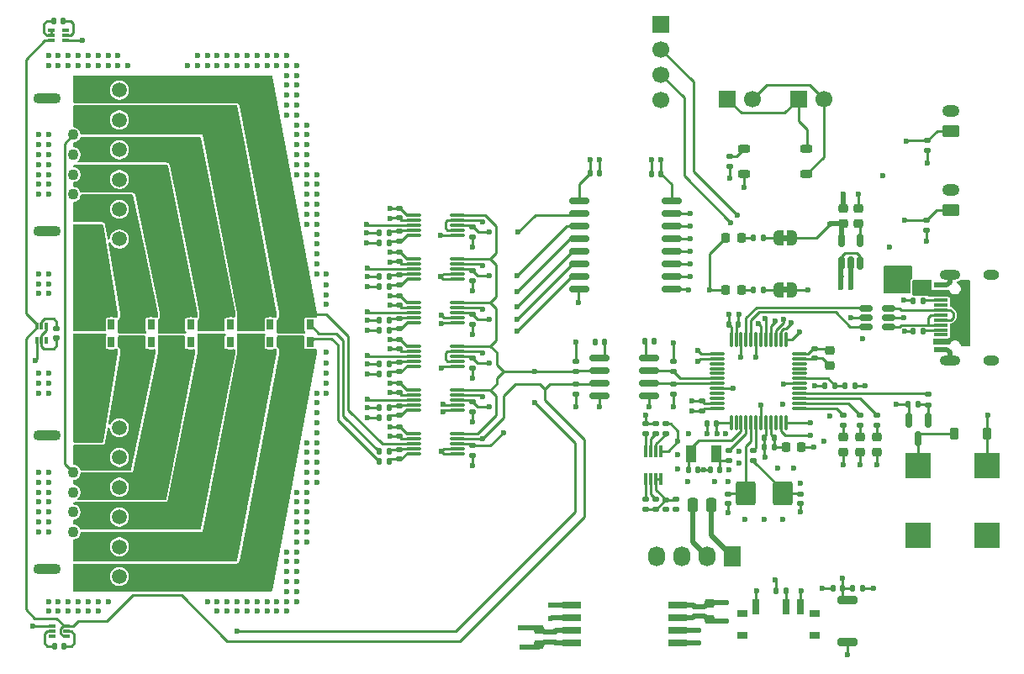
<source format=gbr>
%TF.GenerationSoftware,KiCad,Pcbnew,9.0.3*%
%TF.CreationDate,2025-08-23T16:32:45+10:00*%
%TF.ProjectId,12v-2x6,3132762d-3278-4362-9e6b-696361645f70,1*%
%TF.SameCoordinates,Original*%
%TF.FileFunction,Copper,L1,Top*%
%TF.FilePolarity,Positive*%
%FSLAX46Y46*%
G04 Gerber Fmt 4.6, Leading zero omitted, Abs format (unit mm)*
G04 Created by KiCad (PCBNEW 9.0.3) date 2025-08-23 16:32:45*
%MOMM*%
%LPD*%
G01*
G04 APERTURE LIST*
G04 Aperture macros list*
%AMRoundRect*
0 Rectangle with rounded corners*
0 $1 Rounding radius*
0 $2 $3 $4 $5 $6 $7 $8 $9 X,Y pos of 4 corners*
0 Add a 4 corners polygon primitive as box body*
4,1,4,$2,$3,$4,$5,$6,$7,$8,$9,$2,$3,0*
0 Add four circle primitives for the rounded corners*
1,1,$1+$1,$2,$3*
1,1,$1+$1,$4,$5*
1,1,$1+$1,$6,$7*
1,1,$1+$1,$8,$9*
0 Add four rect primitives between the rounded corners*
20,1,$1+$1,$2,$3,$4,$5,0*
20,1,$1+$1,$4,$5,$6,$7,0*
20,1,$1+$1,$6,$7,$8,$9,0*
20,1,$1+$1,$8,$9,$2,$3,0*%
%AMFreePoly0*
4,1,23,0.500000,-0.750000,0.000000,-0.750000,0.000000,-0.745722,-0.065263,-0.745722,-0.191342,-0.711940,-0.304381,-0.646677,-0.396677,-0.554381,-0.461940,-0.441342,-0.495722,-0.315263,-0.495722,-0.250000,-0.500000,-0.250000,-0.500000,0.250000,-0.495722,0.250000,-0.495722,0.315263,-0.461940,0.441342,-0.396677,0.554381,-0.304381,0.646677,-0.191342,0.711940,-0.065263,0.745722,0.000000,0.745722,
0.000000,0.750000,0.500000,0.750000,0.500000,-0.750000,0.500000,-0.750000,$1*%
%AMFreePoly1*
4,1,23,0.000000,0.745722,0.065263,0.745722,0.191342,0.711940,0.304381,0.646677,0.396677,0.554381,0.461940,0.441342,0.495722,0.315263,0.495722,0.250000,0.500000,0.250000,0.500000,-0.250000,0.495722,-0.250000,0.495722,-0.315263,0.461940,-0.441342,0.396677,-0.554381,0.304381,-0.646677,0.191342,-0.711940,0.065263,-0.745722,0.000000,-0.745722,0.000000,-0.750000,-0.500000,-0.750000,
-0.500000,0.750000,0.000000,0.750000,0.000000,0.745722,0.000000,0.745722,$1*%
G04 Aperture macros list end*
%TA.AperFunction,EtchedComponent*%
%ADD10C,0.000000*%
%TD*%
%TA.AperFunction,SMDPad,CuDef*%
%ADD11RoundRect,0.135000X-0.185000X0.135000X-0.185000X-0.135000X0.185000X-0.135000X0.185000X0.135000X0*%
%TD*%
%TA.AperFunction,SMDPad,CuDef*%
%ADD12RoundRect,0.140000X0.170000X-0.140000X0.170000X0.140000X-0.170000X0.140000X-0.170000X-0.140000X0*%
%TD*%
%TA.AperFunction,SMDPad,CuDef*%
%ADD13RoundRect,0.135000X-0.135000X-0.185000X0.135000X-0.185000X0.135000X0.185000X-0.135000X0.185000X0*%
%TD*%
%TA.AperFunction,SMDPad,CuDef*%
%ADD14RoundRect,0.140000X0.140000X0.170000X-0.140000X0.170000X-0.140000X-0.170000X0.140000X-0.170000X0*%
%TD*%
%TA.AperFunction,SMDPad,CuDef*%
%ADD15RoundRect,0.140000X-0.170000X0.140000X-0.170000X-0.140000X0.170000X-0.140000X0.170000X0.140000X0*%
%TD*%
%TA.AperFunction,ComponentPad*%
%ADD16RoundRect,0.250000X0.625000X-0.350000X0.625000X0.350000X-0.625000X0.350000X-0.625000X-0.350000X0*%
%TD*%
%TA.AperFunction,ComponentPad*%
%ADD17O,1.750000X1.200000*%
%TD*%
%TA.AperFunction,SMDPad,CuDef*%
%ADD18RoundRect,0.075000X0.650000X0.075000X-0.650000X0.075000X-0.650000X-0.075000X0.650000X-0.075000X0*%
%TD*%
%TA.AperFunction,SMDPad,CuDef*%
%ADD19RoundRect,0.225000X0.250000X-0.225000X0.250000X0.225000X-0.250000X0.225000X-0.250000X-0.225000X0*%
%TD*%
%TA.AperFunction,SMDPad,CuDef*%
%ADD20RoundRect,0.225000X0.225000X0.375000X-0.225000X0.375000X-0.225000X-0.375000X0.225000X-0.375000X0*%
%TD*%
%TA.AperFunction,SMDPad,CuDef*%
%ADD21RoundRect,0.087500X-0.250000X-0.087500X0.250000X-0.087500X0.250000X0.087500X-0.250000X0.087500X0*%
%TD*%
%TA.AperFunction,SMDPad,CuDef*%
%ADD22R,2.287000X1.010000*%
%TD*%
%TA.AperFunction,SMDPad,CuDef*%
%ADD23R,0.762000X1.010000*%
%TD*%
%TA.AperFunction,ComponentPad*%
%ADD24R,1.730000X2.030000*%
%TD*%
%TA.AperFunction,ComponentPad*%
%ADD25O,1.730000X2.030000*%
%TD*%
%TA.AperFunction,SMDPad,CuDef*%
%ADD26FreePoly0,180.000000*%
%TD*%
%TA.AperFunction,SMDPad,CuDef*%
%ADD27FreePoly1,180.000000*%
%TD*%
%TA.AperFunction,SMDPad,CuDef*%
%ADD28RoundRect,0.150000X0.150000X-0.512500X0.150000X0.512500X-0.150000X0.512500X-0.150000X-0.512500X0*%
%TD*%
%TA.AperFunction,SMDPad,CuDef*%
%ADD29RoundRect,0.150000X-0.825000X-0.150000X0.825000X-0.150000X0.825000X0.150000X-0.825000X0.150000X0*%
%TD*%
%TA.AperFunction,SMDPad,CuDef*%
%ADD30RoundRect,0.218750X-0.218750X-0.256250X0.218750X-0.256250X0.218750X0.256250X-0.218750X0.256250X0*%
%TD*%
%TA.AperFunction,SMDPad,CuDef*%
%ADD31RoundRect,0.135000X0.185000X-0.135000X0.185000X0.135000X-0.185000X0.135000X-0.185000X-0.135000X0*%
%TD*%
%TA.AperFunction,SMDPad,CuDef*%
%ADD32RoundRect,0.087500X0.087500X-0.250000X0.087500X0.250000X-0.087500X0.250000X-0.087500X-0.250000X0*%
%TD*%
%TA.AperFunction,SMDPad,CuDef*%
%ADD33RoundRect,0.140000X-0.140000X-0.170000X0.140000X-0.170000X0.140000X0.170000X-0.140000X0.170000X0*%
%TD*%
%TA.AperFunction,SMDPad,CuDef*%
%ADD34R,1.000000X1.800000*%
%TD*%
%TA.AperFunction,SMDPad,CuDef*%
%ADD35RoundRect,0.218750X0.256250X-0.218750X0.256250X0.218750X-0.256250X0.218750X-0.256250X-0.218750X0*%
%TD*%
%TA.AperFunction,ComponentPad*%
%ADD36R,1.700000X1.700000*%
%TD*%
%TA.AperFunction,ComponentPad*%
%ADD37C,1.700000*%
%TD*%
%TA.AperFunction,SMDPad,CuDef*%
%ADD38RoundRect,0.087500X-0.087500X0.537500X-0.087500X-0.537500X0.087500X-0.537500X0.087500X0.537500X0*%
%TD*%
%TA.AperFunction,SMDPad,CuDef*%
%ADD39RoundRect,0.200000X0.800000X-0.200000X0.800000X0.200000X-0.800000X0.200000X-0.800000X-0.200000X0*%
%TD*%
%TA.AperFunction,SMDPad,CuDef*%
%ADD40RoundRect,0.200000X-0.400000X-0.200000X0.400000X-0.200000X0.400000X0.200000X-0.400000X0.200000X0*%
%TD*%
%TA.AperFunction,ComponentPad*%
%ADD41C,1.520000*%
%TD*%
%TA.AperFunction,ComponentPad*%
%ADD42RoundRect,0.510000X-0.890000X0.000010X-0.890000X-0.000010X0.890000X-0.000010X0.890000X0.000010X0*%
%TD*%
%TA.AperFunction,ComponentPad*%
%ADD43C,1.100000*%
%TD*%
%TA.AperFunction,SMDPad,CuDef*%
%ADD44RoundRect,0.150000X-0.150000X0.587500X-0.150000X-0.587500X0.150000X-0.587500X0.150000X0.587500X0*%
%TD*%
%TA.AperFunction,SMDPad,CuDef*%
%ADD45RoundRect,0.150000X-0.875000X-0.150000X0.875000X-0.150000X0.875000X0.150000X-0.875000X0.150000X0*%
%TD*%
%TA.AperFunction,SMDPad,CuDef*%
%ADD46RoundRect,0.135000X0.135000X0.185000X-0.135000X0.185000X-0.135000X-0.185000X0.135000X-0.185000X0*%
%TD*%
%TA.AperFunction,SMDPad,CuDef*%
%ADD47R,2.500000X2.500000*%
%TD*%
%TA.AperFunction,SMDPad,CuDef*%
%ADD48RoundRect,0.150000X0.512500X0.150000X-0.512500X0.150000X-0.512500X-0.150000X0.512500X-0.150000X0*%
%TD*%
%TA.AperFunction,SMDPad,CuDef*%
%ADD49R,1.000000X0.800000*%
%TD*%
%TA.AperFunction,SMDPad,CuDef*%
%ADD50R,0.700000X1.500000*%
%TD*%
%TA.AperFunction,SMDPad,CuDef*%
%ADD51RoundRect,0.250000X-0.250000X-0.475000X0.250000X-0.475000X0.250000X0.475000X-0.250000X0.475000X0*%
%TD*%
%TA.AperFunction,SMDPad,CuDef*%
%ADD52R,1.905000X0.640000*%
%TD*%
%TA.AperFunction,SMDPad,CuDef*%
%ADD53RoundRect,0.225000X-0.250000X0.225000X-0.250000X-0.225000X0.250000X-0.225000X0.250000X0.225000X0*%
%TD*%
%TA.AperFunction,SMDPad,CuDef*%
%ADD54RoundRect,0.218750X0.218750X0.256250X-0.218750X0.256250X-0.218750X-0.256250X0.218750X-0.256250X0*%
%TD*%
%TA.AperFunction,SMDPad,CuDef*%
%ADD55RoundRect,0.075000X0.075000X-0.662500X0.075000X0.662500X-0.075000X0.662500X-0.075000X-0.662500X0*%
%TD*%
%TA.AperFunction,SMDPad,CuDef*%
%ADD56RoundRect,0.075000X0.662500X-0.075000X0.662500X0.075000X-0.662500X0.075000X-0.662500X-0.075000X0*%
%TD*%
%TA.AperFunction,SMDPad,CuDef*%
%ADD57RoundRect,0.250000X0.750000X0.950000X-0.750000X0.950000X-0.750000X-0.950000X0.750000X-0.950000X0*%
%TD*%
%TA.AperFunction,SMDPad,CuDef*%
%ADD58RoundRect,0.087500X0.250000X0.087500X-0.250000X0.087500X-0.250000X-0.087500X0.250000X-0.087500X0*%
%TD*%
%TA.AperFunction,SMDPad,CuDef*%
%ADD59R,1.450000X0.600000*%
%TD*%
%TA.AperFunction,SMDPad,CuDef*%
%ADD60R,1.450000X0.300000*%
%TD*%
%TA.AperFunction,HeatsinkPad*%
%ADD61O,2.100000X1.000000*%
%TD*%
%TA.AperFunction,HeatsinkPad*%
%ADD62O,1.600000X1.000000*%
%TD*%
%TA.AperFunction,ViaPad*%
%ADD63C,0.600000*%
%TD*%
%TA.AperFunction,Conductor*%
%ADD64C,0.254000*%
%TD*%
%TA.AperFunction,Conductor*%
%ADD65C,0.500000*%
%TD*%
G04 APERTURE END LIST*
D10*
%TA.AperFunction,EtchedComponent*%
%TO.C,JP2*%
G36*
X125450000Y-58700000D02*
G01*
X124950000Y-58700000D01*
X124950000Y-58100000D01*
X125450000Y-58100000D01*
X125450000Y-58700000D01*
G37*
%TD.AperFunction*%
%TA.AperFunction,EtchedComponent*%
%TO.C,JP1*%
G36*
X125450000Y-63900000D02*
G01*
X124950000Y-63900000D01*
X124950000Y-63300000D01*
X125450000Y-63300000D01*
X125450000Y-63900000D01*
G37*
%TD.AperFunction*%
%TD*%
D11*
%TO.P,R13,1*%
%TO.N,/Alert Isolation/ALERT_IN2*%
X93700000Y-74890000D03*
%TO.P,R13,2*%
%TO.N,+5VP*%
X93700000Y-75910000D03*
%TD*%
%TO.P,R34,1*%
%TO.N,/Input Output/LED_GREEN*%
X132728035Y-76209739D03*
%TO.P,R34,2*%
%TO.N,Net-(D2-A)*%
X132728035Y-77229739D03*
%TD*%
D12*
%TO.P,C27,1*%
%TO.N,+5VP*%
X101900000Y-99080000D03*
%TO.P,C27,2*%
%TO.N,GND1*%
X101900000Y-98120000D03*
%TD*%
D13*
%TO.P,R14,1*%
%TO.N,/Current Sensing/CurrentSense3/IN+*%
X84290000Y-72100000D03*
%TO.P,R14,2*%
%TO.N,Net-(U3-Vin+)*%
X85310000Y-72100000D03*
%TD*%
D14*
%TO.P,C20,1*%
%TO.N,/Input Output/RESET*%
X130980000Y-93700000D03*
%TO.P,C20,2*%
%TO.N,GND*%
X130020000Y-93700000D03*
%TD*%
D15*
%TO.P,C40,1*%
%TO.N,+5VP*%
X51800000Y-67520000D03*
%TO.P,C40,2*%
%TO.N,GND1*%
X51800000Y-68480000D03*
%TD*%
D16*
%TO.P,J7,1,Pin_1*%
%TO.N,/Input Output/NTC2*%
X141850000Y-47600000D03*
D17*
%TO.P,J7,2,Pin_2*%
%TO.N,GND*%
X141850000Y-45600000D03*
%TD*%
D18*
%TO.P,U4,1,A1*%
%TO.N,+5VP*%
X92200000Y-66900000D03*
%TO.P,U4,2,A0*%
%TO.N,GND1*%
X92200000Y-66400000D03*
%TO.P,U4,3,~{Alert}*%
%TO.N,/Alert Isolation/ALERT_IN4*%
X92200000Y-65900000D03*
%TO.P,U4,4,SDA*%
%TO.N,/Current Sensing/SDA1*%
X92200000Y-65400000D03*
%TO.P,U4,5,SCL*%
%TO.N,/Current Sensing/SCL1*%
X92200000Y-64900000D03*
%TO.P,U4,6,VS*%
%TO.N,+5VP*%
X87800000Y-64900000D03*
%TO.P,U4,7,GND*%
%TO.N,GND1*%
X87800000Y-65400000D03*
%TO.P,U4,8,Vbus*%
%TO.N,/12V-2x6 Connectors/12V_OUT4*%
X87800000Y-65900000D03*
%TO.P,U4,9,Vin-*%
%TO.N,Net-(U4-Vin-)*%
X87800000Y-66400000D03*
%TO.P,U4,10,Vin+*%
%TO.N,Net-(U4-Vin+)*%
X87800000Y-66900000D03*
%TD*%
D15*
%TO.P,C5,1*%
%TO.N,+5VP*%
X86300000Y-68620000D03*
%TO.P,C5,2*%
%TO.N,GND1*%
X86300000Y-69580000D03*
%TD*%
D19*
%TO.P,C34,1*%
%TO.N,Net-(U13-BP)*%
X132600000Y-56975000D03*
%TO.P,C34,2*%
%TO.N,GND*%
X132600000Y-55425000D03*
%TD*%
D14*
%TO.P,C29,1*%
%TO.N,+5VP*%
X106980000Y-68900000D03*
%TO.P,C29,2*%
%TO.N,GND1*%
X106020000Y-68900000D03*
%TD*%
D11*
%TO.P,R42,1*%
%TO.N,Net-(M2-Tacho)*%
X112150000Y-84740000D03*
%TO.P,R42,2*%
%TO.N,/Input Output/VREF2*%
X112150000Y-85760000D03*
%TD*%
%TO.P,R10,1*%
%TO.N,/Alert Isolation/ALERT_IN1*%
X93700000Y-79290000D03*
%TO.P,R10,2*%
%TO.N,+5VP*%
X93700000Y-80310000D03*
%TD*%
D13*
%TO.P,R9,1*%
%TO.N,/Current Sensing/CurrentSense1/IN-*%
X84290000Y-79900000D03*
%TO.P,R9,2*%
%TO.N,Net-(U1-Vin-)*%
X85310000Y-79900000D03*
%TD*%
D15*
%TO.P,C3,1*%
%TO.N,+5VP*%
X86300000Y-73020000D03*
%TO.P,C3,2*%
%TO.N,GND1*%
X86300000Y-73980000D03*
%TD*%
%TO.P,C9,1*%
%TO.N,+5VP*%
X86300000Y-64220000D03*
%TO.P,C9,2*%
%TO.N,GND1*%
X86300000Y-65180000D03*
%TD*%
D13*
%TO.P,R15,1*%
%TO.N,/Current Sensing/CurrentSense3/IN-*%
X84290000Y-71100000D03*
%TO.P,R15,2*%
%TO.N,Net-(U3-Vin-)*%
X85310000Y-71100000D03*
%TD*%
D20*
%TO.P,D6,1,K*%
%TO.N,+5V*%
X145550000Y-78075000D03*
%TO.P,D6,2,A*%
%TO.N,Net-(BZ1--)*%
X142250000Y-78075000D03*
%TD*%
D15*
%TO.P,C7,1*%
%TO.N,+5VP*%
X86300000Y-59820000D03*
%TO.P,C7,2*%
%TO.N,GND1*%
X86300000Y-60780000D03*
%TD*%
D21*
%TO.P,U17,1,SCL*%
%TO.N,/Current Sensing/SCL1*%
X51387500Y-97500000D03*
%TO.P,U17,2,GND*%
%TO.N,GND1*%
X51387500Y-98000000D03*
%TO.P,U17,3,ALERT*%
%TO.N,unconnected-(U17-ALERT-Pad3)*%
X51387500Y-98500000D03*
%TO.P,U17,4,ADD0*%
%TO.N,/Current Sensing/SDA1*%
X52812500Y-98500000D03*
%TO.P,U17,5,V+*%
%TO.N,+5VP*%
X52812500Y-98000000D03*
%TO.P,U17,6,SDA*%
%TO.N,/Current Sensing/SDA1*%
X52812500Y-97500000D03*
%TD*%
D13*
%TO.P,R24,1*%
%TO.N,/Current Sensing/CurrentSense6/IN-*%
X84290000Y-57900000D03*
%TO.P,R24,2*%
%TO.N,Net-(U6-Vin-)*%
X85310000Y-57900000D03*
%TD*%
D22*
%TO.P,R6,1,1*%
%TO.N,/12V-2x6 Connectors/12V_OUT6*%
X55428000Y-67115000D03*
D23*
%TO.P,R6,2,2*%
%TO.N,/Current Sensing/CurrentSense6/IN-*%
X57334000Y-67115000D03*
%TO.P,R6,3,3*%
%TO.N,/Current Sensing/CurrentSense6/IN+*%
X57334000Y-68885000D03*
D22*
%TO.P,R6,4,4*%
%TO.N,/12V-2x6 Connectors/12V_IN6*%
X55428500Y-68885000D03*
%TD*%
D13*
%TO.P,R51,1*%
%TO.N,GND*%
X137515000Y-75175000D03*
%TO.P,R51,2*%
%TO.N,Net-(Q1-G)*%
X138535000Y-75175000D03*
%TD*%
D11*
%TO.P,R31,1*%
%TO.N,/I2C Isolation/SDA2*%
X113900000Y-73090000D03*
%TO.P,R31,2*%
%TO.N,+5V*%
X113900000Y-74110000D03*
%TD*%
D24*
%TO.P,M2,1,-*%
%TO.N,GND*%
X119900000Y-90500000D03*
D25*
%TO.P,M2,2,+*%
%TO.N,+5V*%
X117360000Y-90500000D03*
%TO.P,M2,3,Tacho*%
%TO.N,Net-(M2-Tacho)*%
X114820000Y-90500000D03*
%TO.P,M2,4,PWM*%
%TO.N,Net-(M2-PWM)*%
X112280000Y-90500000D03*
%TD*%
D26*
%TO.P,JP2,1,A*%
%TO.N,+3.3V*%
X125850000Y-58400000D03*
D27*
%TO.P,JP2,2,B*%
%TO.N,Net-(JP2-B)*%
X124550000Y-58400000D03*
%TD*%
D12*
%TO.P,C26,1*%
%TO.N,+5V*%
X116100000Y-96480000D03*
%TO.P,C26,2*%
%TO.N,GND*%
X116100000Y-95520000D03*
%TD*%
D28*
%TO.P,U13,1,IN*%
%TO.N,+5V*%
X130850000Y-60937500D03*
%TO.P,U13,2,GND*%
%TO.N,GND*%
X131800000Y-60937500D03*
%TO.P,U13,3,EN*%
%TO.N,+5V*%
X132750000Y-60937500D03*
%TO.P,U13,4,BP*%
%TO.N,Net-(U13-BP)*%
X132750000Y-58662500D03*
%TO.P,U13,5,OUT*%
%TO.N,+3.3V*%
X130850000Y-58662500D03*
%TD*%
D22*
%TO.P,R3,1,1*%
%TO.N,/12V-2x6 Connectors/12V_OUT3*%
X67428000Y-67115000D03*
D23*
%TO.P,R3,2,2*%
%TO.N,/Current Sensing/CurrentSense3/IN-*%
X69334000Y-67115000D03*
%TO.P,R3,3,3*%
%TO.N,/Current Sensing/CurrentSense3/IN+*%
X69334000Y-68885000D03*
D22*
%TO.P,R3,4,4*%
%TO.N,/12V-2x6 Connectors/12V_IN3*%
X67428500Y-68885000D03*
%TD*%
D29*
%TO.P,U11,1,VCC1*%
%TO.N,+5VP*%
X106525000Y-70495000D03*
%TO.P,U11,2,SDA1*%
%TO.N,/Current Sensing/SCL1*%
X106525000Y-71765000D03*
%TO.P,U11,3,SCL1*%
%TO.N,/Current Sensing/SDA1*%
X106525000Y-73035000D03*
%TO.P,U11,4,GND1*%
%TO.N,GND1*%
X106525000Y-74305000D03*
%TO.P,U11,5,GND2*%
%TO.N,GND*%
X111475000Y-74305000D03*
%TO.P,U11,6,SCL2*%
%TO.N,/I2C Isolation/SDA2*%
X111475000Y-73035000D03*
%TO.P,U11,7,SDA2*%
%TO.N,/I2C Isolation/SCL2*%
X111475000Y-71765000D03*
%TO.P,U11,8,VCC2*%
%TO.N,+5V*%
X111475000Y-70495000D03*
%TD*%
D13*
%TO.P,R20,1*%
%TO.N,/Current Sensing/CurrentSense5/IN+*%
X84290000Y-63300000D03*
%TO.P,R20,2*%
%TO.N,Net-(U5-Vin+)*%
X85310000Y-63300000D03*
%TD*%
D11*
%TO.P,R36,1*%
%TO.N,/Current Sensing/SDA1*%
X104100000Y-73090000D03*
%TO.P,R36,2*%
%TO.N,+5VP*%
X104100000Y-74110000D03*
%TD*%
D30*
%TO.P,D5,1,K*%
%TO.N,GND*%
X119212500Y-58400000D03*
%TO.P,D5,2,A*%
%TO.N,Net-(D5-A)*%
X120787500Y-58400000D03*
%TD*%
D31*
%TO.P,R45,1*%
%TO.N,/Input Output/FAN_PWM*%
X111150000Y-78110000D03*
%TO.P,R45,2*%
%TO.N,+3.3V*%
X111150000Y-77090000D03*
%TD*%
D22*
%TO.P,R2,1,1*%
%TO.N,/12V-2x6 Connectors/12V_OUT2*%
X71428000Y-67115000D03*
D23*
%TO.P,R2,2,2*%
%TO.N,/Current Sensing/CurrentSense2/IN-*%
X73334000Y-67115000D03*
%TO.P,R2,3,3*%
%TO.N,/Current Sensing/CurrentSense2/IN+*%
X73334000Y-68885000D03*
D22*
%TO.P,R2,4,4*%
%TO.N,/12V-2x6 Connectors/12V_IN2*%
X71428500Y-68885000D03*
%TD*%
D32*
%TO.P,U16,1,SCL*%
%TO.N,/Current Sensing/SCL1*%
X49800000Y-68712500D03*
%TO.P,U16,2,GND*%
%TO.N,GND1*%
X50300000Y-68712500D03*
%TO.P,U16,3,ALERT*%
%TO.N,unconnected-(U16-ALERT-Pad3)*%
X50800000Y-68712500D03*
%TO.P,U16,4,ADD0*%
%TO.N,GND1*%
X50800000Y-67287500D03*
%TO.P,U16,5,V+*%
%TO.N,+5VP*%
X50300000Y-67287500D03*
%TO.P,U16,6,SDA*%
%TO.N,/Current Sensing/SDA1*%
X49800000Y-67287500D03*
%TD*%
D31*
%TO.P,R44,1*%
%TO.N,/Input Output/FAN_TACHO*%
X112150000Y-78110000D03*
%TO.P,R44,2*%
%TO.N,+3.3V*%
X112150000Y-77090000D03*
%TD*%
D11*
%TO.P,R40,1*%
%TO.N,/Input Output/NTC2*%
X139500000Y-48590000D03*
%TO.P,R40,2*%
%TO.N,+3.3V*%
X139500000Y-49610000D03*
%TD*%
D33*
%TO.P,C15,1*%
%TO.N,+3.3V*%
X119520000Y-67100000D03*
%TO.P,C15,2*%
%TO.N,GND*%
X120480000Y-67100000D03*
%TD*%
D13*
%TO.P,R11,1*%
%TO.N,/Current Sensing/CurrentSense2/IN+*%
X84290000Y-76500000D03*
%TO.P,R11,2*%
%TO.N,Net-(U2-Vin+)*%
X85310000Y-76500000D03*
%TD*%
D31*
%TO.P,R32,1*%
%TO.N,/I2C Isolation/SCL2*%
X113900000Y-71810000D03*
%TO.P,R32,2*%
%TO.N,+5V*%
X113900000Y-70790000D03*
%TD*%
D34*
%TO.P,Y2,1,1*%
%TO.N,Net-(C24-Pad2)*%
X118250000Y-80100000D03*
%TO.P,Y2,2,2*%
%TO.N,Net-(U7-PC14)*%
X115750000Y-80100000D03*
%TD*%
D11*
%TO.P,R35,1*%
%TO.N,/Input Output/LED_BLUE*%
X131028035Y-76209739D03*
%TO.P,R35,2*%
%TO.N,Net-(D3-A)*%
X131028035Y-77229739D03*
%TD*%
D15*
%TO.P,C36,1*%
%TO.N,/Input Output/VREF2*%
X113150000Y-84770000D03*
%TO.P,C36,2*%
%TO.N,GND*%
X113150000Y-85730000D03*
%TD*%
D35*
%TO.P,D1,1,K*%
%TO.N,GND*%
X134428035Y-80007239D03*
%TO.P,D1,2,A*%
%TO.N,Net-(D1-A)*%
X134428035Y-78432239D03*
%TD*%
D36*
%TO.P,J8,1,Pin_1*%
%TO.N,+3.3V*%
X112700000Y-36830000D03*
D37*
%TO.P,J8,2,Pin_2*%
%TO.N,/Input Output/RX*%
X112700000Y-39370000D03*
%TO.P,J8,3,Pin_3*%
%TO.N,/Input Output/TX*%
X112700000Y-41910000D03*
%TO.P,J8,4,Pin_4*%
%TO.N,GND*%
X112700000Y-44450000D03*
%TD*%
D16*
%TO.P,J6,1,Pin_1*%
%TO.N,/Input Output/NTC1*%
X141850000Y-55550000D03*
D17*
%TO.P,J6,2,Pin_2*%
%TO.N,GND*%
X141850000Y-53550000D03*
%TD*%
D13*
%TO.P,R48,1*%
%TO.N,/Input Output/VERSION*%
X131190000Y-73250000D03*
%TO.P,R48,2*%
%TO.N,+3.3V*%
X132210000Y-73250000D03*
%TD*%
D19*
%TO.P,C25,1*%
%TO.N,+5V*%
X117600000Y-96775000D03*
%TO.P,C25,2*%
%TO.N,GND*%
X117600000Y-95225000D03*
%TD*%
D15*
%TO.P,C1,1*%
%TO.N,+5VP*%
X86300000Y-77420000D03*
%TO.P,C1,2*%
%TO.N,GND1*%
X86300000Y-78380000D03*
%TD*%
D12*
%TO.P,C10,1*%
%TO.N,Net-(U5-Vin+)*%
X86300000Y-63080000D03*
%TO.P,C10,2*%
%TO.N,Net-(U5-Vin-)*%
X86300000Y-62120000D03*
%TD*%
D38*
%TO.P,U14,1,GND*%
%TO.N,GND*%
X112650000Y-79850000D03*
%TO.P,U14,2,VREF1*%
%TO.N,+3.3V*%
X112150000Y-79850000D03*
%TO.P,U14,3,SCL1*%
%TO.N,/Input Output/FAN_TACHO*%
X111650000Y-79850000D03*
%TO.P,U14,4,SDA1*%
%TO.N,/Input Output/FAN_PWM*%
X111150000Y-79850000D03*
%TO.P,U14,5,SDA2*%
%TO.N,Net-(M2-PWM)*%
X111150000Y-82650000D03*
%TO.P,U14,6,SCL2*%
%TO.N,Net-(M2-Tacho)*%
X111650000Y-82650000D03*
%TO.P,U14,7,VREF2*%
%TO.N,/Input Output/VREF2*%
X112150000Y-82650000D03*
%TO.P,U14,8,EN*%
X112650000Y-82650000D03*
%TD*%
D33*
%TO.P,C33,1*%
%TO.N,+5V*%
X130820000Y-62400000D03*
%TO.P,C33,2*%
%TO.N,GND*%
X131780000Y-62400000D03*
%TD*%
D12*
%TO.P,C21,1*%
%TO.N,GND*%
X119400000Y-85130000D03*
%TO.P,C21,2*%
%TO.N,Net-(U7-PD0)*%
X119400000Y-84170000D03*
%TD*%
D31*
%TO.P,R27,1*%
%TO.N,Net-(C22-Pad2)*%
X122000000Y-80810000D03*
%TO.P,R27,2*%
%TO.N,Net-(U7-PD1)*%
X122000000Y-79790000D03*
%TD*%
%TO.P,R37,1*%
%TO.N,/Current Sensing/SCL1*%
X104100000Y-71810000D03*
%TO.P,R37,2*%
%TO.N,+5VP*%
X104100000Y-70790000D03*
%TD*%
D13*
%TO.P,R18,1*%
%TO.N,/Current Sensing/CurrentSense4/IN-*%
X84290000Y-66700000D03*
%TO.P,R18,2*%
%TO.N,Net-(U4-Vin-)*%
X85310000Y-66700000D03*
%TD*%
D33*
%TO.P,C24,1*%
%TO.N,GND*%
X117620000Y-81750000D03*
%TO.P,C24,2*%
%TO.N,Net-(C24-Pad2)*%
X118580000Y-81750000D03*
%TD*%
D31*
%TO.P,R28,1*%
%TO.N,Net-(C24-Pad2)*%
X119500000Y-80810000D03*
%TO.P,R28,2*%
%TO.N,Net-(U7-PC15)*%
X119500000Y-79790000D03*
%TD*%
D11*
%TO.P,R16,1*%
%TO.N,/Alert Isolation/ALERT_IN3*%
X93700000Y-70490000D03*
%TO.P,R16,2*%
%TO.N,+5VP*%
X93700000Y-71510000D03*
%TD*%
D14*
%TO.P,C13,1*%
%TO.N,+3.3V*%
X118280000Y-77100000D03*
%TO.P,C13,2*%
%TO.N,GND*%
X117320000Y-77100000D03*
%TD*%
D36*
%TO.P,J4,1,Pin_1*%
%TO.N,Net-(J4-Pin_1)*%
X119385000Y-44385000D03*
D37*
%TO.P,J4,2,Pin_2*%
%TO.N,Net-(J4-Pin_2)*%
X121925000Y-44385000D03*
%TD*%
D14*
%TO.P,C18,1*%
%TO.N,Net-(U7-VDDA)*%
X124080000Y-79500000D03*
%TO.P,C18,2*%
%TO.N,GND*%
X123120000Y-79500000D03*
%TD*%
D39*
%TO.P,SW1,1,1*%
%TO.N,GND*%
X131500000Y-99100000D03*
%TO.P,SW1,2,2*%
%TO.N,/Input Output/RESET*%
X131500000Y-94900000D03*
%TD*%
D22*
%TO.P,R5,1,1*%
%TO.N,/12V-2x6 Connectors/12V_OUT5*%
X59428000Y-67115000D03*
D23*
%TO.P,R5,2,2*%
%TO.N,/Current Sensing/CurrentSense5/IN-*%
X61334000Y-67115000D03*
%TO.P,R5,3,3*%
%TO.N,/Current Sensing/CurrentSense5/IN+*%
X61334000Y-68885000D03*
D22*
%TO.P,R5,4,4*%
%TO.N,/12V-2x6 Connectors/12V_IN5*%
X59428500Y-68885000D03*
%TD*%
D40*
%TO.P,U9,1*%
%TO.N,Net-(R38-Pad2)*%
X121050000Y-49430000D03*
%TO.P,U9,3*%
%TO.N,GND*%
X121050000Y-51970000D03*
%TO.P,U9,4*%
%TO.N,Net-(J4-Pin_2)*%
X127350000Y-51970000D03*
%TO.P,U9,6*%
%TO.N,Net-(J4-Pin_1)*%
X127350000Y-49430000D03*
%TD*%
D41*
%TO.P,J2,1,+12*%
%TO.N,/12V-2x6 Connectors/12V_OUT6*%
X55150000Y-58500000D03*
%TO.P,J2,2,+12*%
%TO.N,/12V-2x6 Connectors/12V_OUT5*%
X55150000Y-55500000D03*
%TO.P,J2,3,+12*%
%TO.N,/12V-2x6 Connectors/12V_OUT4*%
X55150000Y-52500000D03*
%TO.P,J2,4,+12*%
%TO.N,/12V-2x6 Connectors/12V_OUT3*%
X55150000Y-49500000D03*
%TO.P,J2,5,+12*%
%TO.N,/12V-2x6 Connectors/12V_OUT2*%
X55150000Y-46500000D03*
%TO.P,J2,6,+12*%
%TO.N,/12V-2x6 Connectors/12V_OUT1*%
X55150000Y-43500000D03*
%TO.P,J2,7,GND*%
%TO.N,GND1*%
X58150000Y-58500000D03*
%TO.P,J2,8,GND*%
X58150000Y-55500000D03*
%TO.P,J2,9,GND*%
X58150000Y-52500000D03*
%TO.P,J2,10,GND*%
X58150000Y-49500000D03*
%TO.P,J2,11,GND*%
X58150000Y-46500000D03*
%TO.P,J2,12,GND*%
X58150000Y-43500000D03*
D42*
%TO.P,J2,M1*%
%TO.N,N/C*%
X50830000Y-57700000D03*
%TO.P,J2,M2*%
X50830000Y-44300000D03*
D43*
%TO.P,J2,S1,S1*%
%TO.N,/12V-2x6 Connectors/S1*%
X53480000Y-54000000D03*
%TO.P,J2,S2,S2*%
%TO.N,/12V-2x6 Connectors/S2*%
X53480000Y-52000000D03*
%TO.P,J2,S3,S3*%
%TO.N,/12V-2x6 Connectors/S3*%
X53480000Y-50000000D03*
%TO.P,J2,S4,S4*%
%TO.N,/12V-2x6 Connectors/S4*%
X53480000Y-48000000D03*
%TD*%
D35*
%TO.P,D3,1,K*%
%TO.N,GND*%
X131028035Y-80007239D03*
%TO.P,D3,2,A*%
%TO.N,Net-(D3-A)*%
X131028035Y-78432239D03*
%TD*%
D44*
%TO.P,Q1,1,G*%
%TO.N,Net-(Q1-G)*%
X139550000Y-76737500D03*
%TO.P,Q1,2,S*%
%TO.N,GND*%
X137650000Y-76737500D03*
%TO.P,Q1,3,D*%
%TO.N,Net-(BZ1--)*%
X138600000Y-78612500D03*
%TD*%
D12*
%TO.P,C6,1*%
%TO.N,Net-(U3-Vin+)*%
X86300000Y-71880000D03*
%TO.P,C6,2*%
%TO.N,Net-(U3-Vin-)*%
X86300000Y-70920000D03*
%TD*%
D14*
%TO.P,C32,1*%
%TO.N,+5V*%
X112680000Y-51900000D03*
%TO.P,C32,2*%
%TO.N,GND*%
X111720000Y-51900000D03*
%TD*%
D13*
%TO.P,R8,1*%
%TO.N,/Current Sensing/CurrentSense1/IN+*%
X84290000Y-80900000D03*
%TO.P,R8,2*%
%TO.N,Net-(U1-Vin+)*%
X85310000Y-80900000D03*
%TD*%
D11*
%TO.P,R25,1*%
%TO.N,/Alert Isolation/ALERT_IN6*%
X93700000Y-57290000D03*
%TO.P,R25,2*%
%TO.N,+5VP*%
X93700000Y-58310000D03*
%TD*%
D13*
%TO.P,R49,1*%
%TO.N,GND*%
X129190000Y-73250000D03*
%TO.P,R49,2*%
%TO.N,/Input Output/VERSION*%
X130210000Y-73250000D03*
%TD*%
D12*
%TO.P,C12,1*%
%TO.N,Net-(U6-Vin+)*%
X86300000Y-58680000D03*
%TO.P,C12,2*%
%TO.N,Net-(U6-Vin-)*%
X86300000Y-57720000D03*
%TD*%
D31*
%TO.P,R38,1*%
%TO.N,/Input Output/CASE_SW*%
X119587500Y-51210000D03*
%TO.P,R38,2*%
%TO.N,Net-(R38-Pad2)*%
X119587500Y-50190000D03*
%TD*%
D45*
%TO.P,U12,1,VDD1*%
%TO.N,+5VP*%
X104450000Y-54655000D03*
%TO.P,U12,2,VIA*%
%TO.N,/Alert Isolation/ALERT_IN6*%
X104450000Y-55925000D03*
%TO.P,U12,3,VIB*%
%TO.N,/Alert Isolation/ALERT_IN5*%
X104450000Y-57195000D03*
%TO.P,U12,4,VIC*%
%TO.N,/Alert Isolation/ALERT_IN4*%
X104450000Y-58465000D03*
%TO.P,U12,5,VID*%
%TO.N,/Alert Isolation/ALERT_IN3*%
X104450000Y-59735000D03*
%TO.P,U12,6,VIE*%
%TO.N,/Alert Isolation/ALERT_IN2*%
X104450000Y-61005000D03*
%TO.P,U12,7,VIF*%
%TO.N,/Alert Isolation/ALERT_IN1*%
X104450000Y-62275000D03*
%TO.P,U12,8,GND1*%
%TO.N,GND1*%
X104450000Y-63545000D03*
%TO.P,U12,9,GND2*%
%TO.N,GND*%
X113750000Y-63545000D03*
%TO.P,U12,10,VOF*%
%TO.N,/Alert Isolation/ALERT_OUT1*%
X113750000Y-62275000D03*
%TO.P,U12,11,VOE*%
%TO.N,/Alert Isolation/ALERT_OUT2*%
X113750000Y-61005000D03*
%TO.P,U12,12,VOD*%
%TO.N,/Alert Isolation/ALERT_OUT3*%
X113750000Y-59735000D03*
%TO.P,U12,13,VOC*%
%TO.N,/Alert Isolation/ALERT_OUT4*%
X113750000Y-58465000D03*
%TO.P,U12,14,VOB*%
%TO.N,/Alert Isolation/ALERT_OUT5*%
X113750000Y-57195000D03*
%TO.P,U12,15,VOA*%
%TO.N,/Alert Isolation/ALERT_OUT6*%
X113750000Y-55925000D03*
%TO.P,U12,16,VDD2*%
%TO.N,+5V*%
X113750000Y-54655000D03*
%TD*%
D19*
%TO.P,C28,1*%
%TO.N,+5VP*%
X100400000Y-99375000D03*
%TO.P,C28,2*%
%TO.N,GND1*%
X100400000Y-97825000D03*
%TD*%
D36*
%TO.P,J5,1,Pin_1*%
%TO.N,Net-(J4-Pin_1)*%
X126525000Y-44385000D03*
D37*
%TO.P,J5,2,Pin_2*%
%TO.N,Net-(J4-Pin_2)*%
X129065000Y-44385000D03*
%TD*%
D15*
%TO.P,C11,1*%
%TO.N,+5VP*%
X86300000Y-55420000D03*
%TO.P,C11,2*%
%TO.N,GND1*%
X86300000Y-56380000D03*
%TD*%
D11*
%TO.P,R43,1*%
%TO.N,Net-(M2-PWM)*%
X111150000Y-84740000D03*
%TO.P,R43,2*%
%TO.N,/Input Output/VREF2*%
X111150000Y-85760000D03*
%TD*%
D18*
%TO.P,U3,1,A1*%
%TO.N,GND1*%
X92200000Y-71300000D03*
%TO.P,U3,2,A0*%
%TO.N,/Current Sensing/SDA1*%
X92200000Y-70800000D03*
%TO.P,U3,3,~{Alert}*%
%TO.N,/Alert Isolation/ALERT_IN3*%
X92200000Y-70300000D03*
%TO.P,U3,4,SDA*%
%TO.N,/Current Sensing/SDA1*%
X92200000Y-69800000D03*
%TO.P,U3,5,SCL*%
%TO.N,/Current Sensing/SCL1*%
X92200000Y-69300000D03*
%TO.P,U3,6,VS*%
%TO.N,+5VP*%
X87800000Y-69300000D03*
%TO.P,U3,7,GND*%
%TO.N,GND1*%
X87800000Y-69800000D03*
%TO.P,U3,8,Vbus*%
%TO.N,/12V-2x6 Connectors/12V_OUT3*%
X87800000Y-70300000D03*
%TO.P,U3,9,Vin-*%
%TO.N,Net-(U3-Vin-)*%
X87800000Y-70800000D03*
%TO.P,U3,10,Vin+*%
%TO.N,Net-(U3-Vin+)*%
X87800000Y-71300000D03*
%TD*%
D33*
%TO.P,C31,1*%
%TO.N,+5VP*%
X105545000Y-51875000D03*
%TO.P,C31,2*%
%TO.N,GND1*%
X106505000Y-51875000D03*
%TD*%
D35*
%TO.P,D2,1,K*%
%TO.N,GND*%
X132738035Y-80007239D03*
%TO.P,D2,2,A*%
%TO.N,Net-(D2-A)*%
X132738035Y-78432239D03*
%TD*%
D12*
%TO.P,C4,1*%
%TO.N,Net-(U2-Vin+)*%
X86300000Y-76280000D03*
%TO.P,C4,2*%
%TO.N,Net-(U2-Vin-)*%
X86300000Y-75320000D03*
%TD*%
D18*
%TO.P,U5,1,A1*%
%TO.N,+5VP*%
X92200000Y-62500000D03*
%TO.P,U5,2,A0*%
X92200000Y-62000000D03*
%TO.P,U5,3,~{Alert}*%
%TO.N,/Alert Isolation/ALERT_IN5*%
X92200000Y-61500000D03*
%TO.P,U5,4,SDA*%
%TO.N,/Current Sensing/SDA1*%
X92200000Y-61000000D03*
%TO.P,U5,5,SCL*%
%TO.N,/Current Sensing/SCL1*%
X92200000Y-60500000D03*
%TO.P,U5,6,VS*%
%TO.N,+5VP*%
X87800000Y-60500000D03*
%TO.P,U5,7,GND*%
%TO.N,GND1*%
X87800000Y-61000000D03*
%TO.P,U5,8,Vbus*%
%TO.N,/12V-2x6 Connectors/12V_OUT5*%
X87800000Y-61500000D03*
%TO.P,U5,9,Vin-*%
%TO.N,Net-(U5-Vin-)*%
X87800000Y-62000000D03*
%TO.P,U5,10,Vin+*%
%TO.N,Net-(U5-Vin+)*%
X87800000Y-62500000D03*
%TD*%
%TO.P,U6,1,A1*%
%TO.N,+5VP*%
X92200000Y-58100000D03*
%TO.P,U6,2,A0*%
%TO.N,/Current Sensing/SDA1*%
X92200000Y-57600000D03*
%TO.P,U6,3,~{Alert}*%
%TO.N,/Alert Isolation/ALERT_IN6*%
X92200000Y-57100000D03*
%TO.P,U6,4,SDA*%
%TO.N,/Current Sensing/SDA1*%
X92200000Y-56600000D03*
%TO.P,U6,5,SCL*%
%TO.N,/Current Sensing/SCL1*%
X92200000Y-56100000D03*
%TO.P,U6,6,VS*%
%TO.N,+5VP*%
X87800000Y-56100000D03*
%TO.P,U6,7,GND*%
%TO.N,GND1*%
X87800000Y-56600000D03*
%TO.P,U6,8,Vbus*%
%TO.N,/12V-2x6 Connectors/12V_OUT6*%
X87800000Y-57100000D03*
%TO.P,U6,9,Vin-*%
%TO.N,Net-(U6-Vin-)*%
X87800000Y-57600000D03*
%TO.P,U6,10,Vin+*%
%TO.N,Net-(U6-Vin+)*%
X87800000Y-58100000D03*
%TD*%
D30*
%TO.P,D4,1,K*%
%TO.N,GND*%
X119212500Y-63600000D03*
%TO.P,D4,2,A*%
%TO.N,Net-(D4-A)*%
X120787500Y-63600000D03*
%TD*%
D14*
%TO.P,C41,1*%
%TO.N,+5VP*%
X52580000Y-99500000D03*
%TO.P,C41,2*%
%TO.N,GND1*%
X51620000Y-99500000D03*
%TD*%
D46*
%TO.P,R26,1*%
%TO.N,Net-(SW2-B)*%
X125260000Y-93900000D03*
%TO.P,R26,2*%
%TO.N,/Input Output/BOOT*%
X124240000Y-93900000D03*
%TD*%
D47*
%TO.P,BZ1,1,+*%
%TO.N,+5V*%
X145550000Y-81350000D03*
%TO.P,BZ1,2,-*%
%TO.N,Net-(BZ1--)*%
X138550000Y-81350000D03*
%TO.P,BZ1,3*%
%TO.N,N/C*%
X138550000Y-88350000D03*
%TO.P,BZ1,4*%
X145550000Y-88350000D03*
%TD*%
D13*
%TO.P,R47,1*%
%TO.N,Net-(D5-A)*%
X121990000Y-58400000D03*
%TO.P,R47,2*%
%TO.N,Net-(JP2-B)*%
X123010000Y-58400000D03*
%TD*%
%TO.P,R30,1*%
%TO.N,GND*%
X138090000Y-67800000D03*
%TO.P,R30,2*%
%TO.N,Net-(J3-CC1)*%
X139110000Y-67800000D03*
%TD*%
D22*
%TO.P,R4,1,1*%
%TO.N,/12V-2x6 Connectors/12V_OUT4*%
X63428000Y-67115000D03*
D23*
%TO.P,R4,2,2*%
%TO.N,/Current Sensing/CurrentSense4/IN-*%
X65334000Y-67115000D03*
%TO.P,R4,3,3*%
%TO.N,/Current Sensing/CurrentSense4/IN+*%
X65334000Y-68885000D03*
D22*
%TO.P,R4,4,4*%
%TO.N,/12V-2x6 Connectors/12V_IN4*%
X63428500Y-68885000D03*
%TD*%
D11*
%TO.P,R19,1*%
%TO.N,/Alert Isolation/ALERT_IN4*%
X93700000Y-66090000D03*
%TO.P,R19,2*%
%TO.N,+5VP*%
X93700000Y-67110000D03*
%TD*%
D13*
%TO.P,R21,1*%
%TO.N,/Current Sensing/CurrentSense5/IN-*%
X84290000Y-62300000D03*
%TO.P,R21,2*%
%TO.N,Net-(U5-Vin-)*%
X85310000Y-62300000D03*
%TD*%
D48*
%TO.P,U8,1,I/O1*%
%TO.N,Net-(J3-D--PadA7)*%
X135637500Y-67350000D03*
%TO.P,U8,2,GND*%
%TO.N,GND*%
X135637500Y-66400000D03*
%TO.P,U8,3,I/O2*%
%TO.N,Net-(J3-D+-PadA6)*%
X135637500Y-65450000D03*
%TO.P,U8,4,I/O2*%
%TO.N,/Microcontroller/DP*%
X133362500Y-65450000D03*
%TO.P,U8,5,VBUS*%
%TO.N,+5V*%
X133362500Y-66400000D03*
%TO.P,U8,6,I/O1*%
%TO.N,/Microcontroller/DM*%
X133362500Y-67350000D03*
%TD*%
D49*
%TO.P,SW2,*%
%TO.N,*%
X120850000Y-96220000D03*
X120850000Y-98430000D03*
X128150000Y-96220000D03*
X128150000Y-98430000D03*
D50*
%TO.P,SW2,1,A*%
%TO.N,GND*%
X122250000Y-95570000D03*
%TO.P,SW2,2,B*%
%TO.N,Net-(SW2-B)*%
X125250000Y-95570000D03*
%TO.P,SW2,3,C*%
%TO.N,+3.3V*%
X126750000Y-95570000D03*
%TD*%
D33*
%TO.P,C39,1*%
%TO.N,+5VP*%
X51520000Y-36500000D03*
%TO.P,C39,2*%
%TO.N,GND1*%
X52480000Y-36500000D03*
%TD*%
D51*
%TO.P,C38,1*%
%TO.N,+5V*%
X115850000Y-85300000D03*
%TO.P,C38,2*%
%TO.N,GND*%
X117750000Y-85300000D03*
%TD*%
D52*
%TO.P,U10,1,PDIS*%
%TO.N,GND*%
X114347500Y-99205000D03*
%TO.P,U10,2,GND1*%
X114347500Y-97935000D03*
%TO.P,U10,3,VDDP*%
%TO.N,+5V*%
X114347500Y-96665000D03*
%TO.P,U10,4,GND1*%
%TO.N,GND*%
X114347500Y-95395000D03*
%TO.P,U10,5,GNDISO*%
%TO.N,GND1*%
X103652500Y-95395000D03*
%TO.P,U10,6,VISO*%
%TO.N,+5VP*%
X103652500Y-96665000D03*
%TO.P,U10,7,GNDISO*%
%TO.N,GND1*%
X103652500Y-97935000D03*
%TO.P,U10,8,VSEL*%
%TO.N,+5VP*%
X103652500Y-99205000D03*
%TD*%
D53*
%TO.P,C19,1*%
%TO.N,+3.3V*%
X129700000Y-69725000D03*
%TO.P,C19,2*%
%TO.N,GND*%
X129700000Y-71275000D03*
%TD*%
D13*
%TO.P,R12,1*%
%TO.N,/Current Sensing/CurrentSense2/IN-*%
X84290000Y-75500000D03*
%TO.P,R12,2*%
%TO.N,Net-(U2-Vin-)*%
X85310000Y-75500000D03*
%TD*%
D18*
%TO.P,U1,1,A1*%
%TO.N,GND1*%
X92200000Y-80100000D03*
%TO.P,U1,2,A0*%
X92200000Y-79600000D03*
%TO.P,U1,3,~{Alert}*%
%TO.N,/Alert Isolation/ALERT_IN1*%
X92200000Y-79100000D03*
%TO.P,U1,4,SDA*%
%TO.N,/Current Sensing/SDA1*%
X92200000Y-78600000D03*
%TO.P,U1,5,SCL*%
%TO.N,/Current Sensing/SCL1*%
X92200000Y-78100000D03*
%TO.P,U1,6,VS*%
%TO.N,+5VP*%
X87800000Y-78100000D03*
%TO.P,U1,7,GND*%
%TO.N,GND1*%
X87800000Y-78600000D03*
%TO.P,U1,8,Vbus*%
%TO.N,/12V-2x6 Connectors/12V_OUT1*%
X87800000Y-79100000D03*
%TO.P,U1,9,Vin-*%
%TO.N,Net-(U1-Vin-)*%
X87800000Y-79600000D03*
%TO.P,U1,10,Vin+*%
%TO.N,Net-(U1-Vin+)*%
X87800000Y-80100000D03*
%TD*%
D13*
%TO.P,R7,1*%
%TO.N,/Input Output/RESET*%
X131990000Y-93700000D03*
%TO.P,R7,2*%
%TO.N,+3.3V*%
X133010000Y-93700000D03*
%TD*%
D54*
%TO.P,FB2,1*%
%TO.N,/USB/VBUS*%
X138787500Y-63300000D03*
%TO.P,FB2,2*%
%TO.N,+5V*%
X137212500Y-63300000D03*
%TD*%
D55*
%TO.P,U7,1,VBAT*%
%TO.N,+3.3V*%
X119750000Y-76962500D03*
%TO.P,U7,2,PC13*%
%TO.N,unconnected-(U7-PC13-Pad2)*%
X120250000Y-76962500D03*
%TO.P,U7,3,PC14*%
%TO.N,Net-(U7-PC14)*%
X120750000Y-76962500D03*
%TO.P,U7,4,PC15*%
%TO.N,Net-(U7-PC15)*%
X121250000Y-76962500D03*
%TO.P,U7,5,PD0*%
%TO.N,Net-(U7-PD0)*%
X121750000Y-76962500D03*
%TO.P,U7,6,PD1*%
%TO.N,Net-(U7-PD1)*%
X122250000Y-76962500D03*
%TO.P,U7,7,NRST*%
%TO.N,/Input Output/RESET*%
X122750000Y-76962500D03*
%TO.P,U7,8,VSSA*%
%TO.N,GND*%
X123250000Y-76962500D03*
%TO.P,U7,9,VDDA*%
%TO.N,Net-(U7-VDDA)*%
X123750000Y-76962500D03*
%TO.P,U7,10,PA0*%
%TO.N,unconnected-(U7-PA0-Pad10)*%
X124250000Y-76962500D03*
%TO.P,U7,11,PA1*%
%TO.N,/Input Output/NTC1*%
X124750000Y-76962500D03*
%TO.P,U7,12,PA2*%
%TO.N,/Input Output/NTC2*%
X125250000Y-76962500D03*
D56*
%TO.P,U7,13,PA3*%
%TO.N,/Input Output/LED_BLUE*%
X126662500Y-75550000D03*
%TO.P,U7,14,PA4*%
%TO.N,/Input Output/LED_GREEN*%
X126662500Y-75050000D03*
%TO.P,U7,15,PA5*%
%TO.N,/Input Output/LED_RED*%
X126662500Y-74550000D03*
%TO.P,U7,16,PA6*%
%TO.N,/Input Output/BUZZER*%
X126662500Y-74050000D03*
%TO.P,U7,17,PA7*%
%TO.N,unconnected-(U7-PA7-Pad17)*%
X126662500Y-73550000D03*
%TO.P,U7,18,PB0*%
%TO.N,/Input Output/CASE_SW*%
X126662500Y-73050000D03*
%TO.P,U7,19,PB1*%
%TO.N,/Input Output/VERSION*%
X126662500Y-72550000D03*
%TO.P,U7,20,PB2*%
%TO.N,unconnected-(U7-PB2-Pad20)*%
X126662500Y-72050000D03*
%TO.P,U7,21,PB10*%
%TO.N,unconnected-(U7-PB10-Pad21)*%
X126662500Y-71550000D03*
%TO.P,U7,22,PB11*%
%TO.N,unconnected-(U7-PB11-Pad22)*%
X126662500Y-71050000D03*
%TO.P,U7,23,VSS*%
%TO.N,GND*%
X126662500Y-70550000D03*
%TO.P,U7,24,VDD*%
%TO.N,+3.3V*%
X126662500Y-70050000D03*
D55*
%TO.P,U7,25,PB12*%
%TO.N,/Alert Isolation/ALERT_OUT6*%
X125250000Y-68637500D03*
%TO.P,U7,26,PB13*%
%TO.N,/Alert Isolation/ALERT_OUT5*%
X124750000Y-68637500D03*
%TO.P,U7,27,PB14*%
%TO.N,/Alert Isolation/ALERT_OUT4*%
X124250000Y-68637500D03*
%TO.P,U7,28,PB15*%
%TO.N,/Alert Isolation/ALERT_OUT3*%
X123750000Y-68637500D03*
%TO.P,U7,29,PA8*%
%TO.N,/Input Output/RX*%
X123250000Y-68637500D03*
%TO.P,U7,30,PA9*%
%TO.N,/Input Output/TX*%
X122750000Y-68637500D03*
%TO.P,U7,31,PA10*%
%TO.N,/Alert Isolation/ALERT_OUT2*%
X122250000Y-68637500D03*
%TO.P,U7,32,PA11*%
%TO.N,/Microcontroller/DM*%
X121750000Y-68637500D03*
%TO.P,U7,33,PA12*%
%TO.N,/Microcontroller/DP*%
X121250000Y-68637500D03*
%TO.P,U7,34,PA13*%
%TO.N,/Alert Isolation/ALERT_OUT1*%
X120750000Y-68637500D03*
%TO.P,U7,35,VSS*%
%TO.N,GND*%
X120250000Y-68637500D03*
%TO.P,U7,36,VDD*%
%TO.N,+3.3V*%
X119750000Y-68637500D03*
D56*
%TO.P,U7,37,PA14*%
%TO.N,/Input Output/FAN_PWM*%
X118337500Y-70050000D03*
%TO.P,U7,38,PA15*%
%TO.N,/Input Output/FAN_TACHO*%
X118337500Y-70550000D03*
%TO.P,U7,39,PB3*%
%TO.N,unconnected-(U7-PB3-Pad39)*%
X118337500Y-71050000D03*
%TO.P,U7,40,PB4*%
%TO.N,unconnected-(U7-PB4-Pad40)*%
X118337500Y-71550000D03*
%TO.P,U7,41,PB5*%
%TO.N,unconnected-(U7-PB5-Pad41)*%
X118337500Y-72050000D03*
%TO.P,U7,42,PB6*%
%TO.N,/I2C Isolation/SCL2*%
X118337500Y-72550000D03*
%TO.P,U7,43,PB7*%
%TO.N,/I2C Isolation/SDA2*%
X118337500Y-73050000D03*
%TO.P,U7,44,BOOT0*%
%TO.N,/Input Output/BOOT*%
X118337500Y-73550000D03*
%TO.P,U7,45,PB8*%
%TO.N,unconnected-(U7-PB8-Pad45)*%
X118337500Y-74050000D03*
%TO.P,U7,46,PB9*%
%TO.N,unconnected-(U7-PB9-Pad46)*%
X118337500Y-74550000D03*
%TO.P,U7,47,VSS*%
%TO.N,GND*%
X118337500Y-75050000D03*
%TO.P,U7,48,VDD*%
%TO.N,+3.3V*%
X118337500Y-75550000D03*
%TD*%
D26*
%TO.P,JP1,1,A*%
%TO.N,+5V*%
X125850000Y-63600000D03*
D27*
%TO.P,JP1,2,B*%
%TO.N,Net-(JP1-B)*%
X124550000Y-63600000D03*
%TD*%
D41*
%TO.P,J1,1,+12*%
%TO.N,/12V-2x6 Connectors/12V_IN1*%
X55150000Y-92500000D03*
%TO.P,J1,2,+12*%
%TO.N,/12V-2x6 Connectors/12V_IN2*%
X55150000Y-89500000D03*
%TO.P,J1,3,+12*%
%TO.N,/12V-2x6 Connectors/12V_IN3*%
X55150000Y-86500000D03*
%TO.P,J1,4,+12*%
%TO.N,/12V-2x6 Connectors/12V_IN4*%
X55150000Y-83500000D03*
%TO.P,J1,5,+12*%
%TO.N,/12V-2x6 Connectors/12V_IN5*%
X55150000Y-80500000D03*
%TO.P,J1,6,+12*%
%TO.N,/12V-2x6 Connectors/12V_IN6*%
X55150000Y-77500000D03*
%TO.P,J1,7,GND*%
%TO.N,GND1*%
X58150000Y-92500000D03*
%TO.P,J1,8,GND*%
X58150000Y-89500000D03*
%TO.P,J1,9,GND*%
X58150000Y-86500000D03*
%TO.P,J1,10,GND*%
X58150000Y-83500000D03*
%TO.P,J1,11,GND*%
X58150000Y-80500000D03*
%TO.P,J1,12,GND*%
X58150000Y-77500000D03*
D42*
%TO.P,J1,M1*%
%TO.N,N/C*%
X50830000Y-91700000D03*
%TO.P,J1,M2*%
X50830000Y-78300000D03*
D43*
%TO.P,J1,S1,S1*%
%TO.N,/12V-2x6 Connectors/S1*%
X53480000Y-88000000D03*
%TO.P,J1,S2,S2*%
%TO.N,/12V-2x6 Connectors/S2*%
X53480000Y-86000000D03*
%TO.P,J1,S3,S3*%
%TO.N,/12V-2x6 Connectors/S3*%
X53480000Y-84000000D03*
%TO.P,J1,S4,S4*%
%TO.N,/12V-2x6 Connectors/S4*%
X53480000Y-82000000D03*
%TD*%
D13*
%TO.P,R23,1*%
%TO.N,/Current Sensing/CurrentSense6/IN+*%
X84290000Y-58900000D03*
%TO.P,R23,2*%
%TO.N,Net-(U6-Vin+)*%
X85310000Y-58900000D03*
%TD*%
D11*
%TO.P,R22,1*%
%TO.N,/Alert Isolation/ALERT_IN5*%
X93700000Y-61690000D03*
%TO.P,R22,2*%
%TO.N,+5VP*%
X93700000Y-62710000D03*
%TD*%
D15*
%TO.P,C16,1*%
%TO.N,+3.3V*%
X128200000Y-69520000D03*
%TO.P,C16,2*%
%TO.N,GND*%
X128200000Y-70480000D03*
%TD*%
D11*
%TO.P,R46,1*%
%TO.N,/Input Output/VREF2*%
X114150000Y-84740000D03*
%TO.P,R46,2*%
%TO.N,+5V*%
X114150000Y-85760000D03*
%TD*%
%TO.P,R33,1*%
%TO.N,/Input Output/LED_RED*%
X134428035Y-76209739D03*
%TO.P,R33,2*%
%TO.N,Net-(D1-A)*%
X134428035Y-77229739D03*
%TD*%
D46*
%TO.P,R29,1*%
%TO.N,Net-(J3-CC2)*%
X139110000Y-64700000D03*
%TO.P,R29,2*%
%TO.N,GND*%
X138090000Y-64700000D03*
%TD*%
D19*
%TO.P,C35,1*%
%TO.N,+3.3V*%
X131000000Y-56975000D03*
%TO.P,C35,2*%
%TO.N,GND*%
X131000000Y-55425000D03*
%TD*%
D12*
%TO.P,C14,1*%
%TO.N,+3.3V*%
X116800000Y-75780000D03*
%TO.P,C14,2*%
%TO.N,GND*%
X116800000Y-74820000D03*
%TD*%
D22*
%TO.P,R1,1,1*%
%TO.N,/12V-2x6 Connectors/12V_OUT1*%
X75428000Y-67115000D03*
D23*
%TO.P,R1,2,2*%
%TO.N,/Current Sensing/CurrentSense1/IN-*%
X77334000Y-67115000D03*
%TO.P,R1,3,3*%
%TO.N,/Current Sensing/CurrentSense1/IN+*%
X77334000Y-68885000D03*
D22*
%TO.P,R1,4,4*%
%TO.N,/12V-2x6 Connectors/12V_IN1*%
X75428500Y-68885000D03*
%TD*%
D57*
%TO.P,Y1,1,1*%
%TO.N,Net-(C22-Pad2)*%
X124900000Y-84150000D03*
%TO.P,Y1,2,2*%
%TO.N,Net-(U7-PD0)*%
X121200000Y-84150000D03*
%TD*%
D14*
%TO.P,C23,1*%
%TO.N,GND*%
X116380000Y-81750000D03*
%TO.P,C23,2*%
%TO.N,Net-(U7-PC14)*%
X115420000Y-81750000D03*
%TD*%
%TO.P,C17,1*%
%TO.N,Net-(U7-VDDA)*%
X124080000Y-78500000D03*
%TO.P,C17,2*%
%TO.N,GND*%
X123120000Y-78500000D03*
%TD*%
D58*
%TO.P,U15,1,SCL*%
%TO.N,/Current Sensing/SCL1*%
X52712500Y-38500000D03*
%TO.P,U15,2,GND*%
%TO.N,GND1*%
X52712500Y-38000000D03*
%TO.P,U15,3,ALERT*%
%TO.N,unconnected-(U15-ALERT-Pad3)*%
X52712500Y-37500000D03*
%TO.P,U15,4,ADD0*%
%TO.N,+5VP*%
X51287500Y-37500000D03*
%TO.P,U15,5,V+*%
X51287500Y-38000000D03*
%TO.P,U15,6,SDA*%
%TO.N,/Current Sensing/SDA1*%
X51287500Y-38500000D03*
%TD*%
D12*
%TO.P,C37,1*%
%TO.N,+3.3V*%
X113150000Y-78080000D03*
%TO.P,C37,2*%
%TO.N,GND*%
X113150000Y-77120000D03*
%TD*%
%TO.P,C2,1*%
%TO.N,Net-(U1-Vin+)*%
X86300000Y-80680000D03*
%TO.P,C2,2*%
%TO.N,Net-(U1-Vin-)*%
X86300000Y-79720000D03*
%TD*%
D54*
%TO.P,FB1,1*%
%TO.N,+3.3V*%
X126837500Y-79500000D03*
%TO.P,FB1,2*%
%TO.N,Net-(U7-VDDA)*%
X125262500Y-79500000D03*
%TD*%
D18*
%TO.P,U2,1,A1*%
%TO.N,GND1*%
X92200000Y-75700000D03*
%TO.P,U2,2,A0*%
%TO.N,+5VP*%
X92200000Y-75200000D03*
%TO.P,U2,3,~{Alert}*%
%TO.N,/Alert Isolation/ALERT_IN2*%
X92200000Y-74700000D03*
%TO.P,U2,4,SDA*%
%TO.N,/Current Sensing/SDA1*%
X92200000Y-74200000D03*
%TO.P,U2,5,SCL*%
%TO.N,/Current Sensing/SCL1*%
X92200000Y-73700000D03*
%TO.P,U2,6,VS*%
%TO.N,+5VP*%
X87800000Y-73700000D03*
%TO.P,U2,7,GND*%
%TO.N,GND1*%
X87800000Y-74200000D03*
%TO.P,U2,8,Vbus*%
%TO.N,/12V-2x6 Connectors/12V_OUT2*%
X87800000Y-74700000D03*
%TO.P,U2,9,Vin-*%
%TO.N,Net-(U2-Vin-)*%
X87800000Y-75200000D03*
%TO.P,U2,10,Vin+*%
%TO.N,Net-(U2-Vin+)*%
X87800000Y-75700000D03*
%TD*%
D13*
%TO.P,R17,1*%
%TO.N,/Current Sensing/CurrentSense4/IN+*%
X84290000Y-67700000D03*
%TO.P,R17,2*%
%TO.N,Net-(U4-Vin+)*%
X85310000Y-67700000D03*
%TD*%
D31*
%TO.P,R50,1*%
%TO.N,Net-(Q1-G)*%
X139575000Y-75185000D03*
%TO.P,R50,2*%
%TO.N,/Input Output/BUZZER*%
X139575000Y-74165000D03*
%TD*%
D13*
%TO.P,R41,1*%
%TO.N,Net-(D4-A)*%
X121990000Y-63600000D03*
%TO.P,R41,2*%
%TO.N,Net-(JP1-B)*%
X123010000Y-63600000D03*
%TD*%
D12*
%TO.P,C22,1*%
%TO.N,GND*%
X126750000Y-85130000D03*
%TO.P,C22,2*%
%TO.N,Net-(C22-Pad2)*%
X126750000Y-84170000D03*
%TD*%
%TO.P,C8,1*%
%TO.N,Net-(U4-Vin+)*%
X86300000Y-67480000D03*
%TO.P,C8,2*%
%TO.N,Net-(U4-Vin-)*%
X86300000Y-66520000D03*
%TD*%
D59*
%TO.P,J3,A1,GND*%
%TO.N,GND*%
X140855000Y-69650000D03*
%TO.P,J3,A4,VBUS*%
%TO.N,/USB/VBUS*%
X140855000Y-68850000D03*
D60*
%TO.P,J3,A5,CC1*%
%TO.N,Net-(J3-CC1)*%
X140855000Y-67650000D03*
%TO.P,J3,A6,D+*%
%TO.N,Net-(J3-D+-PadA6)*%
X140855000Y-66650000D03*
%TO.P,J3,A7,D-*%
%TO.N,Net-(J3-D--PadA7)*%
X140855000Y-66150000D03*
%TO.P,J3,A8,SBU1*%
%TO.N,unconnected-(J3-SBU1-PadA8)*%
X140855000Y-65150000D03*
D59*
%TO.P,J3,A9,VBUS*%
%TO.N,/USB/VBUS*%
X140855000Y-63950000D03*
%TO.P,J3,A12,GND*%
%TO.N,GND*%
X140855000Y-63150000D03*
%TO.P,J3,B1,GND*%
X140855000Y-63150000D03*
%TO.P,J3,B4,VBUS*%
%TO.N,/USB/VBUS*%
X140855000Y-63950000D03*
D60*
%TO.P,J3,B5,CC2*%
%TO.N,Net-(J3-CC2)*%
X140855000Y-64650000D03*
%TO.P,J3,B6,D+*%
%TO.N,Net-(J3-D+-PadA6)*%
X140855000Y-65650000D03*
%TO.P,J3,B7,D-*%
%TO.N,Net-(J3-D--PadA7)*%
X140855000Y-67150000D03*
%TO.P,J3,B8,SBU2*%
%TO.N,unconnected-(J3-SBU2-PadB8)*%
X140855000Y-68150000D03*
D59*
%TO.P,J3,B9,VBUS*%
%TO.N,/USB/VBUS*%
X140855000Y-68850000D03*
%TO.P,J3,B12,GND*%
%TO.N,GND*%
X140855000Y-69650000D03*
D61*
%TO.P,J3,S1,SHIELD*%
X141770000Y-70720000D03*
D62*
X145950000Y-70720000D03*
D61*
X141770000Y-62080000D03*
D62*
X145950000Y-62080000D03*
%TD*%
D11*
%TO.P,R39,1*%
%TO.N,/Input Output/NTC1*%
X139400000Y-56580000D03*
%TO.P,R39,2*%
%TO.N,+3.3V*%
X139400000Y-57600000D03*
%TD*%
D33*
%TO.P,C30,1*%
%TO.N,+5V*%
X111020000Y-68800000D03*
%TO.P,C30,2*%
%TO.N,GND*%
X111980000Y-68800000D03*
%TD*%
D63*
%TO.N,GND*%
X137100000Y-64600000D03*
X119400000Y-82950000D03*
X117600000Y-63600000D03*
X117750000Y-85300000D03*
X132600000Y-54000000D03*
X132710000Y-81250000D03*
X116500000Y-97935000D03*
X114400000Y-80200000D03*
X128900000Y-93700000D03*
X131000000Y-54000000D03*
X129700000Y-71275000D03*
X111475000Y-75400000D03*
X126750000Y-86000000D03*
X119300000Y-95100000D03*
X124950000Y-86750000D03*
X121100000Y-86700000D03*
X124400000Y-81550000D03*
X120550000Y-81050000D03*
X119400000Y-86050000D03*
X114400000Y-78850000D03*
X126050000Y-81550000D03*
X131000000Y-81250000D03*
X120550000Y-79900000D03*
X115800000Y-74800000D03*
X114400000Y-81700000D03*
X117300000Y-78100000D03*
X131500000Y-100400000D03*
X137200000Y-67800000D03*
X115400000Y-82900000D03*
X121087500Y-53300000D03*
X117000000Y-81750000D03*
X111980000Y-68800000D03*
X135700000Y-59300000D03*
X119150000Y-78100000D03*
X137100000Y-66400000D03*
X126750000Y-83100000D03*
X123050000Y-86750000D03*
X136400000Y-75175000D03*
X129700000Y-76300000D03*
X111725000Y-50525000D03*
X124900000Y-75100000D03*
X119550000Y-81750000D03*
X133000000Y-68500000D03*
X122300000Y-93900000D03*
X115500000Y-63600000D03*
X128200000Y-73250000D03*
X115500000Y-78100000D03*
X129100000Y-78900000D03*
X134400000Y-81250000D03*
X118050000Y-82950000D03*
X116500000Y-99200000D03*
X123150000Y-80450000D03*
X135000000Y-52100000D03*
X120500000Y-66100000D03*
X131800000Y-63400000D03*
X113150000Y-85730000D03*
%TO.N,/Input Output/NTC1*%
X127700000Y-78300000D03*
X137200000Y-56600000D03*
%TO.N,/Input Output/NTC2*%
X137400000Y-48600000D03*
X127700000Y-77000000D03*
%TO.N,+3.3V*%
X119500000Y-66100000D03*
X126800000Y-93900000D03*
X113150000Y-78080000D03*
X128100000Y-79500000D03*
X118300000Y-78100000D03*
X139400000Y-58700000D03*
X139500000Y-50800000D03*
X111150000Y-76200000D03*
X129700000Y-69725000D03*
X115800000Y-75800000D03*
X134100000Y-93700000D03*
X129700000Y-57000000D03*
X133200000Y-73250000D03*
%TO.N,/Input Output/RESET*%
X130950000Y-92700000D03*
X122700000Y-75200000D03*
%TO.N,/Alert Isolation/ALERT_OUT2*%
X115600000Y-61000000D03*
X122250000Y-70400000D03*
%TO.N,/Alert Isolation/ALERT_OUT3*%
X115600000Y-59700000D03*
X124175735Y-66750000D03*
%TO.N,/Alert Isolation/ALERT_OUT5*%
X125800000Y-66900000D03*
X115600000Y-57200000D03*
%TO.N,+5VP*%
X105550000Y-50525000D03*
X85400000Y-77400000D03*
X85400000Y-59790000D03*
X52580000Y-99500000D03*
X85400000Y-68590000D03*
X93700000Y-68090000D03*
X93700000Y-63690000D03*
X104100000Y-75400000D03*
X93700000Y-81300000D03*
X90500000Y-62300000D03*
X90600000Y-67000000D03*
X51800000Y-67540000D03*
X93700000Y-76890000D03*
X98700000Y-99600000D03*
X85400000Y-72990000D03*
X101600000Y-96700000D03*
X51540000Y-36500000D03*
X85400000Y-64190000D03*
X90500000Y-58100000D03*
X90700000Y-75100000D03*
X106980000Y-68900000D03*
X93700000Y-72490000D03*
X104100000Y-68900000D03*
X85400000Y-55390000D03*
X93700000Y-59290000D03*
%TO.N,GND1*%
X58000000Y-41000000D03*
X56000000Y-41000000D03*
X51000000Y-62000000D03*
X76000000Y-45000000D03*
X76000000Y-46000000D03*
X51000000Y-88000000D03*
X77000000Y-49000000D03*
X50000000Y-86000000D03*
X77000000Y-81000000D03*
X79000000Y-72000000D03*
X51000000Y-82000000D03*
X76000000Y-52000000D03*
X77000000Y-83000000D03*
X76000000Y-42000000D03*
X71000000Y-95000000D03*
X53000000Y-41000000D03*
X52000000Y-41000000D03*
X77000000Y-53000000D03*
X85400000Y-56390000D03*
X98500000Y-97700000D03*
X51000000Y-86000000D03*
X78000000Y-60000000D03*
X50000000Y-73000000D03*
X68000000Y-40000000D03*
X50000000Y-85000000D03*
X75000000Y-41000000D03*
X69000000Y-95000000D03*
X79000000Y-62000000D03*
X70000000Y-96000000D03*
X70000000Y-40000000D03*
X68000000Y-95000000D03*
X77000000Y-57000000D03*
X50000000Y-51000000D03*
X50000000Y-84000000D03*
X51000000Y-74000000D03*
X78000000Y-83000000D03*
X51000000Y-96000000D03*
X50000000Y-50000000D03*
X50000000Y-88000000D03*
X51000000Y-95000000D03*
X53000000Y-40000000D03*
X50000000Y-83000000D03*
X54000000Y-95000000D03*
X73000000Y-40000000D03*
X51000000Y-53000000D03*
X76000000Y-43000000D03*
X77000000Y-47000000D03*
X76000000Y-51000000D03*
X68000000Y-41000000D03*
X106500000Y-50525000D03*
X52000000Y-96000000D03*
X77000000Y-50000000D03*
X106020000Y-68900000D03*
X51800000Y-68500000D03*
X74000000Y-41000000D03*
X53000000Y-95000000D03*
X76000000Y-84000000D03*
X67000000Y-40000000D03*
X79000000Y-71000000D03*
X75000000Y-42000000D03*
X77000000Y-51000000D03*
X77000000Y-80000000D03*
X50000000Y-62000000D03*
X79000000Y-64100000D03*
X52000000Y-40000000D03*
X77000000Y-48000000D03*
X55000000Y-96000000D03*
X78000000Y-56000000D03*
X78000000Y-76000000D03*
X50000000Y-64000000D03*
X76000000Y-88000000D03*
X85400000Y-78400000D03*
X75000000Y-94000000D03*
X75000000Y-40000000D03*
X72000000Y-96000000D03*
X79000000Y-73000000D03*
X76000000Y-41000000D03*
X90700000Y-75900000D03*
X50000000Y-52000000D03*
X77000000Y-88000000D03*
X51000000Y-84000000D03*
X50000000Y-63000000D03*
X55000000Y-41000000D03*
X76000000Y-48000000D03*
X77000000Y-55000000D03*
X85400000Y-69590000D03*
X76000000Y-85000000D03*
X51000000Y-73000000D03*
X51000000Y-83000000D03*
X51000000Y-85000000D03*
X71000000Y-96000000D03*
X76000000Y-93000000D03*
X51000000Y-54000000D03*
X78000000Y-61000000D03*
X75000000Y-90000000D03*
X76000000Y-89000000D03*
X78000000Y-54000000D03*
X51000000Y-50000000D03*
X75000000Y-46000000D03*
X77000000Y-82000000D03*
X78000000Y-80000000D03*
X56000000Y-95000000D03*
X77000000Y-84000000D03*
X66000000Y-41000000D03*
X51000000Y-51000000D03*
X68000000Y-96000000D03*
X56000000Y-40000000D03*
X85400000Y-60790000D03*
X78000000Y-75000000D03*
X50000000Y-53000000D03*
X72000000Y-41000000D03*
X51000000Y-49000000D03*
X51000000Y-41000000D03*
X55000000Y-95000000D03*
X54000000Y-40000000D03*
X69000000Y-96000000D03*
X77000000Y-87000000D03*
X51620000Y-99500000D03*
X85400000Y-65190000D03*
X76000000Y-91000000D03*
X76000000Y-87000000D03*
X77000000Y-52000000D03*
X72000000Y-40000000D03*
X50000000Y-82000000D03*
X90600000Y-66200000D03*
X78000000Y-55000000D03*
X51000000Y-48000000D03*
X78000000Y-62000000D03*
X73000000Y-95000000D03*
X75000000Y-91000000D03*
X69000000Y-40000000D03*
X76000000Y-95000000D03*
X90600000Y-71500000D03*
X76000000Y-90000000D03*
X76000000Y-50000000D03*
X77000000Y-54000000D03*
X78000000Y-57000000D03*
X70000000Y-95000000D03*
X51000000Y-52000000D03*
X74000000Y-96000000D03*
X76000000Y-92000000D03*
X77000000Y-85000000D03*
X78000000Y-82000000D03*
X50000000Y-87000000D03*
X75000000Y-93000000D03*
X78000000Y-77000000D03*
X53000000Y-96000000D03*
X79000000Y-63100000D03*
X71000000Y-40000000D03*
X78000000Y-74000000D03*
X50000000Y-48000000D03*
X67000000Y-95000000D03*
X69000000Y-41000000D03*
X76000000Y-44000000D03*
X73000000Y-41000000D03*
X76000000Y-49000000D03*
X79000000Y-69900000D03*
X50000000Y-72000000D03*
X77000000Y-79000000D03*
X50000000Y-74000000D03*
X75000000Y-43000000D03*
X75000000Y-95000000D03*
X55000000Y-40000000D03*
X85400000Y-73990000D03*
X78000000Y-81000000D03*
X75000000Y-45000000D03*
X78000000Y-52000000D03*
X50000000Y-49000000D03*
X78000000Y-59000000D03*
X77000000Y-86000000D03*
X51000000Y-87000000D03*
X106525000Y-75400000D03*
X57000000Y-95000000D03*
X65000000Y-41000000D03*
X101600000Y-95400000D03*
X67000000Y-41000000D03*
X78000000Y-58000000D03*
X75000000Y-92000000D03*
X50000000Y-54000000D03*
X58000000Y-40000000D03*
X104400000Y-64900000D03*
X54000000Y-96000000D03*
X75000000Y-96000000D03*
X75000000Y-44000000D03*
X78000000Y-78000000D03*
X59000000Y-41000000D03*
X90550000Y-79850000D03*
X56000000Y-96000000D03*
X54000000Y-41000000D03*
X51000000Y-64000000D03*
X52500000Y-36500000D03*
X51000000Y-72000000D03*
X77000000Y-89000000D03*
X72000000Y-95000000D03*
X70000000Y-41000000D03*
X76000000Y-86000000D03*
X76000000Y-47000000D03*
X66000000Y-40000000D03*
X79000000Y-65100000D03*
X74000000Y-40000000D03*
X77000000Y-56000000D03*
X79000000Y-74000000D03*
X76000000Y-94000000D03*
X74000000Y-95000000D03*
X78000000Y-53000000D03*
X51000000Y-40000000D03*
X71000000Y-41000000D03*
X57000000Y-40000000D03*
X52000000Y-95000000D03*
X78000000Y-79000000D03*
X51000000Y-63000000D03*
X73000000Y-96000000D03*
X57000000Y-41000000D03*
%TO.N,/Alert Isolation/ALERT_OUT1*%
X115600000Y-62300000D03*
X120750000Y-70400000D03*
%TO.N,+5V*%
X135800000Y-63300000D03*
X111020000Y-68800000D03*
X115850000Y-85300000D03*
X114150000Y-85760000D03*
X113900000Y-75400000D03*
X131800000Y-66400000D03*
X137200000Y-61900000D03*
X145575000Y-76250000D03*
X113900000Y-69000000D03*
X127500000Y-63600000D03*
X135800000Y-61900000D03*
X112675000Y-50525000D03*
X119300000Y-96950000D03*
X130800000Y-63400000D03*
%TO.N,/Input Output/CASE_SW*%
X119587500Y-52400000D03*
X125000000Y-73100000D03*
%TO.N,/Alert Isolation/ALERT_OUT6*%
X115600000Y-55900000D03*
X126600000Y-67900000D03*
%TO.N,/Alert Isolation/ALERT_OUT4*%
X115600000Y-58500000D03*
X125000000Y-66550000D03*
%TO.N,/Alert Isolation/ALERT_IN6*%
X98300000Y-57800000D03*
X95400000Y-57800000D03*
%TO.N,/Alert Isolation/ALERT_IN3*%
X98200000Y-65300000D03*
X95400000Y-71000000D03*
%TO.N,/Alert Isolation/ALERT_IN4*%
X98200000Y-63800000D03*
X95400000Y-66600000D03*
%TO.N,/Alert Isolation/ALERT_IN5*%
X98200000Y-62200000D03*
X95400000Y-62200000D03*
%TO.N,/Alert Isolation/ALERT_IN1*%
X96800000Y-78000000D03*
X98200000Y-67800000D03*
%TO.N,/Alert Isolation/ALERT_IN2*%
X98200000Y-66600000D03*
X95400000Y-75400000D03*
%TO.N,/12V-2x6 Connectors/12V_IN4*%
X64750000Y-71750000D03*
X63250000Y-72500000D03*
X63750000Y-71750000D03*
X64250000Y-70250000D03*
X63750000Y-71000000D03*
X62750000Y-71750000D03*
X63250000Y-70250000D03*
X62750000Y-71000000D03*
X64750000Y-71000000D03*
X64250000Y-72500000D03*
%TO.N,/12V-2x6 Connectors/12V_IN3*%
X67250000Y-72500000D03*
X67750000Y-71750000D03*
X67750000Y-71000000D03*
X67250000Y-70250000D03*
X68250000Y-72500000D03*
X66750000Y-71000000D03*
X66750000Y-71750000D03*
X68750000Y-71000000D03*
X68250000Y-70250000D03*
X68750000Y-71750000D03*
%TO.N,/12V-2x6 Connectors/12V_IN5*%
X60250000Y-70250000D03*
X59250000Y-70250000D03*
X59750000Y-71000000D03*
X58750000Y-71000000D03*
X60750000Y-71750000D03*
X60250000Y-72500000D03*
X58750000Y-71750000D03*
X60750000Y-71000000D03*
X59250000Y-72500000D03*
X59750000Y-71750000D03*
%TO.N,/12V-2x6 Connectors/12V_IN2*%
X72750000Y-71000000D03*
X71250000Y-70250000D03*
X70750000Y-71000000D03*
X72250000Y-72500000D03*
X72250000Y-70250000D03*
X70750000Y-71750000D03*
X71750000Y-71750000D03*
X71750000Y-71000000D03*
X72750000Y-71750000D03*
X71250000Y-72500000D03*
%TO.N,/12V-2x6 Connectors/12V_IN1*%
X75250000Y-72500000D03*
X76750000Y-71750000D03*
X74750000Y-71000000D03*
X75750000Y-71000000D03*
X76250000Y-72500000D03*
X74750000Y-71750000D03*
X75250000Y-70250000D03*
X76750000Y-71000000D03*
X76250000Y-70250000D03*
X75750000Y-71750000D03*
%TO.N,/12V-2x6 Connectors/12V_IN6*%
X56750000Y-71000000D03*
X56250000Y-70250000D03*
X55250000Y-70250000D03*
X55750000Y-71750000D03*
X55750000Y-71000000D03*
X56250000Y-72500000D03*
X56750000Y-71750000D03*
X54750000Y-71750000D03*
X55250000Y-72500000D03*
X54750000Y-71000000D03*
%TO.N,/12V-2x6 Connectors/12V_OUT5*%
X58750000Y-64250000D03*
X60750000Y-65000000D03*
X59750000Y-65000000D03*
X58750000Y-65000000D03*
X60750000Y-64250000D03*
X83100000Y-61400000D03*
X59750000Y-64250000D03*
X60250000Y-65750000D03*
X59250000Y-65750000D03*
X60250000Y-63500000D03*
X59250000Y-63500000D03*
%TO.N,/12V-2x6 Connectors/12V_OUT6*%
X55750000Y-65000000D03*
X56750000Y-65000000D03*
X55250000Y-65750000D03*
X56250000Y-63500000D03*
X56250000Y-65750000D03*
X54750000Y-65000000D03*
X55750000Y-64250000D03*
X55250000Y-63500000D03*
X54750000Y-64250000D03*
X83000000Y-57000000D03*
X56750000Y-64250000D03*
%TO.N,/12V-2x6 Connectors/12V_OUT4*%
X83100000Y-65800000D03*
X64250000Y-63500000D03*
X64250000Y-65750000D03*
X64750000Y-65000000D03*
X62750000Y-64250000D03*
X63750000Y-65000000D03*
X64750000Y-64250000D03*
X63750000Y-64250000D03*
X62750000Y-65000000D03*
X63250000Y-63500000D03*
X63250000Y-65750000D03*
%TO.N,/12V-2x6 Connectors/12V_OUT1*%
X76250000Y-65750000D03*
X74750000Y-64250000D03*
X75750000Y-65000000D03*
X75250000Y-65750000D03*
X76750000Y-65000000D03*
X74750000Y-65000000D03*
X76250000Y-63500000D03*
X75750000Y-64250000D03*
X75250000Y-63500000D03*
X76750000Y-64250000D03*
%TO.N,/12V-2x6 Connectors/12V_OUT3*%
X68750000Y-64250000D03*
X67750000Y-65000000D03*
X66750000Y-65000000D03*
X66750000Y-64250000D03*
X68750000Y-65000000D03*
X68250000Y-65750000D03*
X67250000Y-63500000D03*
X68250000Y-63500000D03*
X67750000Y-64250000D03*
X83100000Y-70200000D03*
X67250000Y-65750000D03*
%TO.N,/12V-2x6 Connectors/12V_OUT2*%
X71750000Y-65000000D03*
X72250000Y-63500000D03*
X71750000Y-64250000D03*
X71250000Y-63500000D03*
X70750000Y-65000000D03*
X72750000Y-64250000D03*
X71250000Y-65750000D03*
X72250000Y-65750000D03*
X70750000Y-64250000D03*
X83100000Y-74600000D03*
X72750000Y-65000000D03*
%TO.N,/Input Output/BOOT*%
X124200000Y-92800000D03*
X119950000Y-73550000D03*
%TO.N,/Current Sensing/CurrentSense2/IN+*%
X83100000Y-76500000D03*
X73334000Y-69150000D03*
%TO.N,/Current Sensing/CurrentSense2/IN-*%
X83100000Y-75500000D03*
X73334000Y-66850000D03*
%TO.N,/Current Sensing/CurrentSense3/IN+*%
X69334000Y-69150000D03*
X83100000Y-72100000D03*
%TO.N,/Current Sensing/CurrentSense3/IN-*%
X83100000Y-71100000D03*
X69334000Y-66850000D03*
%TO.N,/Current Sensing/CurrentSense4/IN+*%
X83100000Y-67700000D03*
X65350000Y-69150000D03*
%TO.N,/Current Sensing/CurrentSense4/IN-*%
X83100000Y-66700000D03*
X65334000Y-66850000D03*
%TO.N,/Current Sensing/CurrentSense5/IN+*%
X61334000Y-69150000D03*
X83100000Y-63300000D03*
%TO.N,/Current Sensing/CurrentSense5/IN-*%
X83100000Y-62300000D03*
X61334000Y-66850000D03*
%TO.N,/Current Sensing/CurrentSense6/IN+*%
X83000000Y-58900000D03*
X57334000Y-69150000D03*
%TO.N,/Current Sensing/CurrentSense6/IN-*%
X83000000Y-57900000D03*
X57334000Y-66850000D03*
%TO.N,/Current Sensing/SCL1*%
X100000000Y-75000000D03*
X54400000Y-38500000D03*
X49700000Y-70700000D03*
X100000000Y-71810000D03*
X70000000Y-98000000D03*
X49400000Y-97500000D03*
%TO.N,/Current Sensing/SDA1*%
X94725735Y-65600000D03*
X94700000Y-70000000D03*
X94725735Y-56800000D03*
X94700000Y-78600000D03*
X94700000Y-74400000D03*
X94725735Y-61200000D03*
%TO.N,Net-(M2-Tacho)*%
X112150000Y-84740000D03*
%TO.N,Net-(M2-PWM)*%
X111150000Y-84740000D03*
%TO.N,/Input Output/FAN_TACHO*%
X116400000Y-70800000D03*
X112150000Y-78110000D03*
%TO.N,/Input Output/FAN_PWM*%
X116400000Y-69750000D03*
X111150000Y-78110000D03*
%TO.N,/Input Output/TX*%
X119700000Y-56850000D03*
X122500000Y-67050000D03*
%TO.N,/Input Output/RX*%
X123150000Y-66500000D03*
X120400000Y-56100000D03*
%TD*%
D64*
%TO.N,/Current Sensing/SDA1*%
X100490000Y-73090000D02*
X101000000Y-73600000D01*
X98010000Y-73090000D02*
X100490000Y-73090000D01*
X96800000Y-74300000D02*
X98010000Y-73090000D01*
X101000000Y-73600000D02*
X101510000Y-73090000D01*
X94700000Y-78600000D02*
X96800000Y-76500000D01*
X96800000Y-76500000D02*
X96800000Y-74300000D01*
X101510000Y-73090000D02*
X104100000Y-73090000D01*
X105000000Y-78700000D02*
X101000000Y-74700000D01*
X105000000Y-86450000D02*
X105000000Y-78700000D01*
X64400000Y-94400000D02*
X69000000Y-99000000D01*
X69000000Y-99000000D02*
X92450000Y-99000000D01*
X92450000Y-99000000D02*
X105000000Y-86450000D01*
X59488127Y-94400000D02*
X64400000Y-94400000D01*
X54000000Y-97000000D02*
X56888127Y-97000000D01*
X53500000Y-97500000D02*
X54000000Y-97000000D01*
X56888127Y-97000000D02*
X59488127Y-94400000D01*
X101000000Y-74700000D02*
X101000000Y-73600000D01*
X52812500Y-97500000D02*
X53500000Y-97500000D01*
%TO.N,Net-(U1-Vin+)*%
X85310000Y-80800000D02*
X85310000Y-80900000D01*
X87100000Y-80100000D02*
X86520000Y-80680000D01*
X85430000Y-80680000D02*
X85310000Y-80800000D01*
X87800000Y-80100000D02*
X87100000Y-80100000D01*
X86520000Y-80680000D02*
X86300000Y-80680000D01*
X86300000Y-80680000D02*
X85430000Y-80680000D01*
%TO.N,Net-(U1-Vin-)*%
X87800000Y-79600000D02*
X86420000Y-79600000D01*
X85310000Y-79800000D02*
X85310000Y-79900000D01*
X86420000Y-79600000D02*
X86300000Y-79720000D01*
X85390000Y-79720000D02*
X85310000Y-79800000D01*
X86300000Y-79720000D02*
X85390000Y-79720000D01*
%TO.N,Net-(U2-Vin+)*%
X87800000Y-75690000D02*
X87110000Y-75690000D01*
X87110000Y-75690000D02*
X86520000Y-76280000D01*
X86520000Y-76280000D02*
X85420000Y-76280000D01*
X85420000Y-76280000D02*
X85310000Y-76390000D01*
%TO.N,Net-(U2-Vin-)*%
X87800000Y-75190000D02*
X86420000Y-75190000D01*
X86290000Y-75320000D02*
X85380000Y-75320000D01*
X85380000Y-75320000D02*
X85310000Y-75390000D01*
X86420000Y-75190000D02*
X86290000Y-75320000D01*
%TO.N,Net-(U3-Vin+)*%
X87110000Y-71290000D02*
X86520000Y-71880000D01*
X87800000Y-71290000D02*
X87110000Y-71290000D01*
X85420000Y-71880000D02*
X85310000Y-71990000D01*
X86520000Y-71880000D02*
X85420000Y-71880000D01*
%TO.N,Net-(U3-Vin-)*%
X86420000Y-70790000D02*
X86300000Y-70910000D01*
X87800000Y-70790000D02*
X86420000Y-70790000D01*
X85390000Y-70910000D02*
X85310000Y-70990000D01*
X86300000Y-70910000D02*
X85390000Y-70910000D01*
%TO.N,Net-(U4-Vin+)*%
X87110000Y-66890000D02*
X86520000Y-67480000D01*
X85310000Y-67480000D02*
X85310000Y-67700000D01*
X87800000Y-66890000D02*
X87110000Y-66890000D01*
X86520000Y-67480000D02*
X85310000Y-67480000D01*
%TO.N,Net-(U4-Vin-)*%
X87800000Y-66390000D02*
X86420000Y-66390000D01*
X86420000Y-66390000D02*
X86290000Y-66520000D01*
X85490000Y-66520000D02*
X85310000Y-66700000D01*
X86290000Y-66520000D02*
X85490000Y-66520000D01*
%TO.N,Net-(U5-Vin-)*%
X86300000Y-62110000D02*
X85390000Y-62110000D01*
X86420000Y-61990000D02*
X86300000Y-62110000D01*
X87800000Y-61990000D02*
X86420000Y-61990000D01*
X85390000Y-62110000D02*
X85310000Y-62190000D01*
%TO.N,Net-(U5-Vin+)*%
X86300000Y-63080000D02*
X85310000Y-63080000D01*
X86470000Y-63080000D02*
X86300000Y-63080000D01*
X87060000Y-62490000D02*
X86470000Y-63080000D01*
X87800000Y-62490000D02*
X87060000Y-62490000D01*
X85310000Y-63080000D02*
X85310000Y-63300000D01*
%TO.N,Net-(U6-Vin+)*%
X87800000Y-58090000D02*
X87110000Y-58090000D01*
X85310000Y-58680000D02*
X85310000Y-58900000D01*
X87110000Y-58090000D02*
X86520000Y-58680000D01*
X86520000Y-58680000D02*
X85310000Y-58680000D01*
%TO.N,Net-(U6-Vin-)*%
X87800000Y-57590000D02*
X86420000Y-57590000D01*
X86290000Y-57720000D02*
X85380000Y-57720000D01*
X86420000Y-57590000D02*
X86290000Y-57720000D01*
X85380000Y-57720000D02*
X85310000Y-57790000D01*
%TO.N,GND*%
X120250000Y-67330000D02*
X120480000Y-67100000D01*
X113670000Y-77120000D02*
X114400000Y-77850000D01*
X118337500Y-75050000D02*
X117030000Y-75050000D01*
X137650000Y-75310000D02*
X137515000Y-75175000D01*
D65*
X117750000Y-85300000D02*
X117750000Y-88350000D01*
D64*
X134400000Y-81250000D02*
X134400000Y-80035274D01*
X131000000Y-81250000D02*
X131000000Y-80035274D01*
X114400000Y-77850000D02*
X114400000Y-78850000D01*
X129700000Y-71275000D02*
X128901000Y-70476000D01*
X132710000Y-80035274D02*
X132738035Y-80007239D01*
X113150000Y-77120000D02*
X113670000Y-77120000D01*
X117030000Y-75050000D02*
X116800000Y-74820000D01*
X137990000Y-64600000D02*
X137100000Y-64600000D01*
X112650000Y-79850000D02*
X113400000Y-79850000D01*
X111720000Y-51900000D02*
X111720000Y-50530000D01*
X123120000Y-79500000D02*
X123120000Y-78500000D01*
D65*
X140855000Y-69650000D02*
X141491860Y-69650000D01*
D64*
X113750000Y-63545000D02*
X115445000Y-63545000D01*
X111475000Y-75400000D02*
X111475000Y-74305000D01*
D65*
X141770000Y-69928140D02*
X141770000Y-70720000D01*
D64*
X114300000Y-78850000D02*
X114250000Y-78900000D01*
X128100000Y-70480000D02*
X128200000Y-70480000D01*
D65*
X117105000Y-95520000D02*
X116100000Y-95520000D01*
D64*
X137515000Y-75175000D02*
X136400000Y-75175000D01*
D65*
X114347500Y-99205000D02*
X116495000Y-99205000D01*
D64*
X117600000Y-63600000D02*
X117600000Y-60012500D01*
X135637500Y-66400000D02*
X137100000Y-66400000D01*
D65*
X141491860Y-69650000D02*
X141770000Y-69928140D01*
D64*
X119212500Y-63600000D02*
X117600000Y-63600000D01*
X134400000Y-80035274D02*
X134428035Y-80007239D01*
X116800000Y-74820000D02*
X115820000Y-74820000D01*
D65*
X116500000Y-97935000D02*
X114347500Y-97935000D01*
D64*
X128901000Y-70476000D02*
X128204000Y-70476000D01*
X122250000Y-93950000D02*
X122300000Y-93900000D01*
D65*
X141770000Y-62871860D02*
X141770000Y-62080000D01*
D64*
X129190000Y-73250000D02*
X128200000Y-73250000D01*
D65*
X141491860Y-63150000D02*
X141770000Y-62871860D01*
D64*
X115445000Y-63545000D02*
X115500000Y-63600000D01*
D65*
X131780000Y-63380000D02*
X131800000Y-63400000D01*
X115975000Y-95395000D02*
X116100000Y-95520000D01*
D64*
X119400000Y-85130000D02*
X119400000Y-86050000D01*
X113400000Y-79850000D02*
X114400000Y-78850000D01*
X138090000Y-67800000D02*
X137200000Y-67800000D01*
D65*
X140855000Y-63150000D02*
X141491860Y-63150000D01*
D64*
X130020000Y-93700000D02*
X128900000Y-93700000D01*
D65*
X117750000Y-88350000D02*
X119900000Y-90500000D01*
X114347500Y-95395000D02*
X115975000Y-95395000D01*
X131000000Y-54000000D02*
X131000000Y-55425000D01*
D64*
X117320000Y-78080000D02*
X117300000Y-78100000D01*
X131500000Y-99100000D02*
X131500000Y-100400000D01*
X137650000Y-76737500D02*
X137650000Y-75310000D01*
X117000000Y-81750000D02*
X116380000Y-81750000D01*
D65*
X131780000Y-62400000D02*
X131780000Y-63380000D01*
D64*
X123120000Y-78400000D02*
X123120000Y-78500000D01*
X121050000Y-51970000D02*
X121050000Y-53262500D01*
X120250000Y-68637500D02*
X120250000Y-67330000D01*
X120480000Y-66120000D02*
X120500000Y-66100000D01*
D65*
X131800000Y-62380000D02*
X131780000Y-62400000D01*
X119300000Y-95100000D02*
X117525000Y-95100000D01*
D64*
X131000000Y-80035274D02*
X131028035Y-80007239D01*
X123250000Y-78270000D02*
X123120000Y-78400000D01*
X117320000Y-77100000D02*
X117320000Y-78080000D01*
X120480000Y-67100000D02*
X120480000Y-66120000D01*
X128204000Y-70476000D02*
X128200000Y-70480000D01*
X123250000Y-76962500D02*
X123250000Y-78270000D01*
X123150000Y-80450000D02*
X123120000Y-80420000D01*
X117000000Y-81750000D02*
X117620000Y-81750000D01*
D65*
X117525000Y-95100000D02*
X117105000Y-95520000D01*
D64*
X122250000Y-95570000D02*
X122250000Y-93950000D01*
X132600000Y-55425000D02*
X132600000Y-54000000D01*
X123120000Y-80420000D02*
X123120000Y-79500000D01*
X126662500Y-70550000D02*
X128030000Y-70550000D01*
D65*
X116495000Y-99205000D02*
X116500000Y-99200000D01*
D64*
X114400000Y-78850000D02*
X114300000Y-78850000D01*
X115820000Y-74820000D02*
X115800000Y-74800000D01*
X138090000Y-64700000D02*
X137990000Y-64600000D01*
X121050000Y-53262500D02*
X121087500Y-53300000D01*
X126750000Y-85130000D02*
X126750000Y-86000000D01*
X132710000Y-81250000D02*
X132710000Y-80035274D01*
D65*
X131800000Y-60937500D02*
X131800000Y-62380000D01*
D64*
X117600000Y-60012500D02*
X119212500Y-58400000D01*
X128030000Y-70550000D02*
X128100000Y-70480000D01*
X111720000Y-50530000D02*
X111725000Y-50525000D01*
%TO.N,/Input Output/BUZZER*%
X139460000Y-74050000D02*
X139575000Y-74165000D01*
X126662500Y-74050000D02*
X139460000Y-74050000D01*
%TO.N,/Input Output/NTC1*%
X140430000Y-55550000D02*
X139400000Y-56580000D01*
X141850000Y-55550000D02*
X140430000Y-55550000D01*
X124750000Y-77831824D02*
X124750000Y-76962500D01*
X125218176Y-78300000D02*
X124750000Y-77831824D01*
X137220000Y-56580000D02*
X137200000Y-56600000D01*
X139400000Y-56580000D02*
X137220000Y-56580000D01*
X127700000Y-78300000D02*
X125218176Y-78300000D01*
%TO.N,/Input Output/NTC2*%
X127700000Y-77000000D02*
X127662500Y-76962500D01*
X140490000Y-47600000D02*
X139500000Y-48590000D01*
X127662500Y-76962500D02*
X125250000Y-76962500D01*
X139500000Y-48590000D02*
X137410000Y-48590000D01*
X141850000Y-47600000D02*
X140490000Y-47600000D01*
X137410000Y-48590000D02*
X137400000Y-48600000D01*
%TO.N,+3.3V*%
X139400000Y-57600000D02*
X139400000Y-58700000D01*
X118280000Y-78080000D02*
X118300000Y-78100000D01*
X126837500Y-79500000D02*
X128100000Y-79500000D01*
X125850000Y-58400000D02*
X128300000Y-58400000D01*
X132210000Y-73250000D02*
X133200000Y-73250000D01*
X126662500Y-70050000D02*
X127500000Y-70050000D01*
X116800000Y-75780000D02*
X115820000Y-75780000D01*
X112150000Y-79850000D02*
X112150000Y-79150000D01*
X119750000Y-76962500D02*
X118417500Y-76962500D01*
X118280000Y-77100000D02*
X118280000Y-78080000D01*
X128300000Y-58400000D02*
X129700000Y-57000000D01*
D65*
X130850000Y-58662500D02*
X130850000Y-57125000D01*
D64*
X129700000Y-69725000D02*
X129495000Y-69520000D01*
X119750000Y-68637500D02*
X119750000Y-67330000D01*
X113150000Y-78150000D02*
X113150000Y-78080000D01*
X128030000Y-69520000D02*
X128200000Y-69520000D01*
X126750000Y-93950000D02*
X126800000Y-93900000D01*
X112150000Y-77090000D02*
X111150000Y-77090000D01*
D65*
X129725000Y-56975000D02*
X129700000Y-57000000D01*
D64*
X118417500Y-76962500D02*
X118280000Y-77100000D01*
X127500000Y-70050000D02*
X128030000Y-69520000D01*
X115820000Y-75780000D02*
X115800000Y-75800000D01*
X118450000Y-76930000D02*
X118280000Y-77100000D01*
X133010000Y-93700000D02*
X134100000Y-93700000D01*
X119750000Y-67330000D02*
X119520000Y-67100000D01*
X112150000Y-79150000D02*
X113150000Y-78150000D01*
X129495000Y-69520000D02*
X128200000Y-69520000D01*
X139500000Y-49610000D02*
X139500000Y-50800000D01*
X118337500Y-75550000D02*
X117030000Y-75550000D01*
X117030000Y-75550000D02*
X116800000Y-75780000D01*
D65*
X131000000Y-56975000D02*
X129725000Y-56975000D01*
D64*
X119520000Y-67100000D02*
X119520000Y-66120000D01*
X111150000Y-77090000D02*
X111150000Y-76200000D01*
X119520000Y-66120000D02*
X119500000Y-66100000D01*
X126750000Y-95570000D02*
X126750000Y-93950000D01*
D65*
X130850000Y-57125000D02*
X131000000Y-56975000D01*
D64*
%TO.N,Net-(U7-VDDA)*%
X124080000Y-79500000D02*
X125262500Y-79500000D01*
X124080000Y-78500000D02*
X124080000Y-79500000D01*
X123750000Y-76962500D02*
X123750000Y-78170000D01*
X123750000Y-78170000D02*
X124080000Y-78500000D01*
%TO.N,/Input Output/RESET*%
X130950000Y-92700000D02*
X130950000Y-93650000D01*
X122750000Y-76962500D02*
X122750000Y-75250000D01*
X130980000Y-94900000D02*
X131500000Y-94900000D01*
X130980000Y-93680000D02*
X130980000Y-93700000D01*
X130980000Y-93700000D02*
X130980000Y-94900000D01*
X122750000Y-75250000D02*
X122700000Y-75200000D01*
X130950000Y-93650000D02*
X130980000Y-93680000D01*
X131990000Y-93700000D02*
X130980000Y-93700000D01*
%TO.N,Net-(J3-CC2)*%
X139160000Y-64650000D02*
X139110000Y-64700000D01*
X140855000Y-64650000D02*
X139160000Y-64650000D01*
%TO.N,Net-(J3-CC1)*%
X139260000Y-67650000D02*
X139110000Y-67800000D01*
X140855000Y-67650000D02*
X139260000Y-67650000D01*
%TO.N,Net-(SW2-B)*%
X125260000Y-93900000D02*
X125260000Y-95560000D01*
X125260000Y-95560000D02*
X125250000Y-95570000D01*
%TO.N,Net-(C22-Pad2)*%
X124900000Y-84000000D02*
X124900000Y-84150000D01*
X124900000Y-83800000D02*
X124900000Y-84150000D01*
X122000000Y-80810000D02*
X122000000Y-80900000D01*
X122000000Y-80900000D02*
X124900000Y-83800000D01*
X126730000Y-84150000D02*
X126750000Y-84170000D01*
X124900000Y-84150000D02*
X126730000Y-84150000D01*
%TO.N,Net-(U7-PD1)*%
X122250000Y-79540000D02*
X122250000Y-76962500D01*
X122000000Y-79790000D02*
X122250000Y-79540000D01*
%TO.N,Net-(C24-Pad2)*%
X118580000Y-81750000D02*
X118580000Y-80430000D01*
X119400000Y-80810000D02*
X119390000Y-80800000D01*
X118580000Y-80430000D02*
X118250000Y-80100000D01*
X118050000Y-80800000D02*
X118050000Y-80300000D01*
X118050000Y-80300000D02*
X118250000Y-80100000D01*
X119390000Y-80800000D02*
X118050000Y-80800000D01*
X119500000Y-80810000D02*
X119400000Y-80810000D01*
%TO.N,Net-(U7-PC15)*%
X119560000Y-79790000D02*
X119500000Y-79790000D01*
X121250000Y-76962500D02*
X121250000Y-78100000D01*
X121250000Y-78100000D02*
X119560000Y-79790000D01*
%TO.N,Net-(U7-PC14)*%
X115550000Y-79700000D02*
X115550000Y-79950000D01*
X115420000Y-81750000D02*
X115420000Y-80430000D01*
X116450000Y-78800000D02*
X115550000Y-79700000D01*
X115420000Y-80430000D02*
X115750000Y-80100000D01*
X115550000Y-79900000D02*
X115750000Y-80100000D01*
X120750000Y-77850000D02*
X119800000Y-78800000D01*
X120750000Y-76962500D02*
X120750000Y-77850000D01*
X119800000Y-78800000D02*
X116450000Y-78800000D01*
X115550000Y-79750000D02*
X115550000Y-79900000D01*
%TO.N,/Input Output/LED_RED*%
X132768296Y-74550000D02*
X134428035Y-76209739D01*
X126662500Y-74550000D02*
X132768296Y-74550000D01*
%TO.N,/Alert Isolation/ALERT_OUT2*%
X113750000Y-61005000D02*
X115595000Y-61005000D01*
X122250000Y-68637500D02*
X122250000Y-70400000D01*
X115595000Y-61005000D02*
X115600000Y-61000000D01*
%TO.N,Net-(U7-PD0)*%
X121750000Y-76962500D02*
X121750000Y-78850000D01*
X121750000Y-78850000D02*
X121200000Y-79400000D01*
X121200000Y-84150000D02*
X119420000Y-84150000D01*
X121200000Y-79400000D02*
X121200000Y-85150000D01*
X119420000Y-84150000D02*
X119400000Y-84170000D01*
X121250000Y-84100000D02*
X121200000Y-84150000D01*
%TO.N,/Alert Isolation/ALERT_OUT3*%
X124175735Y-66812392D02*
X123750000Y-67238127D01*
X124175735Y-66750000D02*
X124175735Y-66812392D01*
X123750000Y-67238127D02*
X123750000Y-68637500D01*
X113750000Y-59735000D02*
X115565000Y-59735000D01*
X115565000Y-59735000D02*
X115600000Y-59700000D01*
%TO.N,/Input Output/VERSION*%
X129510000Y-72550000D02*
X126662500Y-72550000D01*
X129510000Y-72550000D02*
X130210000Y-73250000D01*
X131190000Y-73250000D02*
X130210000Y-73250000D01*
%TO.N,Net-(J3-D+-PadA6)*%
X140855000Y-65650000D02*
X141832000Y-65650000D01*
X140855000Y-65650000D02*
X136900000Y-65650000D01*
X141850000Y-66650000D02*
X140855000Y-66650000D01*
X136900000Y-65650000D02*
X136700000Y-65450000D01*
X142100000Y-65918000D02*
X142100000Y-66400000D01*
X142100000Y-66400000D02*
X141850000Y-66650000D01*
X136700000Y-65450000D02*
X135637500Y-65450000D01*
X141832000Y-65650000D02*
X142100000Y-65918000D01*
%TO.N,Net-(J3-D--PadA7)*%
X139600000Y-67150000D02*
X140855000Y-67150000D01*
X140855000Y-66150000D02*
X139878000Y-66150000D01*
X139600000Y-66428000D02*
X139600000Y-67150000D01*
X139878000Y-66150000D02*
X139600000Y-66428000D01*
X135637500Y-67350000D02*
X136700000Y-67350000D01*
X136900000Y-67150000D02*
X139600000Y-67150000D01*
X136700000Y-67350000D02*
X136900000Y-67150000D01*
%TO.N,/Alert Isolation/ALERT_OUT5*%
X115595000Y-57195000D02*
X115600000Y-57200000D01*
X125049000Y-67501000D02*
X124750000Y-67800000D01*
X125800000Y-67000000D02*
X125299000Y-67501000D01*
X124750000Y-67800000D02*
X124750000Y-68637500D01*
X113750000Y-57195000D02*
X115595000Y-57195000D01*
X125800000Y-66900000D02*
X125800000Y-67000000D01*
X125299000Y-67501000D02*
X125049000Y-67501000D01*
%TO.N,/Microcontroller/DM*%
X122549000Y-65851000D02*
X130251000Y-65851000D01*
X121750000Y-68637500D02*
X121750000Y-66650000D01*
X130251000Y-65851000D02*
X131750000Y-67350000D01*
X131750000Y-67350000D02*
X133362500Y-67350000D01*
X121750000Y-66650000D02*
X122549000Y-65851000D01*
%TO.N,+5VP*%
X85420000Y-55410000D02*
X85400000Y-55390000D01*
X86300000Y-72910000D02*
X85420000Y-72910000D01*
X106980000Y-70495000D02*
X106525000Y-70495000D01*
X104100000Y-74110000D02*
X104100000Y-75400000D01*
D65*
X103652500Y-96665000D02*
X101635000Y-96665000D01*
D64*
X87090000Y-64890000D02*
X86410000Y-64210000D01*
X50520000Y-36800000D02*
X50820000Y-36500000D01*
X90800000Y-62000000D02*
X90500000Y-62300000D01*
X85420000Y-68610000D02*
X85400000Y-68590000D01*
X53300000Y-99500000D02*
X52580000Y-99500000D01*
X87800000Y-60490000D02*
X87090000Y-60490000D01*
X51800000Y-66820000D02*
X51800000Y-67540000D01*
X86410000Y-73010000D02*
X86300000Y-73010000D01*
X50820000Y-36500000D02*
X51540000Y-36500000D01*
X90700000Y-62500000D02*
X90500000Y-62300000D01*
X93700000Y-80310000D02*
X93700000Y-81300000D01*
X53600000Y-99200000D02*
X53300000Y-99500000D01*
X87090000Y-69290000D02*
X86410000Y-68610000D01*
X87800000Y-64890000D02*
X87090000Y-64890000D01*
X92200000Y-62000000D02*
X90800000Y-62000000D01*
D65*
X103652500Y-99205000D02*
X102025000Y-99205000D01*
D64*
X50300000Y-66820000D02*
X50600000Y-66520000D01*
X86410000Y-68610000D02*
X85420000Y-68610000D01*
X87800000Y-78100000D02*
X87100000Y-78100000D01*
X85420000Y-77420000D02*
X85400000Y-77400000D01*
X53600000Y-98300000D02*
X53600000Y-99200000D01*
X93700000Y-58300000D02*
X93700000Y-59290000D01*
X50520000Y-37700000D02*
X50520000Y-36800000D01*
X87800000Y-69290000D02*
X87090000Y-69290000D01*
X92200000Y-75200000D02*
X90800000Y-75200000D01*
X104450000Y-52970000D02*
X105545000Y-51875000D01*
X87090000Y-56090000D02*
X86410000Y-55410000D01*
X85420000Y-72910000D02*
X85400000Y-72890000D01*
D65*
X102025000Y-99205000D02*
X101900000Y-99080000D01*
D64*
X104450000Y-54655000D02*
X104450000Y-52970000D01*
X85420000Y-59810000D02*
X85400000Y-59790000D01*
X105545000Y-50530000D02*
X105550000Y-50525000D01*
D65*
X100895000Y-99080000D02*
X101900000Y-99080000D01*
D64*
X105545000Y-51875000D02*
X105545000Y-50530000D01*
X106980000Y-68900000D02*
X106980000Y-70495000D01*
X86410000Y-55410000D02*
X85420000Y-55410000D01*
D65*
X98700000Y-99600000D02*
X100375000Y-99600000D01*
D64*
X86410000Y-64210000D02*
X85420000Y-64210000D01*
X92200000Y-62500000D02*
X90700000Y-62500000D01*
X51287500Y-37500000D02*
X51287500Y-38000000D01*
X52812500Y-98000000D02*
X53300000Y-98000000D01*
X86300000Y-77420000D02*
X85420000Y-77420000D01*
X53300000Y-98000000D02*
X53600000Y-98300000D01*
X51500000Y-66520000D02*
X51800000Y-66820000D01*
X86410000Y-59810000D02*
X85420000Y-59810000D01*
D65*
X101635000Y-96665000D02*
X101600000Y-96700000D01*
D64*
X50820000Y-38000000D02*
X50520000Y-37700000D01*
X93700000Y-75900000D02*
X93700000Y-76890000D01*
X92200000Y-66900000D02*
X90700000Y-66900000D01*
X104100000Y-70790000D02*
X104100000Y-68900000D01*
X93700000Y-71500000D02*
X93700000Y-72490000D01*
X86420000Y-77420000D02*
X86300000Y-77420000D01*
X87090000Y-73690000D02*
X86410000Y-73010000D01*
X87090000Y-60490000D02*
X86410000Y-59810000D01*
X50300000Y-67307500D02*
X50300000Y-66820000D01*
X93700000Y-62700000D02*
X93700000Y-63690000D01*
X87800000Y-73690000D02*
X87090000Y-73690000D01*
X93700000Y-67100000D02*
X93700000Y-68090000D01*
D65*
X100375000Y-99600000D02*
X100895000Y-99080000D01*
D64*
X51307500Y-38000000D02*
X50820000Y-38000000D01*
X50600000Y-66520000D02*
X51500000Y-66520000D01*
X92200000Y-58100000D02*
X90500000Y-58100000D01*
X87100000Y-78100000D02*
X86420000Y-77420000D01*
X90800000Y-75200000D02*
X90700000Y-75100000D01*
X87800000Y-56090000D02*
X87090000Y-56090000D01*
X85420000Y-64210000D02*
X85400000Y-64190000D01*
X90700000Y-66900000D02*
X90600000Y-67000000D01*
%TO.N,GND1*%
X50900000Y-99500000D02*
X51620000Y-99500000D01*
X52732500Y-38000000D02*
X53270000Y-38000000D01*
X50800000Y-67700000D02*
X50800000Y-67287500D01*
X85420000Y-73970000D02*
X85400000Y-73990000D01*
X50300000Y-68732500D02*
X50300000Y-69270000D01*
X53520000Y-36800000D02*
X53220000Y-36500000D01*
X51800000Y-69220000D02*
X51800000Y-68500000D01*
X86520000Y-69790000D02*
X86300000Y-69570000D01*
D65*
X102085000Y-97935000D02*
X101900000Y-98120000D01*
D64*
X87800000Y-74190000D02*
X86520000Y-74190000D01*
X85420000Y-56370000D02*
X85400000Y-56390000D01*
D65*
X103652500Y-95395000D02*
X101605000Y-95395000D01*
D64*
X51387500Y-98000000D02*
X50850000Y-98000000D01*
X104400000Y-63595000D02*
X104450000Y-63545000D01*
X86300000Y-78380000D02*
X85420000Y-78380000D01*
X86300000Y-56370000D02*
X85420000Y-56370000D01*
D65*
X100895000Y-98120000D02*
X101900000Y-98120000D01*
D64*
X53270000Y-38000000D02*
X53520000Y-37750000D01*
X53520000Y-37750000D02*
X53520000Y-36800000D01*
X90550000Y-79850000D02*
X90800000Y-79600000D01*
X90800000Y-66400000D02*
X90600000Y-66200000D01*
X86300000Y-60770000D02*
X85420000Y-60770000D01*
X87800000Y-65390000D02*
X86520000Y-65390000D01*
X50300000Y-69270000D02*
X50550000Y-69520000D01*
X53220000Y-36500000D02*
X52500000Y-36500000D01*
X50550000Y-69520000D02*
X51500000Y-69520000D01*
X85420000Y-69570000D02*
X85400000Y-69590000D01*
X90800000Y-79600000D02*
X92200000Y-79600000D01*
X50300000Y-68712500D02*
X50300000Y-68200000D01*
X106525000Y-75400000D02*
X106525000Y-74305000D01*
X90900000Y-75700000D02*
X90700000Y-75900000D01*
X90800000Y-80100000D02*
X92200000Y-80100000D01*
X50300000Y-68200000D02*
X50800000Y-67700000D01*
X92200000Y-71300000D02*
X90800000Y-71300000D01*
X86520000Y-74190000D02*
X86300000Y-73970000D01*
X92200000Y-66400000D02*
X90800000Y-66400000D01*
D65*
X101605000Y-95395000D02*
X101600000Y-95400000D01*
D64*
X87800000Y-78600000D02*
X86520000Y-78600000D01*
X92200000Y-75700000D02*
X90900000Y-75700000D01*
X85420000Y-78380000D02*
X85400000Y-78400000D01*
X86520000Y-60990000D02*
X86300000Y-60770000D01*
X90800000Y-71300000D02*
X90600000Y-71500000D01*
X104400000Y-64900000D02*
X104400000Y-63595000D01*
X90550000Y-79850000D02*
X90800000Y-80100000D01*
X87800000Y-60990000D02*
X86520000Y-60990000D01*
X50600000Y-99200000D02*
X50900000Y-99500000D01*
X50600000Y-98250000D02*
X50600000Y-99200000D01*
X87800000Y-56590000D02*
X86520000Y-56590000D01*
X86520000Y-65390000D02*
X86300000Y-65170000D01*
X50850000Y-98000000D02*
X50600000Y-98250000D01*
X106505000Y-51875000D02*
X106505000Y-50530000D01*
X86520000Y-56590000D02*
X86300000Y-56370000D01*
X85420000Y-65170000D02*
X85400000Y-65190000D01*
D65*
X100475000Y-97700000D02*
X100895000Y-98120000D01*
D64*
X86520000Y-78600000D02*
X86300000Y-78380000D01*
X106505000Y-50530000D02*
X106500000Y-50525000D01*
X87800000Y-69790000D02*
X86520000Y-69790000D01*
X86300000Y-65170000D02*
X85420000Y-65170000D01*
D65*
X103652500Y-97935000D02*
X102085000Y-97935000D01*
D64*
X86300000Y-73970000D02*
X85420000Y-73970000D01*
X85420000Y-60770000D02*
X85400000Y-60790000D01*
X86300000Y-69570000D02*
X85420000Y-69570000D01*
X51500000Y-69520000D02*
X51800000Y-69220000D01*
D65*
X98500000Y-97700000D02*
X100475000Y-97700000D01*
D64*
%TO.N,/Microcontroller/DP*%
X122304000Y-65396000D02*
X121250000Y-66450000D01*
X133362500Y-65450000D02*
X133308500Y-65396000D01*
X133308500Y-65396000D02*
X122304000Y-65396000D01*
X121250000Y-66450000D02*
X121250000Y-68637500D01*
%TO.N,/Alert Isolation/ALERT_OUT1*%
X113750000Y-62275000D02*
X115575000Y-62275000D01*
X120750000Y-68637500D02*
X120750000Y-70400000D01*
X115575000Y-62275000D02*
X115600000Y-62300000D01*
%TO.N,+5V*%
X132750000Y-60937500D02*
X132750000Y-60275001D01*
X112680000Y-50530000D02*
X112675000Y-50525000D01*
X127500000Y-63600000D02*
X125850000Y-63600000D01*
X111100000Y-68880000D02*
X111100000Y-70495000D01*
X133362500Y-66400000D02*
X131800000Y-66400000D01*
X113750000Y-52970000D02*
X112680000Y-51900000D01*
X145575000Y-76250000D02*
X145550000Y-76275000D01*
D65*
X114347500Y-96665000D02*
X115915000Y-96665000D01*
X130820000Y-62400000D02*
X130820000Y-63380000D01*
X115915000Y-96665000D02*
X116100000Y-96480000D01*
D64*
X113900000Y-74110000D02*
X113900000Y-75400000D01*
X111100000Y-70495000D02*
X111475000Y-70495000D01*
X125850000Y-63600000D02*
X125850000Y-63450000D01*
D65*
X115850000Y-85300000D02*
X115850000Y-88990000D01*
D64*
X132374999Y-59900000D02*
X131225001Y-59900000D01*
D65*
X119300000Y-96950000D02*
X117575000Y-96950000D01*
X115850000Y-88990000D02*
X117360000Y-90500000D01*
D64*
X145550000Y-76275000D02*
X145550000Y-78075000D01*
D65*
X130820000Y-63380000D02*
X130800000Y-63400000D01*
D64*
X131225001Y-59900000D02*
X130850000Y-60275001D01*
X112680000Y-51900000D02*
X112680000Y-50530000D01*
X113900000Y-69000000D02*
X113900000Y-70690000D01*
D65*
X117105000Y-96480000D02*
X116100000Y-96480000D01*
D64*
X145550000Y-81350000D02*
X145550000Y-78075000D01*
D65*
X130820000Y-60967500D02*
X130820000Y-62240000D01*
D64*
X111020000Y-68800000D02*
X111100000Y-68880000D01*
D65*
X130820000Y-62240000D02*
X130850000Y-62270000D01*
X130850000Y-60937500D02*
X130820000Y-60967500D01*
D64*
X132750000Y-60275001D02*
X132374999Y-59900000D01*
X130850000Y-60275001D02*
X130850000Y-60937500D01*
X113750000Y-54655000D02*
X113750000Y-52970000D01*
D65*
X117575000Y-96950000D02*
X117105000Y-96480000D01*
D64*
%TO.N,Net-(D1-A)*%
X134428035Y-77229739D02*
X134428035Y-78432239D01*
%TO.N,Net-(D2-A)*%
X132728035Y-78422239D02*
X132738035Y-78432239D01*
X132728035Y-77229739D02*
X132728035Y-78422239D01*
%TO.N,/Input Output/LED_GREEN*%
X131568296Y-75050000D02*
X132728035Y-76209739D01*
X126662500Y-75050000D02*
X131568296Y-75050000D01*
%TO.N,Net-(D3-A)*%
X131028035Y-77229739D02*
X131028035Y-78432239D01*
%TO.N,/Input Output/LED_BLUE*%
X130368296Y-75550000D02*
X131028035Y-76209739D01*
X126662500Y-75550000D02*
X130368296Y-75550000D01*
%TO.N,/Input Output/CASE_SW*%
X125000000Y-73100000D02*
X125050000Y-73050000D01*
X125050000Y-73050000D02*
X126662500Y-73050000D01*
X119587500Y-52400000D02*
X119587500Y-51210000D01*
%TO.N,Net-(J4-Pin_1)*%
X126525000Y-44385000D02*
X125110000Y-45800000D01*
X127362500Y-47462500D02*
X127362500Y-49417500D01*
X126525000Y-46625000D02*
X127362500Y-47462500D01*
X120800000Y-45800000D02*
X119385000Y-44385000D01*
X126460000Y-44450000D02*
X126525000Y-44385000D01*
X126525000Y-44385000D02*
X126525000Y-46625000D01*
X125110000Y-45800000D02*
X120800000Y-45800000D01*
X127362500Y-49417500D02*
X127350000Y-49430000D01*
%TO.N,Net-(J4-Pin_2)*%
X127350000Y-51970000D02*
X129065000Y-50255000D01*
X129065000Y-44385000D02*
X127680000Y-43000000D01*
X123310000Y-43000000D02*
X121925000Y-44385000D01*
X129065000Y-50255000D02*
X129065000Y-44385000D01*
X127680000Y-43000000D02*
X123310000Y-43000000D01*
X129000000Y-44450000D02*
X129065000Y-44385000D01*
%TO.N,Net-(R38-Pad2)*%
X119587500Y-50190000D02*
X120290000Y-50190000D01*
X120290000Y-50190000D02*
X121050000Y-49430000D01*
%TO.N,/Alert Isolation/ALERT_OUT6*%
X126600000Y-67900000D02*
X125862500Y-68637500D01*
X113750000Y-55925000D02*
X115575000Y-55925000D01*
X115575000Y-55925000D02*
X115600000Y-55900000D01*
X125862500Y-68637500D02*
X125250000Y-68637500D01*
%TO.N,/Alert Isolation/ALERT_OUT4*%
X115565000Y-58465000D02*
X115600000Y-58500000D01*
X124250000Y-67650000D02*
X124250000Y-68637500D01*
X113750000Y-58465000D02*
X115565000Y-58465000D01*
X125000000Y-66550000D02*
X125000000Y-66900000D01*
X125000000Y-66900000D02*
X124250000Y-67650000D01*
%TO.N,/I2C Isolation/SCL2*%
X111510000Y-71800000D02*
X111475000Y-71765000D01*
X113855000Y-71765000D02*
X114640000Y-72550000D01*
X111475000Y-71765000D02*
X113855000Y-71765000D01*
X114640000Y-72550000D02*
X118337500Y-72550000D01*
%TO.N,/I2C Isolation/SDA2*%
X113940000Y-73050000D02*
X118337500Y-73050000D01*
X111475000Y-73035000D02*
X113845000Y-73035000D01*
X113845000Y-73035000D02*
X113900000Y-73090000D01*
X113900000Y-73090000D02*
X113940000Y-73050000D01*
%TO.N,/Alert Isolation/ALERT_IN6*%
X93790000Y-57290000D02*
X93700000Y-57290000D01*
X95400000Y-57800000D02*
X94300000Y-57800000D01*
X93510000Y-57090000D02*
X93700000Y-57280000D01*
X92200000Y-57090000D02*
X93510000Y-57090000D01*
X98300000Y-57800000D02*
X100050000Y-56050000D01*
X100050000Y-56050000D02*
X104325000Y-56050000D01*
X104325000Y-56050000D02*
X104450000Y-55925000D01*
X94300000Y-57800000D02*
X93790000Y-57290000D01*
%TO.N,/Alert Isolation/ALERT_IN3*%
X93510000Y-70290000D02*
X93700000Y-70480000D01*
X92200000Y-70290000D02*
X93510000Y-70290000D01*
X104385000Y-59800000D02*
X104450000Y-59735000D01*
X103700000Y-59800000D02*
X104385000Y-59800000D01*
X95400000Y-71000000D02*
X94210000Y-71000000D01*
X94210000Y-71000000D02*
X93700000Y-70490000D01*
X98200000Y-65300000D02*
X103700000Y-59800000D01*
%TO.N,/Alert Isolation/ALERT_IN4*%
X95400000Y-66600000D02*
X94210000Y-66600000D01*
X103500000Y-58500000D02*
X104415000Y-58500000D01*
X104415000Y-58500000D02*
X104450000Y-58465000D01*
X94210000Y-66600000D02*
X93700000Y-66090000D01*
X93510000Y-65890000D02*
X93700000Y-66080000D01*
X98200000Y-63800000D02*
X103500000Y-58500000D01*
X92200000Y-65890000D02*
X93510000Y-65890000D01*
%TO.N,/Alert Isolation/ALERT_IN5*%
X102500000Y-57900000D02*
X102505000Y-57900000D01*
X92200000Y-61490000D02*
X93510000Y-61490000D01*
X93510000Y-61490000D02*
X93700000Y-61680000D01*
X102505000Y-57900000D02*
X103210000Y-57195000D01*
X98200000Y-62200000D02*
X102500000Y-57900000D01*
X95400000Y-62200000D02*
X94210000Y-62200000D01*
X103210000Y-57195000D02*
X104450000Y-57195000D01*
X94210000Y-62200000D02*
X93700000Y-61690000D01*
%TO.N,/Alert Isolation/ALERT_IN1*%
X98200000Y-67800000D02*
X103700000Y-62300000D01*
X103700000Y-62300000D02*
X104425000Y-62300000D01*
X92200000Y-79100000D02*
X93510000Y-79100000D01*
X95510000Y-79290000D02*
X93700000Y-79290000D01*
X104425000Y-62300000D02*
X104450000Y-62275000D01*
X96800000Y-78000000D02*
X95510000Y-79290000D01*
X93510000Y-79100000D02*
X93700000Y-79290000D01*
%TO.N,/Alert Isolation/ALERT_IN2*%
X92200000Y-74690000D02*
X93510000Y-74690000D01*
X98200000Y-66600000D02*
X103795000Y-61005000D01*
X95400000Y-75400000D02*
X94210000Y-75400000D01*
X103795000Y-61005000D02*
X104450000Y-61005000D01*
X93510000Y-74700000D02*
X93700000Y-74890000D01*
X93510000Y-74690000D02*
X93700000Y-74880000D01*
X94210000Y-75400000D02*
X93700000Y-74890000D01*
X92200000Y-74700000D02*
X93510000Y-74700000D01*
%TO.N,/12V-2x6 Connectors/S4*%
X52600000Y-48880000D02*
X53480000Y-48000000D01*
X52600000Y-81120000D02*
X52600000Y-48880000D01*
X53480000Y-82000000D02*
X52600000Y-81120000D01*
%TO.N,/12V-2x6 Connectors/12V_OUT5*%
X83200000Y-61500000D02*
X83100000Y-61400000D01*
X87800000Y-61500000D02*
X83200000Y-61500000D01*
%TO.N,/12V-2x6 Connectors/12V_OUT6*%
X83100000Y-57100000D02*
X83000000Y-57000000D01*
X87800000Y-57100000D02*
X83100000Y-57100000D01*
%TO.N,/12V-2x6 Connectors/12V_OUT4*%
X87800000Y-65900000D02*
X83200000Y-65900000D01*
X83200000Y-65900000D02*
X83100000Y-65800000D01*
%TO.N,/12V-2x6 Connectors/12V_OUT1*%
X79000000Y-66100000D02*
X81200000Y-68300000D01*
X76600000Y-66100000D02*
X79000000Y-66100000D01*
X81200000Y-75700000D02*
X84600000Y-79100000D01*
X76250000Y-65750000D02*
X76600000Y-66100000D01*
X81200000Y-68300000D02*
X81200000Y-75700000D01*
X84600000Y-79100000D02*
X87800000Y-79100000D01*
%TO.N,/12V-2x6 Connectors/12V_OUT3*%
X83100000Y-70200000D02*
X83200000Y-70300000D01*
X83200000Y-70300000D02*
X87800000Y-70300000D01*
%TO.N,/12V-2x6 Connectors/12V_OUT2*%
X83100000Y-74600000D02*
X83200000Y-74700000D01*
X83200000Y-74700000D02*
X87800000Y-74700000D01*
%TO.N,/Input Output/BOOT*%
X124240000Y-93900000D02*
X124240000Y-92840000D01*
X124240000Y-92840000D02*
X124200000Y-92800000D01*
X119950000Y-73550000D02*
X118337500Y-73550000D01*
%TO.N,/Current Sensing/CurrentSense1/IN-*%
X80700000Y-76310000D02*
X84290000Y-79900000D01*
X80000000Y-68000000D02*
X80700000Y-68700000D01*
X80700000Y-68700000D02*
X80700000Y-76310000D01*
X77334000Y-67115000D02*
X78219000Y-68000000D01*
X78219000Y-68000000D02*
X80000000Y-68000000D01*
%TO.N,/Current Sensing/CurrentSense1/IN+*%
X80150000Y-76760000D02*
X84290000Y-80900000D01*
X80150000Y-69150000D02*
X80150000Y-76760000D01*
X77719000Y-68500000D02*
X79500000Y-68500000D01*
X77334000Y-68885000D02*
X77719000Y-68500000D01*
X79500000Y-68500000D02*
X80150000Y-69150000D01*
%TO.N,/Current Sensing/CurrentSense2/IN+*%
X83100000Y-76500000D02*
X84290000Y-76500000D01*
%TO.N,/Current Sensing/CurrentSense2/IN-*%
X83100000Y-75500000D02*
X84290000Y-75500000D01*
%TO.N,/Current Sensing/CurrentSense3/IN+*%
X83100000Y-72100000D02*
X84290000Y-72100000D01*
%TO.N,/Current Sensing/CurrentSense3/IN-*%
X83100000Y-71100000D02*
X84290000Y-71100000D01*
%TO.N,/Current Sensing/CurrentSense4/IN+*%
X84290000Y-67700000D02*
X83100000Y-67700000D01*
%TO.N,/Current Sensing/CurrentSense4/IN-*%
X83100000Y-66700000D02*
X84290000Y-66700000D01*
%TO.N,/Current Sensing/CurrentSense5/IN+*%
X83100000Y-63300000D02*
X84290000Y-63300000D01*
%TO.N,/Current Sensing/CurrentSense5/IN-*%
X83100000Y-62300000D02*
X84290000Y-62300000D01*
%TO.N,/Current Sensing/CurrentSense6/IN+*%
X83000000Y-58900000D02*
X84290000Y-58900000D01*
%TO.N,/Current Sensing/CurrentSense6/IN-*%
X83000000Y-57900000D02*
X84290000Y-57900000D01*
%TO.N,/Current Sensing/SCL1*%
X96100000Y-76200000D02*
X94200000Y-78100000D01*
X104335000Y-71765000D02*
X106525000Y-71765000D01*
X49400000Y-97500000D02*
X51387500Y-97500000D01*
X96100000Y-59900000D02*
X95500000Y-60500000D01*
X96100000Y-57200000D02*
X96100000Y-59900000D01*
X96100000Y-61100000D02*
X96100000Y-64300000D01*
X96100000Y-64300000D02*
X95500000Y-64900000D01*
X92200000Y-73700000D02*
X95500000Y-73700000D01*
X106525000Y-71765000D02*
X106490000Y-71800000D01*
X92200000Y-56100000D02*
X95000000Y-56100000D01*
X95500000Y-60500000D02*
X92200000Y-60500000D01*
X49800000Y-70600000D02*
X49700000Y-70700000D01*
X95500000Y-64900000D02*
X96100000Y-65500000D01*
X96125000Y-73075000D02*
X95500000Y-73700000D01*
X100000000Y-71810000D02*
X96810000Y-71810000D01*
X49800000Y-68712500D02*
X49800000Y-70600000D01*
X96810000Y-71810000D02*
X96125000Y-72495000D01*
X70000000Y-98000000D02*
X92000000Y-98000000D01*
X96100000Y-74300000D02*
X96100000Y-76200000D01*
X104000000Y-86000000D02*
X104000000Y-79000000D01*
X96810000Y-71810000D02*
X96125000Y-71125000D01*
X104100000Y-71810000D02*
X100000000Y-71810000D01*
X95500000Y-69300000D02*
X92200000Y-69300000D01*
X96125000Y-71125000D02*
X96125000Y-69925000D01*
X96100000Y-65500000D02*
X96100000Y-68700000D01*
X95500000Y-60500000D02*
X96100000Y-61100000D01*
X104100000Y-71810000D02*
X104290000Y-71810000D01*
X96100000Y-68700000D02*
X95500000Y-69300000D01*
X94200000Y-78100000D02*
X92200000Y-78100000D01*
X95000000Y-56100000D02*
X96100000Y-57200000D01*
X96125000Y-72495000D02*
X96125000Y-73075000D01*
X104290000Y-71810000D02*
X104335000Y-71765000D01*
X96125000Y-69925000D02*
X95500000Y-69300000D01*
X92200000Y-64900000D02*
X95500000Y-64900000D01*
X52712500Y-38500000D02*
X54400000Y-38500000D01*
X92000000Y-98000000D02*
X104000000Y-86000000D01*
X95500000Y-73700000D02*
X96100000Y-74300000D01*
X104000000Y-79000000D02*
X100000000Y-75000000D01*
%TO.N,/Current Sensing/SDA1*%
X94725735Y-56800000D02*
X94725735Y-56700000D01*
X50600000Y-38500000D02*
X48700000Y-40400000D01*
X91000000Y-70600000D02*
X91000000Y-70000000D01*
X49812500Y-67387500D02*
X49812500Y-67300000D01*
X91000000Y-57400000D02*
X91000000Y-56800000D01*
X94725735Y-56700000D02*
X94625735Y-56600000D01*
X94725735Y-65500000D02*
X94625735Y-65400000D01*
X49600000Y-96700000D02*
X48700000Y-95800000D01*
X94725735Y-69974265D02*
X94725735Y-69900000D01*
X51800000Y-96700000D02*
X49600000Y-96700000D01*
X91200000Y-70800000D02*
X91000000Y-70600000D01*
X48700000Y-95800000D02*
X48700000Y-68500000D01*
X94725735Y-69900000D02*
X94625735Y-69800000D01*
X106470000Y-73090000D02*
X106525000Y-73035000D01*
X52526392Y-98500000D02*
X52247000Y-98220608D01*
X49812500Y-67300000D02*
X49800000Y-67287500D01*
X48700000Y-68500000D02*
X49812500Y-67387500D01*
X94700000Y-70000000D02*
X94725735Y-69974265D01*
X91000000Y-70000000D02*
X91200000Y-69800000D01*
X48700000Y-40400000D02*
X48700000Y-66000000D01*
X94700000Y-74400000D02*
X94500000Y-74200000D01*
X52247000Y-98220608D02*
X52247000Y-97728001D01*
X94625735Y-69800000D02*
X92200000Y-69800000D01*
X94725735Y-61100000D02*
X94625735Y-61000000D01*
X91000000Y-56800000D02*
X91200000Y-56600000D01*
X49800000Y-67100000D02*
X49800000Y-67287500D01*
X48700000Y-66000000D02*
X49800000Y-67100000D01*
X94700000Y-78600000D02*
X92200000Y-78600000D01*
X52812500Y-98500000D02*
X52526392Y-98500000D01*
X52812500Y-97500000D02*
X52600000Y-97500000D01*
X94625735Y-61000000D02*
X92200000Y-61000000D01*
X94625735Y-56600000D02*
X92200000Y-56600000D01*
X91200000Y-56600000D02*
X92200000Y-56600000D01*
X92200000Y-57600000D02*
X91200000Y-57600000D01*
X51287500Y-38500000D02*
X50600000Y-38500000D01*
X91200000Y-57600000D02*
X91000000Y-57400000D01*
X94500000Y-74200000D02*
X92200000Y-74200000D01*
X52600000Y-97500000D02*
X51800000Y-96700000D01*
X92200000Y-70800000D02*
X91200000Y-70800000D01*
X52475001Y-97500000D02*
X52812500Y-97500000D01*
X52247000Y-97728001D02*
X52475001Y-97500000D01*
X94625735Y-65400000D02*
X92200000Y-65400000D01*
X91200000Y-69800000D02*
X92200000Y-69800000D01*
X104100000Y-73090000D02*
X106470000Y-73090000D01*
X94725735Y-65600000D02*
X94725735Y-65500000D01*
X94725735Y-61200000D02*
X94725735Y-61100000D01*
%TO.N,Net-(U13-BP)*%
X132750000Y-57125000D02*
X132600000Y-56975000D01*
X132750000Y-58662500D02*
X132750000Y-57125000D01*
%TO.N,Net-(D4-A)*%
X121990000Y-63600000D02*
X120787500Y-63600000D01*
%TO.N,Net-(JP1-B)*%
X124550000Y-63600000D02*
X123010000Y-63600000D01*
%TO.N,Net-(M2-Tacho)*%
X111650000Y-82650000D02*
X111650000Y-84240000D01*
X111650000Y-84240000D02*
X112150000Y-84740000D01*
%TO.N,Net-(M2-PWM)*%
X111150000Y-82650000D02*
X111150000Y-84740000D01*
X111300000Y-84590000D02*
X111150000Y-84740000D01*
%TO.N,/Input Output/FAN_TACHO*%
X118337500Y-70550000D02*
X116650000Y-70550000D01*
X116650000Y-70550000D02*
X116400000Y-70800000D01*
X111650000Y-78610000D02*
X112150000Y-78110000D01*
X111650000Y-79850000D02*
X111650000Y-78610000D01*
%TO.N,/Input Output/FAN_PWM*%
X111150000Y-79850000D02*
X111150000Y-78110000D01*
X118337500Y-70050000D02*
X116700000Y-70050000D01*
X116700000Y-70050000D02*
X116400000Y-69750000D01*
%TO.N,/Input Output/VREF2*%
X112150000Y-83735000D02*
X113150000Y-84735000D01*
X114120000Y-84770000D02*
X114150000Y-84740000D01*
X111150000Y-85760000D02*
X112150000Y-85760000D01*
X113150000Y-84770000D02*
X114120000Y-84770000D01*
X112150000Y-82650000D02*
X112650000Y-82650000D01*
X113150000Y-84735000D02*
X113150000Y-84770000D01*
X112150000Y-82650000D02*
X112150000Y-83735000D01*
X113140000Y-84770000D02*
X112150000Y-85760000D01*
X113150000Y-84770000D02*
X113140000Y-84770000D01*
%TO.N,Net-(D5-A)*%
X121990000Y-58400000D02*
X120787500Y-58400000D01*
%TO.N,Net-(JP2-B)*%
X124550000Y-58400000D02*
X123010000Y-58400000D01*
%TO.N,Net-(BZ1--)*%
X138600000Y-81300000D02*
X138600000Y-78612500D01*
X142250000Y-78075000D02*
X138600000Y-78075000D01*
X138600000Y-78075000D02*
X138600000Y-78612500D01*
X138550000Y-81350000D02*
X138600000Y-81300000D01*
%TO.N,Net-(Q1-G)*%
X139575000Y-76712500D02*
X139575000Y-75185000D01*
X139550000Y-76737500D02*
X139575000Y-76712500D01*
X139565000Y-75175000D02*
X139575000Y-75185000D01*
X138535000Y-75175000D02*
X139565000Y-75175000D01*
%TO.N,/Input Output/TX*%
X115000000Y-44210000D02*
X112700000Y-41910000D01*
X122750000Y-68637500D02*
X122750000Y-67300000D01*
X115000000Y-52150000D02*
X115000000Y-44210000D01*
X122750000Y-67300000D02*
X122500000Y-67050000D01*
X119700000Y-56850000D02*
X115000000Y-52150000D01*
%TO.N,/Input Output/RX*%
X116000000Y-42670000D02*
X112700000Y-39370000D01*
X120400000Y-56100000D02*
X116000000Y-51700000D01*
X116000000Y-51700000D02*
X116000000Y-42670000D01*
X123250000Y-66600000D02*
X123150000Y-66500000D01*
X123250000Y-68637500D02*
X123250000Y-66600000D01*
%TD*%
%TA.AperFunction,Conductor*%
%TO.N,+5V*%
G36*
X137943039Y-61219685D02*
G01*
X137988794Y-61272489D01*
X138000000Y-61324000D01*
X138000000Y-62348386D01*
X137980315Y-62415425D01*
X137942501Y-62450276D01*
X137943656Y-62451957D01*
X137937917Y-62455898D01*
X137885104Y-62501660D01*
X137867160Y-62519242D01*
X137867154Y-62519249D01*
X137822511Y-62599059D01*
X137822509Y-62599064D01*
X137802826Y-62666096D01*
X137802825Y-62666101D01*
X137802825Y-62666102D01*
X137796316Y-62711375D01*
X137794500Y-62724003D01*
X137794500Y-63876000D01*
X137774815Y-63943039D01*
X137722011Y-63988794D01*
X137670500Y-64000000D01*
X135224000Y-64000000D01*
X135156961Y-63980315D01*
X135111206Y-63927511D01*
X135100000Y-63876000D01*
X135100000Y-61324000D01*
X135119685Y-61256961D01*
X135172489Y-61211206D01*
X135224000Y-61200000D01*
X137876000Y-61200000D01*
X137943039Y-61219685D01*
G37*
%TD.AperFunction*%
%TD*%
%TA.AperFunction,Conductor*%
%TO.N,/USB/VBUS*%
G36*
X139893742Y-62619685D02*
G01*
X139939497Y-62672489D01*
X139949441Y-62741647D01*
X139941262Y-62771457D01*
X139941131Y-62771771D01*
X139929500Y-62830247D01*
X139929500Y-63469752D01*
X139941131Y-63528229D01*
X139941132Y-63528230D01*
X139985447Y-63594552D01*
X140051769Y-63638867D01*
X140051770Y-63638868D01*
X140110247Y-63650499D01*
X140110250Y-63650500D01*
X140110252Y-63650500D01*
X141599748Y-63650500D01*
X141620746Y-63646323D01*
X141690337Y-63652549D01*
X141745515Y-63695411D01*
X141759589Y-63725054D01*
X141760611Y-63724631D01*
X141763718Y-63732134D01*
X141783497Y-63766392D01*
X141839485Y-63863365D01*
X141946635Y-63970515D01*
X142077865Y-64046281D01*
X142224234Y-64085500D01*
X142224236Y-64085500D01*
X142375764Y-64085500D01*
X142375766Y-64085500D01*
X142522135Y-64046281D01*
X142653365Y-63970515D01*
X142760515Y-63863365D01*
X142836281Y-63732135D01*
X142875500Y-63585766D01*
X142875500Y-63434234D01*
X142836281Y-63287865D01*
X142760515Y-63156635D01*
X142653365Y-63049485D01*
X142554987Y-62992686D01*
X142518798Y-62971792D01*
X142470583Y-62921224D01*
X142457361Y-62852617D01*
X142483329Y-62787753D01*
X142533346Y-62749844D01*
X142614788Y-62716110D01*
X142651804Y-62700778D01*
X142651804Y-62700777D01*
X142651811Y-62700775D01*
X142694144Y-62672489D01*
X142771356Y-62620898D01*
X142838034Y-62600020D01*
X142840247Y-62600000D01*
X143676000Y-62600000D01*
X143743039Y-62619685D01*
X143788794Y-62672489D01*
X143800000Y-62724000D01*
X143800000Y-69176000D01*
X143780315Y-69243039D01*
X143727511Y-69288794D01*
X143676000Y-69300000D01*
X142993629Y-69300000D01*
X142926590Y-69280315D01*
X142880835Y-69227511D01*
X142873856Y-69208098D01*
X142836281Y-69067865D01*
X142760515Y-68936635D01*
X142653365Y-68829485D01*
X142587750Y-68791602D01*
X142522136Y-68753719D01*
X142448950Y-68734109D01*
X142375766Y-68714500D01*
X142224234Y-68714500D01*
X142077863Y-68753719D01*
X141946635Y-68829485D01*
X141946632Y-68829487D01*
X141839487Y-68936632D01*
X141839485Y-68936635D01*
X141763718Y-69067865D01*
X141760611Y-69075369D01*
X141758429Y-69074465D01*
X141728344Y-69123817D01*
X141665496Y-69154343D01*
X141620750Y-69153677D01*
X141599749Y-69149500D01*
X141599748Y-69149500D01*
X140224000Y-69149500D01*
X140156961Y-69129815D01*
X140111206Y-69077011D01*
X140100000Y-69025500D01*
X140100000Y-68624500D01*
X140119685Y-68557461D01*
X140172489Y-68511706D01*
X140224000Y-68500500D01*
X141599750Y-68500500D01*
X141599751Y-68500499D01*
X141614568Y-68497552D01*
X141658229Y-68488868D01*
X141658229Y-68488867D01*
X141658231Y-68488867D01*
X141724552Y-68444552D01*
X141768867Y-68378231D01*
X141768867Y-68378229D01*
X141768868Y-68378229D01*
X141780499Y-68319752D01*
X141780500Y-68319750D01*
X141780500Y-67980249D01*
X141769349Y-67924192D01*
X141769349Y-67875808D01*
X141780500Y-67819750D01*
X141780500Y-67480249D01*
X141769349Y-67424192D01*
X141769349Y-67375808D01*
X141780500Y-67319750D01*
X141780500Y-67101071D01*
X141800185Y-67034032D01*
X141852989Y-66988277D01*
X141888315Y-66978132D01*
X141893113Y-66977500D01*
X141893116Y-66977500D01*
X141976410Y-66955181D01*
X142051090Y-66912065D01*
X142362065Y-66601090D01*
X142405181Y-66526410D01*
X142427500Y-66443116D01*
X142427500Y-66356884D01*
X142427500Y-65874884D01*
X142405181Y-65791590D01*
X142362065Y-65716910D01*
X142301090Y-65655935D01*
X142033090Y-65387935D01*
X141958410Y-65344819D01*
X141875116Y-65322500D01*
X141875114Y-65322500D01*
X141872405Y-65321774D01*
X141812745Y-65285408D01*
X141782217Y-65222561D01*
X141780500Y-65201999D01*
X141780500Y-64980249D01*
X141769349Y-64924192D01*
X141769349Y-64875808D01*
X141780500Y-64819750D01*
X141780500Y-64480249D01*
X141780499Y-64480247D01*
X141768868Y-64421770D01*
X141768867Y-64421769D01*
X141724552Y-64355447D01*
X141658230Y-64311132D01*
X141658229Y-64311131D01*
X141599752Y-64299500D01*
X141599748Y-64299500D01*
X140110252Y-64299500D01*
X140110249Y-64299500D01*
X140051769Y-64311132D01*
X140047116Y-64313060D01*
X139999662Y-64322500D01*
X139724871Y-64322500D01*
X139657832Y-64302815D01*
X139612077Y-64250011D01*
X139601931Y-64214680D01*
X139600000Y-64200000D01*
X139599999Y-64200000D01*
X139390832Y-64200000D01*
X139338426Y-64188381D01*
X139333178Y-64185933D01*
X139333169Y-64185931D01*
X139284317Y-64179500D01*
X139284316Y-64179500D01*
X138935684Y-64179500D01*
X138935683Y-64179500D01*
X138886830Y-64185931D01*
X138886821Y-64185933D01*
X138881574Y-64188381D01*
X138829168Y-64200000D01*
X138370832Y-64200000D01*
X138360569Y-64199575D01*
X138338499Y-64197742D01*
X138313173Y-64185932D01*
X138264316Y-64179500D01*
X138118854Y-64179500D01*
X138113737Y-64179075D01*
X138085741Y-64168266D01*
X138056961Y-64159815D01*
X138053495Y-64155815D01*
X138048557Y-64153909D01*
X138030849Y-64129680D01*
X138011206Y-64107011D01*
X138009902Y-64101020D01*
X138007329Y-64097499D01*
X138006640Y-64086024D01*
X138000000Y-64055500D01*
X138000000Y-62724000D01*
X138019685Y-62656961D01*
X138072489Y-62611206D01*
X138124000Y-62600000D01*
X139826703Y-62600000D01*
X139893742Y-62619685D01*
G37*
%TD.AperFunction*%
%TD*%
%TA.AperFunction,Conductor*%
%TO.N,/12V-2x6 Connectors/12V_IN5*%
G36*
X60699226Y-68225185D02*
G01*
X60744981Y-68277989D01*
X60754925Y-68347147D01*
X60753805Y-68353688D01*
X60752500Y-68360249D01*
X60752500Y-69409752D01*
X60764131Y-69468229D01*
X60764132Y-69468230D01*
X60808447Y-69534552D01*
X60874769Y-69578867D01*
X60874770Y-69578868D01*
X60933247Y-69590499D01*
X60933250Y-69590500D01*
X60933252Y-69590500D01*
X61062742Y-69590500D01*
X61124744Y-69607114D01*
X61140811Y-69616391D01*
X61140813Y-69616391D01*
X61140814Y-69616392D01*
X61268108Y-69650500D01*
X61268110Y-69650500D01*
X61399890Y-69650500D01*
X61399892Y-69650500D01*
X61527186Y-69616392D01*
X61543256Y-69607114D01*
X61558745Y-69602963D01*
X61570323Y-69595523D01*
X61605258Y-69590500D01*
X61670500Y-69590500D01*
X61737539Y-69610185D01*
X61783294Y-69662989D01*
X61794500Y-69714500D01*
X61794500Y-69966041D01*
X61791894Y-69991331D01*
X61269255Y-72500000D01*
X59354113Y-81692686D01*
X59353466Y-81695790D01*
X59320522Y-81757406D01*
X59259496Y-81791429D01*
X59232072Y-81794500D01*
X54346957Y-81794500D01*
X54323194Y-81795880D01*
X54323174Y-81795882D01*
X54306157Y-81797865D01*
X54237290Y-81786071D01*
X54185732Y-81738917D01*
X54177246Y-81722150D01*
X54145087Y-81644511D01*
X54145080Y-81644498D01*
X54062951Y-81521584D01*
X54062948Y-81521580D01*
X53958419Y-81417051D01*
X53958415Y-81417048D01*
X53835501Y-81334919D01*
X53835488Y-81334912D01*
X53698917Y-81278343D01*
X53698908Y-81278340D01*
X53599807Y-81258627D01*
X53537897Y-81226241D01*
X53503323Y-81165525D01*
X53500000Y-81137010D01*
X53500000Y-80594603D01*
X57189499Y-80594603D01*
X57226410Y-80780161D01*
X57226413Y-80780171D01*
X57298814Y-80954965D01*
X57298816Y-80954968D01*
X57403927Y-81112278D01*
X57403933Y-81112286D01*
X57537713Y-81246066D01*
X57537721Y-81246072D01*
X57695031Y-81351183D01*
X57695034Y-81351185D01*
X57854044Y-81417048D01*
X57869833Y-81423588D01*
X57869837Y-81423588D01*
X57869838Y-81423589D01*
X58055396Y-81460500D01*
X58055399Y-81460500D01*
X58244603Y-81460500D01*
X58369442Y-81435667D01*
X58430167Y-81423588D01*
X58604967Y-81351184D01*
X58762283Y-81246069D01*
X58896069Y-81112283D01*
X59001184Y-80954967D01*
X59073588Y-80780167D01*
X59110500Y-80594601D01*
X59110500Y-80405399D01*
X59110500Y-80405396D01*
X59073589Y-80219838D01*
X59073588Y-80219837D01*
X59073588Y-80219833D01*
X59073586Y-80219828D01*
X59001185Y-80045034D01*
X59001183Y-80045031D01*
X58896072Y-79887721D01*
X58896066Y-79887713D01*
X58762286Y-79753933D01*
X58762278Y-79753927D01*
X58604968Y-79648816D01*
X58604965Y-79648814D01*
X58430171Y-79576413D01*
X58430161Y-79576410D01*
X58244603Y-79539500D01*
X58244601Y-79539500D01*
X58055399Y-79539500D01*
X58055397Y-79539500D01*
X57869838Y-79576410D01*
X57869828Y-79576413D01*
X57695034Y-79648814D01*
X57695031Y-79648816D01*
X57537721Y-79753927D01*
X57537713Y-79753933D01*
X57403933Y-79887713D01*
X57403927Y-79887721D01*
X57298816Y-80045031D01*
X57298814Y-80045034D01*
X57226413Y-80219828D01*
X57226410Y-80219838D01*
X57189500Y-80405396D01*
X57189500Y-80405399D01*
X57189500Y-80594601D01*
X57189500Y-80594603D01*
X57189499Y-80594603D01*
X53500000Y-80594603D01*
X53500000Y-79329500D01*
X53519685Y-79262461D01*
X53572489Y-79216706D01*
X53624000Y-79205500D01*
X56394964Y-79205500D01*
X56406943Y-79204709D01*
X56421928Y-79203722D01*
X56435750Y-79201891D01*
X56454191Y-79199451D01*
X56454193Y-79199450D01*
X56454195Y-79199450D01*
X56534432Y-79171046D01*
X56594040Y-79134595D01*
X56614645Y-79120192D01*
X56671806Y-79048800D01*
X56702244Y-78985908D01*
X56719973Y-78930169D01*
X56943842Y-77586954D01*
X56974279Y-77524065D01*
X57033887Y-77487614D01*
X57103739Y-77489175D01*
X57161658Y-77528254D01*
X57187670Y-77588753D01*
X57188311Y-77588626D01*
X57188909Y-77591637D01*
X57189256Y-77592442D01*
X57189483Y-77594521D01*
X57226410Y-77780161D01*
X57226413Y-77780171D01*
X57298814Y-77954965D01*
X57298816Y-77954968D01*
X57403927Y-78112278D01*
X57403933Y-78112286D01*
X57537713Y-78246066D01*
X57537721Y-78246072D01*
X57695031Y-78351183D01*
X57695034Y-78351185D01*
X57869828Y-78423586D01*
X57869833Y-78423588D01*
X57869837Y-78423588D01*
X57869838Y-78423589D01*
X58055396Y-78460500D01*
X58055399Y-78460500D01*
X58244603Y-78460500D01*
X58402899Y-78429012D01*
X58430167Y-78423588D01*
X58604967Y-78351184D01*
X58762283Y-78246069D01*
X58896069Y-78112283D01*
X59001184Y-77954967D01*
X59073588Y-77780167D01*
X59110500Y-77594601D01*
X59110500Y-77405399D01*
X59110500Y-77405396D01*
X59073589Y-77219838D01*
X59073588Y-77219837D01*
X59073588Y-77219833D01*
X59060422Y-77188047D01*
X59001185Y-77045034D01*
X59001183Y-77045031D01*
X58896072Y-76887721D01*
X58896066Y-76887713D01*
X58762286Y-76753933D01*
X58762278Y-76753927D01*
X58604968Y-76648816D01*
X58604965Y-76648814D01*
X58430171Y-76576413D01*
X58430161Y-76576410D01*
X58244603Y-76539500D01*
X58244601Y-76539500D01*
X58055399Y-76539500D01*
X58055397Y-76539500D01*
X57869838Y-76576410D01*
X57869828Y-76576413D01*
X57695034Y-76648814D01*
X57695031Y-76648816D01*
X57537721Y-76753927D01*
X57537713Y-76753933D01*
X57403933Y-76887713D01*
X57403927Y-76887721D01*
X57298816Y-77045031D01*
X57271251Y-77111579D01*
X57227409Y-77165983D01*
X57161115Y-77188047D01*
X57093416Y-77170767D01*
X57045806Y-77119630D01*
X57033401Y-77050870D01*
X57034373Y-77043764D01*
X58201017Y-70043906D01*
X58203113Y-70027071D01*
X58204800Y-70006686D01*
X58205005Y-70001701D01*
X58205500Y-69989749D01*
X58205500Y-69672700D01*
X58205500Y-69672696D01*
X58200405Y-69627221D01*
X58188261Y-69573703D01*
X58185178Y-69561784D01*
X58140735Y-69481852D01*
X58128498Y-69468229D01*
X58094045Y-69429873D01*
X58076133Y-69412234D01*
X58065404Y-69406482D01*
X58015624Y-69357455D01*
X58000000Y-69297200D01*
X58000000Y-68329500D01*
X58019685Y-68262461D01*
X58072489Y-68216706D01*
X58124000Y-68205500D01*
X60632187Y-68205500D01*
X60699226Y-68225185D01*
G37*
%TD.AperFunction*%
%TD*%
%TA.AperFunction,Conductor*%
%TO.N,/12V-2x6 Connectors/12V_OUT3*%
G36*
X54310410Y-48200243D02*
G01*
X54346967Y-48205500D01*
X66228398Y-48205500D01*
X66295437Y-48225185D01*
X66341192Y-48277989D01*
X66350118Y-48305832D01*
X69781085Y-65950801D01*
X69792220Y-66008064D01*
X69794500Y-66031732D01*
X69794500Y-66285500D01*
X69791949Y-66294185D01*
X69793238Y-66303147D01*
X69782259Y-66327187D01*
X69774815Y-66352539D01*
X69767974Y-66358466D01*
X69764213Y-66366703D01*
X69741978Y-66380992D01*
X69722011Y-66398294D01*
X69711496Y-66400581D01*
X69705435Y-66404477D01*
X69670500Y-66409500D01*
X69605258Y-66409500D01*
X69543256Y-66392886D01*
X69527188Y-66383608D01*
X69433354Y-66358466D01*
X69399892Y-66349500D01*
X69268108Y-66349500D01*
X69140811Y-66383608D01*
X69124744Y-66392886D01*
X69062742Y-66409500D01*
X68933247Y-66409500D01*
X68874770Y-66421131D01*
X68874769Y-66421132D01*
X68808447Y-66465447D01*
X68764132Y-66531769D01*
X68764131Y-66531770D01*
X68752500Y-66590247D01*
X68752500Y-66590252D01*
X68752500Y-67639748D01*
X68752500Y-67639750D01*
X68752499Y-67639750D01*
X68753805Y-67646312D01*
X68747576Y-67715904D01*
X68704711Y-67771080D01*
X68638821Y-67794322D01*
X68632187Y-67794500D01*
X66124000Y-67794500D01*
X66056961Y-67774815D01*
X66011206Y-67722011D01*
X66000000Y-67670500D01*
X66000000Y-66702916D01*
X66019685Y-66635877D01*
X66057503Y-66601026D01*
X66056347Y-66599343D01*
X66062076Y-66595407D01*
X66062085Y-66595403D01*
X66114889Y-66549648D01*
X66132843Y-66532057D01*
X66177490Y-66452240D01*
X66197175Y-66385201D01*
X66205500Y-66327303D01*
X66205500Y-66012278D01*
X66204500Y-65992028D01*
X66202092Y-65967710D01*
X66199101Y-65947658D01*
X65909669Y-64500500D01*
X63556428Y-52734294D01*
X63221445Y-51059380D01*
X63215457Y-51036423D01*
X63206659Y-51009230D01*
X63166444Y-50937915D01*
X63120689Y-50885111D01*
X63120683Y-50885104D01*
X63103101Y-50867160D01*
X63103100Y-50867159D01*
X63103098Y-50867157D01*
X63103096Y-50867156D01*
X63103094Y-50867154D01*
X63023284Y-50822511D01*
X63023279Y-50822509D01*
X62956247Y-50802826D01*
X62956243Y-50802825D01*
X62956242Y-50802825D01*
X62898344Y-50794500D01*
X54046230Y-50794500D01*
X53979191Y-50774815D01*
X53933436Y-50722011D01*
X53923492Y-50652853D01*
X53952517Y-50589297D01*
X53958549Y-50582819D01*
X54062948Y-50478419D01*
X54062951Y-50478416D01*
X54145084Y-50355495D01*
X54201658Y-50218913D01*
X54230500Y-50073918D01*
X54230500Y-49926082D01*
X54230500Y-49926079D01*
X54201659Y-49781092D01*
X54201658Y-49781091D01*
X54201658Y-49781087D01*
X54201277Y-49780167D01*
X54145087Y-49644511D01*
X54145080Y-49644498D01*
X54111741Y-49594603D01*
X57189499Y-49594603D01*
X57226410Y-49780161D01*
X57226413Y-49780171D01*
X57298814Y-49954965D01*
X57298816Y-49954968D01*
X57403927Y-50112278D01*
X57403933Y-50112286D01*
X57537713Y-50246066D01*
X57537721Y-50246072D01*
X57695031Y-50351183D01*
X57695034Y-50351185D01*
X57814093Y-50400500D01*
X57869833Y-50423588D01*
X57869837Y-50423588D01*
X57869838Y-50423589D01*
X58055396Y-50460500D01*
X58055399Y-50460500D01*
X58244603Y-50460500D01*
X58369442Y-50435667D01*
X58430167Y-50423588D01*
X58594545Y-50355501D01*
X58604965Y-50351185D01*
X58604968Y-50351183D01*
X58670623Y-50307314D01*
X58762283Y-50246069D01*
X58896069Y-50112283D01*
X59001184Y-49954967D01*
X59013149Y-49926082D01*
X59025318Y-49896700D01*
X59073588Y-49780167D01*
X59100572Y-49644511D01*
X59110500Y-49594603D01*
X59110500Y-49405396D01*
X59073589Y-49219838D01*
X59073588Y-49219837D01*
X59073588Y-49219833D01*
X59039282Y-49137010D01*
X59001185Y-49045034D01*
X59001183Y-49045031D01*
X58896072Y-48887721D01*
X58896066Y-48887713D01*
X58762286Y-48753933D01*
X58762278Y-48753927D01*
X58604968Y-48648816D01*
X58604965Y-48648814D01*
X58430171Y-48576413D01*
X58430161Y-48576410D01*
X58244603Y-48539500D01*
X58244601Y-48539500D01*
X58055399Y-48539500D01*
X58055397Y-48539500D01*
X57869838Y-48576410D01*
X57869828Y-48576413D01*
X57695034Y-48648814D01*
X57695031Y-48648816D01*
X57537721Y-48753927D01*
X57537713Y-48753933D01*
X57403933Y-48887713D01*
X57403927Y-48887721D01*
X57298816Y-49045031D01*
X57298814Y-49045034D01*
X57226413Y-49219828D01*
X57226410Y-49219838D01*
X57189500Y-49405396D01*
X57189500Y-49405399D01*
X57189500Y-49594601D01*
X57189500Y-49594603D01*
X57189499Y-49594603D01*
X54111741Y-49594603D01*
X54062951Y-49521584D01*
X54062948Y-49521580D01*
X53958419Y-49417051D01*
X53958415Y-49417048D01*
X53835501Y-49334919D01*
X53835488Y-49334912D01*
X53698917Y-49278343D01*
X53698908Y-49278340D01*
X53599807Y-49258627D01*
X53537897Y-49226241D01*
X53503323Y-49165525D01*
X53500000Y-49137010D01*
X53500000Y-48862989D01*
X53519685Y-48795950D01*
X53572489Y-48750195D01*
X53599808Y-48741372D01*
X53660859Y-48729227D01*
X53698913Y-48721658D01*
X53835495Y-48665084D01*
X53958416Y-48582951D01*
X54062951Y-48478416D01*
X54145084Y-48355495D01*
X54178208Y-48275526D01*
X54222045Y-48221126D01*
X54288339Y-48199060D01*
X54310410Y-48200243D01*
G37*
%TD.AperFunction*%
%TD*%
%TA.AperFunction,Conductor*%
%TO.N,/12V-2x6 Connectors/12V_IN4*%
G36*
X64699226Y-68225185D02*
G01*
X64744981Y-68277989D01*
X64754925Y-68347147D01*
X64753805Y-68353688D01*
X64752500Y-68360249D01*
X64752500Y-69409752D01*
X64764131Y-69468229D01*
X64764132Y-69468230D01*
X64808447Y-69534552D01*
X64874769Y-69578867D01*
X64874770Y-69578868D01*
X64933247Y-69590499D01*
X64933250Y-69590500D01*
X64933252Y-69590500D01*
X65078742Y-69590500D01*
X65140744Y-69607114D01*
X65156811Y-69616391D01*
X65156813Y-69616391D01*
X65156814Y-69616392D01*
X65284108Y-69650500D01*
X65284110Y-69650500D01*
X65415890Y-69650500D01*
X65415892Y-69650500D01*
X65543186Y-69616392D01*
X65559256Y-69607114D01*
X65574745Y-69602963D01*
X65586323Y-69595523D01*
X65621258Y-69590500D01*
X65670500Y-69590500D01*
X65737539Y-69610185D01*
X65783294Y-69662989D01*
X65794500Y-69714500D01*
X65794500Y-69967375D01*
X65792092Y-69991693D01*
X62851467Y-84694818D01*
X62819017Y-84756696D01*
X62758265Y-84791206D01*
X62729875Y-84794500D01*
X54046230Y-84794500D01*
X53979191Y-84774815D01*
X53933436Y-84722011D01*
X53923492Y-84652853D01*
X53952517Y-84589297D01*
X53958549Y-84582819D01*
X54062948Y-84478419D01*
X54062951Y-84478416D01*
X54145084Y-84355495D01*
X54201658Y-84218913D01*
X54230500Y-84073918D01*
X54230500Y-83926082D01*
X54230500Y-83926079D01*
X54201659Y-83781092D01*
X54201658Y-83781091D01*
X54201658Y-83781087D01*
X54201277Y-83780167D01*
X54145087Y-83644511D01*
X54145080Y-83644498D01*
X54111741Y-83594603D01*
X57189499Y-83594603D01*
X57226410Y-83780161D01*
X57226413Y-83780171D01*
X57298814Y-83954965D01*
X57298816Y-83954968D01*
X57403927Y-84112278D01*
X57403933Y-84112286D01*
X57537713Y-84246066D01*
X57537721Y-84246072D01*
X57695031Y-84351183D01*
X57695034Y-84351185D01*
X57814093Y-84400500D01*
X57869833Y-84423588D01*
X57869837Y-84423588D01*
X57869838Y-84423589D01*
X58055396Y-84460500D01*
X58055399Y-84460500D01*
X58244603Y-84460500D01*
X58369442Y-84435667D01*
X58430167Y-84423588D01*
X58594545Y-84355501D01*
X58604965Y-84351185D01*
X58604968Y-84351183D01*
X58670623Y-84307314D01*
X58762283Y-84246069D01*
X58896069Y-84112283D01*
X59001184Y-83954967D01*
X59013149Y-83926082D01*
X59025318Y-83896700D01*
X59073588Y-83780167D01*
X59100572Y-83644511D01*
X59110500Y-83594603D01*
X59110500Y-83405396D01*
X59073589Y-83219838D01*
X59073588Y-83219837D01*
X59073588Y-83219833D01*
X59039282Y-83137010D01*
X59001185Y-83045034D01*
X59001183Y-83045031D01*
X58896072Y-82887721D01*
X58896066Y-82887713D01*
X58762286Y-82753933D01*
X58762278Y-82753927D01*
X58604968Y-82648816D01*
X58604965Y-82648814D01*
X58430171Y-82576413D01*
X58430161Y-82576410D01*
X58244603Y-82539500D01*
X58244601Y-82539500D01*
X58055399Y-82539500D01*
X58055397Y-82539500D01*
X57869838Y-82576410D01*
X57869828Y-82576413D01*
X57695034Y-82648814D01*
X57695031Y-82648816D01*
X57537721Y-82753927D01*
X57537713Y-82753933D01*
X57403933Y-82887713D01*
X57403927Y-82887721D01*
X57298816Y-83045031D01*
X57298814Y-83045034D01*
X57226413Y-83219828D01*
X57226410Y-83219838D01*
X57189500Y-83405396D01*
X57189500Y-83405399D01*
X57189500Y-83594601D01*
X57189500Y-83594603D01*
X57189499Y-83594603D01*
X54111741Y-83594603D01*
X54062951Y-83521584D01*
X54062948Y-83521580D01*
X53958419Y-83417051D01*
X53958415Y-83417048D01*
X53835501Y-83334919D01*
X53835488Y-83334912D01*
X53698917Y-83278343D01*
X53698908Y-83278340D01*
X53599807Y-83258627D01*
X53537897Y-83226241D01*
X53503323Y-83165525D01*
X53500000Y-83137010D01*
X53500000Y-82862989D01*
X53519685Y-82795950D01*
X53572489Y-82750195D01*
X53599808Y-82741372D01*
X53660859Y-82729227D01*
X53698913Y-82721658D01*
X53835495Y-82665084D01*
X53958416Y-82582951D01*
X54062951Y-82478416D01*
X54145084Y-82355495D01*
X54201658Y-82218913D01*
X54225350Y-82099809D01*
X54257735Y-82037898D01*
X54318451Y-82003324D01*
X54346967Y-82000000D01*
X59499999Y-82000000D01*
X59500000Y-82000000D01*
X62000000Y-70000000D01*
X62000000Y-68329500D01*
X62019685Y-68262461D01*
X62072489Y-68216706D01*
X62124000Y-68205500D01*
X64632187Y-68205500D01*
X64699226Y-68225185D01*
G37*
%TD.AperFunction*%
%TD*%
%TA.AperFunction,Conductor*%
%TO.N,/12V-2x6 Connectors/12V_OUT4*%
G36*
X62965383Y-51019685D02*
G01*
X63011138Y-51072489D01*
X63019936Y-51099682D01*
X65997592Y-65987960D01*
X66000000Y-66012278D01*
X66000000Y-66327303D01*
X65980315Y-66394342D01*
X65927511Y-66440097D01*
X65858353Y-66450041D01*
X65807111Y-66430407D01*
X65793229Y-66421131D01*
X65734752Y-66409500D01*
X65734748Y-66409500D01*
X65605258Y-66409500D01*
X65543256Y-66392886D01*
X65527188Y-66383608D01*
X65442323Y-66360869D01*
X65399892Y-66349500D01*
X65268108Y-66349500D01*
X65140811Y-66383608D01*
X65124744Y-66392886D01*
X65062742Y-66409500D01*
X64933247Y-66409500D01*
X64874770Y-66421131D01*
X64874769Y-66421132D01*
X64808447Y-66465447D01*
X64764132Y-66531769D01*
X64764131Y-66531770D01*
X64752500Y-66590247D01*
X64752500Y-67639752D01*
X64764131Y-67698229D01*
X64764132Y-67698230D01*
X64808447Y-67764552D01*
X64820938Y-67772898D01*
X64865743Y-67826510D01*
X64874450Y-67895835D01*
X64844295Y-67958863D01*
X64784852Y-67995582D01*
X64752047Y-68000000D01*
X62124000Y-68000000D01*
X62056961Y-67980315D01*
X62011206Y-67927511D01*
X62000000Y-67876000D01*
X62000000Y-66702916D01*
X62019685Y-66635877D01*
X62057503Y-66601026D01*
X62056347Y-66599343D01*
X62062076Y-66595407D01*
X62062085Y-66595403D01*
X62114889Y-66549648D01*
X62132843Y-66532057D01*
X62177490Y-66452240D01*
X62197175Y-66385201D01*
X62205500Y-66327303D01*
X62205500Y-66012781D01*
X62204418Y-65991717D01*
X62201812Y-65966427D01*
X62198574Y-65945578D01*
X59721743Y-54056793D01*
X59715830Y-54034667D01*
X59707232Y-54008450D01*
X59667271Y-53937915D01*
X59621516Y-53885111D01*
X59621510Y-53885104D01*
X59603928Y-53867160D01*
X59603927Y-53867159D01*
X59603925Y-53867157D01*
X59603923Y-53867156D01*
X59603921Y-53867154D01*
X59524111Y-53822511D01*
X59524106Y-53822509D01*
X59457074Y-53802826D01*
X59457070Y-53802825D01*
X59457069Y-53802825D01*
X59399171Y-53794500D01*
X54346967Y-53794500D01*
X54346957Y-53794500D01*
X54323194Y-53795880D01*
X54323174Y-53795882D01*
X54306157Y-53797865D01*
X54237290Y-53786071D01*
X54185732Y-53738917D01*
X54177246Y-53722150D01*
X54145087Y-53644511D01*
X54145080Y-53644498D01*
X54062951Y-53521584D01*
X54062948Y-53521580D01*
X53958419Y-53417051D01*
X53958415Y-53417048D01*
X53835501Y-53334919D01*
X53835488Y-53334912D01*
X53698917Y-53278343D01*
X53698908Y-53278340D01*
X53599807Y-53258627D01*
X53537897Y-53226241D01*
X53503323Y-53165525D01*
X53500000Y-53137010D01*
X53500000Y-52862989D01*
X53519685Y-52795950D01*
X53572489Y-52750195D01*
X53599808Y-52741372D01*
X53660859Y-52729227D01*
X53698913Y-52721658D01*
X53835495Y-52665084D01*
X53940978Y-52594603D01*
X57189499Y-52594603D01*
X57226410Y-52780161D01*
X57226413Y-52780171D01*
X57298814Y-52954965D01*
X57298816Y-52954968D01*
X57403927Y-53112278D01*
X57403933Y-53112286D01*
X57537713Y-53246066D01*
X57537721Y-53246072D01*
X57695031Y-53351183D01*
X57695034Y-53351185D01*
X57814093Y-53400500D01*
X57869833Y-53423588D01*
X57869837Y-53423588D01*
X57869838Y-53423589D01*
X58055396Y-53460500D01*
X58055399Y-53460500D01*
X58244603Y-53460500D01*
X58369442Y-53435667D01*
X58430167Y-53423588D01*
X58604967Y-53351184D01*
X58762283Y-53246069D01*
X58896069Y-53112283D01*
X59001184Y-52954967D01*
X59073588Y-52780167D01*
X59110500Y-52594601D01*
X59110500Y-52405399D01*
X59110500Y-52405396D01*
X59073589Y-52219838D01*
X59073588Y-52219837D01*
X59073588Y-52219833D01*
X59073207Y-52218913D01*
X59001185Y-52045034D01*
X59001183Y-52045031D01*
X58896072Y-51887721D01*
X58896066Y-51887713D01*
X58762286Y-51753933D01*
X58762278Y-51753927D01*
X58604968Y-51648816D01*
X58604965Y-51648814D01*
X58430171Y-51576413D01*
X58430161Y-51576410D01*
X58244603Y-51539500D01*
X58244601Y-51539500D01*
X58055399Y-51539500D01*
X58055397Y-51539500D01*
X57869838Y-51576410D01*
X57869828Y-51576413D01*
X57695034Y-51648814D01*
X57695031Y-51648816D01*
X57537721Y-51753927D01*
X57537713Y-51753933D01*
X57403933Y-51887713D01*
X57403927Y-51887721D01*
X57298816Y-52045031D01*
X57298814Y-52045034D01*
X57226413Y-52219828D01*
X57226410Y-52219838D01*
X57189500Y-52405396D01*
X57189500Y-52405399D01*
X57189500Y-52594601D01*
X57189500Y-52594603D01*
X57189499Y-52594603D01*
X53940978Y-52594603D01*
X53958416Y-52582951D01*
X54062951Y-52478416D01*
X54145084Y-52355495D01*
X54201658Y-52218913D01*
X54230500Y-52073918D01*
X54230500Y-51926082D01*
X54230500Y-51926079D01*
X54201659Y-51781092D01*
X54201658Y-51781091D01*
X54201658Y-51781087D01*
X54201656Y-51781082D01*
X54145087Y-51644511D01*
X54145080Y-51644498D01*
X54062951Y-51521584D01*
X54062948Y-51521580D01*
X53958419Y-51417051D01*
X53958415Y-51417048D01*
X53835501Y-51334919D01*
X53835488Y-51334912D01*
X53698917Y-51278343D01*
X53698908Y-51278340D01*
X53599807Y-51258627D01*
X53571680Y-51243913D01*
X53542797Y-51230723D01*
X53540939Y-51227832D01*
X53537897Y-51226241D01*
X53522189Y-51198657D01*
X53505023Y-51171945D01*
X53504362Y-51167350D01*
X53503323Y-51165525D01*
X53500000Y-51137010D01*
X53500000Y-51124000D01*
X53519685Y-51056961D01*
X53572489Y-51011206D01*
X53624000Y-51000000D01*
X62898344Y-51000000D01*
X62965383Y-51019685D01*
G37*
%TD.AperFunction*%
%TD*%
%TA.AperFunction,Conductor*%
%TO.N,/12V-2x6 Connectors/12V_IN1*%
G36*
X76699226Y-68225185D02*
G01*
X76744981Y-68277989D01*
X76754925Y-68347147D01*
X76753805Y-68353688D01*
X76752500Y-68360249D01*
X76752500Y-69409752D01*
X76764131Y-69468229D01*
X76764132Y-69468230D01*
X76808447Y-69534552D01*
X76874769Y-69578867D01*
X76874770Y-69578868D01*
X76933247Y-69590499D01*
X76933250Y-69590500D01*
X76933252Y-69590500D01*
X77734750Y-69590500D01*
X77734751Y-69590499D01*
X77754418Y-69586587D01*
X77793228Y-69578868D01*
X77793228Y-69578867D01*
X77793231Y-69578867D01*
X77807109Y-69569593D01*
X77873786Y-69548716D01*
X77941166Y-69567200D01*
X77987856Y-69619178D01*
X78000000Y-69672696D01*
X78000000Y-69988476D01*
X77997876Y-70011328D01*
X73518965Y-93898852D01*
X73487263Y-93961115D01*
X73426931Y-93996355D01*
X73397089Y-94000000D01*
X53624000Y-94000000D01*
X53556961Y-93980315D01*
X53511206Y-93927511D01*
X53500000Y-93876000D01*
X53500000Y-92594603D01*
X57189499Y-92594603D01*
X57226410Y-92780161D01*
X57226413Y-92780171D01*
X57298814Y-92954965D01*
X57298816Y-92954968D01*
X57403927Y-93112278D01*
X57403933Y-93112286D01*
X57537713Y-93246066D01*
X57537721Y-93246072D01*
X57695031Y-93351183D01*
X57695034Y-93351185D01*
X57814093Y-93400500D01*
X57869833Y-93423588D01*
X57869837Y-93423588D01*
X57869838Y-93423589D01*
X58055396Y-93460500D01*
X58055399Y-93460500D01*
X58244603Y-93460500D01*
X58369442Y-93435667D01*
X58430167Y-93423588D01*
X58604967Y-93351184D01*
X58762283Y-93246069D01*
X58896069Y-93112283D01*
X59001184Y-92954967D01*
X59073588Y-92780167D01*
X59110500Y-92594601D01*
X59110500Y-92405399D01*
X59110500Y-92405396D01*
X59073589Y-92219838D01*
X59073588Y-92219837D01*
X59073588Y-92219833D01*
X59010597Y-92067758D01*
X59001185Y-92045034D01*
X59001183Y-92045031D01*
X58896072Y-91887721D01*
X58896066Y-91887713D01*
X58762286Y-91753933D01*
X58762278Y-91753927D01*
X58604968Y-91648816D01*
X58604965Y-91648814D01*
X58430171Y-91576413D01*
X58430161Y-91576410D01*
X58244603Y-91539500D01*
X58244601Y-91539500D01*
X58055399Y-91539500D01*
X58055397Y-91539500D01*
X57869838Y-91576410D01*
X57869828Y-91576413D01*
X57695034Y-91648814D01*
X57695031Y-91648816D01*
X57537721Y-91753927D01*
X57537713Y-91753933D01*
X57403933Y-91887713D01*
X57403927Y-91887721D01*
X57298816Y-92045031D01*
X57298814Y-92045034D01*
X57226413Y-92219828D01*
X57226410Y-92219838D01*
X57189500Y-92405396D01*
X57189500Y-92405399D01*
X57189500Y-92594601D01*
X57189500Y-92594603D01*
X57189499Y-92594603D01*
X53500000Y-92594603D01*
X53500000Y-91329500D01*
X53519685Y-91262461D01*
X53572489Y-91216706D01*
X53624000Y-91205500D01*
X69897381Y-91205500D01*
X69897390Y-91205500D01*
X69922006Y-91204020D01*
X69951503Y-91200461D01*
X70030026Y-91174184D01*
X70090458Y-91139117D01*
X70111386Y-91125196D01*
X70170179Y-91055142D01*
X70202060Y-90992970D01*
X70221071Y-90937654D01*
X74199680Y-70049949D01*
X74202399Y-70030817D01*
X74204590Y-70007615D01*
X74205500Y-69988295D01*
X74205500Y-69672696D01*
X74200405Y-69627221D01*
X74188261Y-69573703D01*
X74185178Y-69561784D01*
X74140735Y-69481852D01*
X74121125Y-69460021D01*
X74094045Y-69429873D01*
X74076133Y-69412234D01*
X74065404Y-69406482D01*
X74015624Y-69357455D01*
X74000000Y-69297200D01*
X74000000Y-68329500D01*
X74019685Y-68262461D01*
X74072489Y-68216706D01*
X74124000Y-68205500D01*
X76632187Y-68205500D01*
X76699226Y-68225185D01*
G37*
%TD.AperFunction*%
%TD*%
%TA.AperFunction,Conductor*%
%TO.N,/12V-2x6 Connectors/12V_OUT1*%
G36*
X73464128Y-42019685D02*
G01*
X73509883Y-42072489D01*
X73518965Y-42101148D01*
X77997876Y-65988672D01*
X78000000Y-66011524D01*
X78000000Y-66327303D01*
X77980315Y-66394342D01*
X77927511Y-66440097D01*
X77858353Y-66450041D01*
X77807111Y-66430407D01*
X77793229Y-66421131D01*
X77734752Y-66409500D01*
X77734748Y-66409500D01*
X76933252Y-66409500D01*
X76933247Y-66409500D01*
X76874770Y-66421131D01*
X76874769Y-66421132D01*
X76808447Y-66465447D01*
X76764132Y-66531769D01*
X76764131Y-66531770D01*
X76752500Y-66590247D01*
X76752500Y-67639752D01*
X76764131Y-67698229D01*
X76764132Y-67698230D01*
X76808447Y-67764552D01*
X76820938Y-67772898D01*
X76865743Y-67826510D01*
X76874450Y-67895835D01*
X76844295Y-67958863D01*
X76784852Y-67995582D01*
X76752047Y-68000000D01*
X74124000Y-68000000D01*
X74056961Y-67980315D01*
X74011206Y-67927511D01*
X74000000Y-67876000D01*
X74000000Y-66702916D01*
X74019685Y-66635877D01*
X74057503Y-66601026D01*
X74056347Y-66599343D01*
X74062076Y-66595407D01*
X74062085Y-66595403D01*
X74114889Y-66549648D01*
X74132843Y-66532057D01*
X74177490Y-66452240D01*
X74197175Y-66385201D01*
X74205500Y-66327303D01*
X74205500Y-66011704D01*
X74204591Y-65992393D01*
X74202401Y-65969191D01*
X74199681Y-65950050D01*
X70221070Y-45062343D01*
X70215008Y-45038433D01*
X70206112Y-45010500D01*
X70205994Y-45010130D01*
X70205993Y-45010129D01*
X70205993Y-45010127D01*
X70165490Y-44937915D01*
X70119735Y-44885111D01*
X70119729Y-44885104D01*
X70102147Y-44867160D01*
X70102146Y-44867159D01*
X70102144Y-44867157D01*
X70102142Y-44867156D01*
X70102140Y-44867154D01*
X70022330Y-44822511D01*
X70022325Y-44822509D01*
X69955293Y-44802826D01*
X69955289Y-44802825D01*
X69955288Y-44802825D01*
X69897390Y-44794500D01*
X53624000Y-44794500D01*
X53556961Y-44774815D01*
X53511206Y-44722011D01*
X53500000Y-44670500D01*
X53500000Y-43594603D01*
X57189499Y-43594603D01*
X57226410Y-43780161D01*
X57226413Y-43780171D01*
X57298814Y-43954965D01*
X57298816Y-43954968D01*
X57403927Y-44112278D01*
X57403933Y-44112286D01*
X57537713Y-44246066D01*
X57537721Y-44246072D01*
X57695031Y-44351183D01*
X57695034Y-44351185D01*
X57814093Y-44400500D01*
X57869833Y-44423588D01*
X57869837Y-44423588D01*
X57869838Y-44423589D01*
X58055396Y-44460500D01*
X58055399Y-44460500D01*
X58244603Y-44460500D01*
X58402899Y-44429012D01*
X58430167Y-44423588D01*
X58546700Y-44375318D01*
X58604965Y-44351185D01*
X58604968Y-44351183D01*
X58670623Y-44307314D01*
X58762283Y-44246069D01*
X58896069Y-44112283D01*
X59001184Y-43954967D01*
X59073588Y-43780167D01*
X59110500Y-43594601D01*
X59110500Y-43405399D01*
X59110500Y-43405396D01*
X59073589Y-43219838D01*
X59073588Y-43219837D01*
X59073588Y-43219833D01*
X59010597Y-43067758D01*
X59001185Y-43045034D01*
X59001183Y-43045031D01*
X58896072Y-42887721D01*
X58896066Y-42887713D01*
X58762286Y-42753933D01*
X58762278Y-42753927D01*
X58604968Y-42648816D01*
X58604965Y-42648814D01*
X58430171Y-42576413D01*
X58430161Y-42576410D01*
X58244603Y-42539500D01*
X58244601Y-42539500D01*
X58055399Y-42539500D01*
X58055397Y-42539500D01*
X57869838Y-42576410D01*
X57869828Y-42576413D01*
X57695034Y-42648814D01*
X57695031Y-42648816D01*
X57537721Y-42753927D01*
X57537713Y-42753933D01*
X57403933Y-42887713D01*
X57403927Y-42887721D01*
X57298816Y-43045031D01*
X57298814Y-43045034D01*
X57226413Y-43219828D01*
X57226410Y-43219838D01*
X57189500Y-43405396D01*
X57189500Y-43405399D01*
X57189500Y-43594601D01*
X57189500Y-43594603D01*
X57189499Y-43594603D01*
X53500000Y-43594603D01*
X53500000Y-42124000D01*
X53519685Y-42056961D01*
X53572489Y-42011206D01*
X53624000Y-42000000D01*
X73397089Y-42000000D01*
X73464128Y-42019685D01*
G37*
%TD.AperFunction*%
%TD*%
%TA.AperFunction,Conductor*%
%TO.N,/12V-2x6 Connectors/12V_IN3*%
G36*
X68819086Y-68019685D02*
G01*
X68864841Y-68072489D01*
X68874785Y-68141647D01*
X68845760Y-68205203D01*
X68820938Y-68227102D01*
X68808447Y-68235447D01*
X68764132Y-68301769D01*
X68764131Y-68301770D01*
X68752500Y-68360247D01*
X68752500Y-69409752D01*
X68764131Y-69468229D01*
X68764132Y-69468230D01*
X68808447Y-69534552D01*
X68874769Y-69578867D01*
X68874770Y-69578868D01*
X68933247Y-69590499D01*
X68933250Y-69590500D01*
X68933252Y-69590500D01*
X69062742Y-69590500D01*
X69124744Y-69607114D01*
X69140811Y-69616391D01*
X69140813Y-69616391D01*
X69140814Y-69616392D01*
X69268108Y-69650500D01*
X69268110Y-69650500D01*
X69399890Y-69650500D01*
X69399892Y-69650500D01*
X69527186Y-69616392D01*
X69543256Y-69607114D01*
X69558745Y-69602963D01*
X69570323Y-69595523D01*
X69605258Y-69590500D01*
X69670500Y-69590500D01*
X69737539Y-69610185D01*
X69783294Y-69662989D01*
X69794500Y-69714500D01*
X69794500Y-69968265D01*
X69792220Y-69991933D01*
X66350118Y-87694168D01*
X66318000Y-87756218D01*
X66257433Y-87791053D01*
X66228398Y-87794500D01*
X54346957Y-87794500D01*
X54323194Y-87795880D01*
X54323174Y-87795882D01*
X54306157Y-87797865D01*
X54237290Y-87786071D01*
X54185732Y-87738917D01*
X54177246Y-87722150D01*
X54145087Y-87644511D01*
X54145080Y-87644498D01*
X54062951Y-87521584D01*
X54062948Y-87521580D01*
X53958419Y-87417051D01*
X53958415Y-87417048D01*
X53835501Y-87334919D01*
X53835488Y-87334912D01*
X53698917Y-87278343D01*
X53698908Y-87278340D01*
X53599807Y-87258627D01*
X53537897Y-87226241D01*
X53503323Y-87165525D01*
X53500000Y-87137010D01*
X53500000Y-86862989D01*
X53519685Y-86795950D01*
X53572489Y-86750195D01*
X53599808Y-86741372D01*
X53660859Y-86729227D01*
X53698913Y-86721658D01*
X53835495Y-86665084D01*
X53940978Y-86594603D01*
X57189499Y-86594603D01*
X57226410Y-86780161D01*
X57226413Y-86780171D01*
X57298814Y-86954965D01*
X57298816Y-86954968D01*
X57403927Y-87112278D01*
X57403933Y-87112286D01*
X57537713Y-87246066D01*
X57537721Y-87246072D01*
X57695031Y-87351183D01*
X57695034Y-87351185D01*
X57814093Y-87400500D01*
X57869833Y-87423588D01*
X57869837Y-87423588D01*
X57869838Y-87423589D01*
X58055396Y-87460500D01*
X58055399Y-87460500D01*
X58244603Y-87460500D01*
X58369442Y-87435667D01*
X58430167Y-87423588D01*
X58604967Y-87351184D01*
X58762283Y-87246069D01*
X58896069Y-87112283D01*
X59001184Y-86954967D01*
X59073588Y-86780167D01*
X59110500Y-86594601D01*
X59110500Y-86405399D01*
X59110500Y-86405396D01*
X59073589Y-86219838D01*
X59073588Y-86219837D01*
X59073588Y-86219833D01*
X59073207Y-86218913D01*
X59001185Y-86045034D01*
X59001183Y-86045031D01*
X58896072Y-85887721D01*
X58896066Y-85887713D01*
X58762286Y-85753933D01*
X58762278Y-85753927D01*
X58604968Y-85648816D01*
X58604965Y-85648814D01*
X58430171Y-85576413D01*
X58430161Y-85576410D01*
X58244603Y-85539500D01*
X58244601Y-85539500D01*
X58055399Y-85539500D01*
X58055397Y-85539500D01*
X57869838Y-85576410D01*
X57869828Y-85576413D01*
X57695034Y-85648814D01*
X57695031Y-85648816D01*
X57537721Y-85753927D01*
X57537713Y-85753933D01*
X57403933Y-85887713D01*
X57403927Y-85887721D01*
X57298816Y-86045031D01*
X57298814Y-86045034D01*
X57226413Y-86219828D01*
X57226410Y-86219838D01*
X57189500Y-86405396D01*
X57189500Y-86405399D01*
X57189500Y-86594601D01*
X57189500Y-86594603D01*
X57189499Y-86594603D01*
X53940978Y-86594603D01*
X53958416Y-86582951D01*
X54062951Y-86478416D01*
X54145084Y-86355495D01*
X54201658Y-86218913D01*
X54230500Y-86073918D01*
X54230500Y-85926082D01*
X54230500Y-85926079D01*
X54201659Y-85781092D01*
X54201658Y-85781091D01*
X54201658Y-85781087D01*
X54201656Y-85781082D01*
X54145087Y-85644511D01*
X54145080Y-85644498D01*
X54062951Y-85521584D01*
X54062948Y-85521580D01*
X53958419Y-85417051D01*
X53958415Y-85417048D01*
X53835501Y-85334919D01*
X53835488Y-85334912D01*
X53698917Y-85278343D01*
X53698908Y-85278340D01*
X53599807Y-85258627D01*
X53571680Y-85243913D01*
X53542797Y-85230723D01*
X53540939Y-85227832D01*
X53537897Y-85226241D01*
X53522189Y-85198657D01*
X53505023Y-85171945D01*
X53504362Y-85167350D01*
X53503323Y-85165525D01*
X53500000Y-85137010D01*
X53500000Y-85124000D01*
X53519685Y-85056961D01*
X53572489Y-85011206D01*
X53624000Y-85000000D01*
X63000000Y-85000000D01*
X66000000Y-70000000D01*
X66000000Y-68124000D01*
X66019685Y-68056961D01*
X66072489Y-68011206D01*
X66124000Y-68000000D01*
X68752047Y-68000000D01*
X68819086Y-68019685D01*
G37*
%TD.AperFunction*%
%TD*%
%TA.AperFunction,Conductor*%
%TO.N,/12V-2x6 Connectors/12V_OUT5*%
G36*
X59466210Y-54019685D02*
G01*
X59511965Y-54072489D01*
X59520563Y-54098706D01*
X60637604Y-59460500D01*
X61997394Y-65987491D01*
X62000000Y-66012781D01*
X62000000Y-66327303D01*
X61980315Y-66394342D01*
X61927511Y-66440097D01*
X61858353Y-66450041D01*
X61807111Y-66430407D01*
X61793229Y-66421131D01*
X61734752Y-66409500D01*
X61734748Y-66409500D01*
X61605258Y-66409500D01*
X61543256Y-66392886D01*
X61527188Y-66383608D01*
X61442323Y-66360869D01*
X61399892Y-66349500D01*
X61268108Y-66349500D01*
X61140811Y-66383608D01*
X61124744Y-66392886D01*
X61062742Y-66409500D01*
X60933247Y-66409500D01*
X60874770Y-66421131D01*
X60874769Y-66421132D01*
X60808447Y-66465447D01*
X60764132Y-66531769D01*
X60764131Y-66531770D01*
X60752500Y-66590247D01*
X60752500Y-67639752D01*
X60764131Y-67698229D01*
X60764132Y-67698230D01*
X60808447Y-67764552D01*
X60820938Y-67772898D01*
X60865743Y-67826510D01*
X60874450Y-67895835D01*
X60844295Y-67958863D01*
X60784852Y-67995582D01*
X60752047Y-68000000D01*
X58124000Y-68000000D01*
X58056961Y-67980315D01*
X58011206Y-67927511D01*
X58000000Y-67876000D01*
X58000000Y-66702916D01*
X58019685Y-66635877D01*
X58057503Y-66601026D01*
X58056347Y-66599343D01*
X58062076Y-66595407D01*
X58062085Y-66595403D01*
X58114889Y-66549648D01*
X58132843Y-66532057D01*
X58177490Y-66452240D01*
X58197175Y-66385201D01*
X58205500Y-66327303D01*
X58205500Y-66010263D01*
X58205500Y-66010250D01*
X58204800Y-65993318D01*
X58204800Y-65993314D01*
X58203113Y-65972929D01*
X58201017Y-65956094D01*
X57034376Y-58956251D01*
X57042772Y-58886893D01*
X57087335Y-58833080D01*
X57153918Y-58811902D01*
X57221381Y-58830083D01*
X57268304Y-58881852D01*
X57271250Y-58888418D01*
X57298816Y-58954968D01*
X57403927Y-59112278D01*
X57403933Y-59112286D01*
X57537713Y-59246066D01*
X57537721Y-59246072D01*
X57695031Y-59351183D01*
X57695034Y-59351185D01*
X57869828Y-59423586D01*
X57869833Y-59423588D01*
X57869837Y-59423588D01*
X57869838Y-59423589D01*
X58055396Y-59460500D01*
X58055399Y-59460500D01*
X58244603Y-59460500D01*
X58369442Y-59435667D01*
X58430167Y-59423588D01*
X58604967Y-59351184D01*
X58762283Y-59246069D01*
X58896069Y-59112283D01*
X59001184Y-58954967D01*
X59073588Y-58780167D01*
X59110500Y-58594601D01*
X59110500Y-58405399D01*
X59110500Y-58405396D01*
X59073589Y-58219838D01*
X59073588Y-58219837D01*
X59073588Y-58219833D01*
X59073586Y-58219828D01*
X59001185Y-58045034D01*
X59001183Y-58045031D01*
X58896072Y-57887721D01*
X58896066Y-57887713D01*
X58762286Y-57753933D01*
X58762278Y-57753927D01*
X58604968Y-57648816D01*
X58604965Y-57648814D01*
X58430171Y-57576413D01*
X58430161Y-57576410D01*
X58244603Y-57539500D01*
X58244601Y-57539500D01*
X58055399Y-57539500D01*
X58055397Y-57539500D01*
X57869838Y-57576410D01*
X57869828Y-57576413D01*
X57695034Y-57648814D01*
X57695031Y-57648816D01*
X57537721Y-57753927D01*
X57537713Y-57753933D01*
X57403933Y-57887713D01*
X57403927Y-57887721D01*
X57298816Y-58045031D01*
X57298814Y-58045034D01*
X57226413Y-58219828D01*
X57226410Y-58219838D01*
X57188311Y-58411374D01*
X57187015Y-58411116D01*
X57163388Y-58469610D01*
X57106350Y-58509963D01*
X57036549Y-58513073D01*
X56976148Y-58477952D01*
X56944323Y-58415751D01*
X56943854Y-58413119D01*
X56719973Y-57069831D01*
X56713785Y-57043516D01*
X56704266Y-57012390D01*
X56663056Y-56937915D01*
X56646879Y-56919246D01*
X56617304Y-56885114D01*
X56617300Y-56885110D01*
X56599713Y-56867160D01*
X56599712Y-56867159D01*
X56599710Y-56867157D01*
X56599708Y-56867156D01*
X56599706Y-56867154D01*
X56519896Y-56822511D01*
X56519891Y-56822509D01*
X56452859Y-56802826D01*
X56452855Y-56802825D01*
X56452854Y-56802825D01*
X56394956Y-56794500D01*
X53624000Y-56794500D01*
X53556961Y-56774815D01*
X53511206Y-56722011D01*
X53500000Y-56670500D01*
X53500000Y-55594603D01*
X57189499Y-55594603D01*
X57226410Y-55780161D01*
X57226413Y-55780171D01*
X57298814Y-55954965D01*
X57298816Y-55954968D01*
X57403927Y-56112278D01*
X57403933Y-56112286D01*
X57537713Y-56246066D01*
X57537721Y-56246072D01*
X57695031Y-56351183D01*
X57695034Y-56351185D01*
X57869828Y-56423586D01*
X57869833Y-56423588D01*
X57869837Y-56423588D01*
X57869838Y-56423589D01*
X58055396Y-56460500D01*
X58055399Y-56460500D01*
X58244603Y-56460500D01*
X58369442Y-56435667D01*
X58430167Y-56423588D01*
X58604967Y-56351184D01*
X58762283Y-56246069D01*
X58896069Y-56112283D01*
X59001184Y-55954967D01*
X59073588Y-55780167D01*
X59110500Y-55594601D01*
X59110500Y-55405399D01*
X59110500Y-55405396D01*
X59073589Y-55219838D01*
X59073588Y-55219837D01*
X59073588Y-55219833D01*
X59073586Y-55219828D01*
X59001185Y-55045034D01*
X59001183Y-55045031D01*
X58896072Y-54887721D01*
X58896066Y-54887713D01*
X58762286Y-54753933D01*
X58762278Y-54753927D01*
X58604968Y-54648816D01*
X58604965Y-54648814D01*
X58430171Y-54576413D01*
X58430161Y-54576410D01*
X58244603Y-54539500D01*
X58244601Y-54539500D01*
X58055399Y-54539500D01*
X58055397Y-54539500D01*
X57869838Y-54576410D01*
X57869828Y-54576413D01*
X57695034Y-54648814D01*
X57695031Y-54648816D01*
X57537721Y-54753927D01*
X57537713Y-54753933D01*
X57403933Y-54887713D01*
X57403927Y-54887721D01*
X57298816Y-55045031D01*
X57298814Y-55045034D01*
X57226413Y-55219828D01*
X57226410Y-55219838D01*
X57189500Y-55405396D01*
X57189500Y-55405399D01*
X57189500Y-55594601D01*
X57189500Y-55594603D01*
X57189499Y-55594603D01*
X53500000Y-55594603D01*
X53500000Y-54862989D01*
X53519685Y-54795950D01*
X53572489Y-54750195D01*
X53599808Y-54741372D01*
X53660859Y-54729227D01*
X53698913Y-54721658D01*
X53835495Y-54665084D01*
X53958416Y-54582951D01*
X54062951Y-54478416D01*
X54145084Y-54355495D01*
X54201658Y-54218913D01*
X54225350Y-54099809D01*
X54257735Y-54037898D01*
X54318451Y-54003324D01*
X54346967Y-54000000D01*
X59399171Y-54000000D01*
X59466210Y-54019685D01*
G37*
%TD.AperFunction*%
%TD*%
%TA.AperFunction,Conductor*%
%TO.N,/12V-2x6 Connectors/12V_OUT6*%
G36*
X56461995Y-57019685D02*
G01*
X56507750Y-57072489D01*
X56517269Y-57103615D01*
X57998313Y-65989878D01*
X58000000Y-66010263D01*
X58000000Y-66327303D01*
X57980315Y-66394342D01*
X57927511Y-66440097D01*
X57858353Y-66450041D01*
X57807111Y-66430407D01*
X57793229Y-66421131D01*
X57734752Y-66409500D01*
X57734748Y-66409500D01*
X57605258Y-66409500D01*
X57543256Y-66392886D01*
X57527188Y-66383608D01*
X57442323Y-66360869D01*
X57399892Y-66349500D01*
X57268108Y-66349500D01*
X57140811Y-66383608D01*
X57124744Y-66392886D01*
X57062742Y-66409500D01*
X56933247Y-66409500D01*
X56874770Y-66421131D01*
X56874769Y-66421132D01*
X56808447Y-66465447D01*
X56764132Y-66531769D01*
X56764131Y-66531770D01*
X56752500Y-66590247D01*
X56752500Y-66590252D01*
X56752500Y-67639748D01*
X56752500Y-67639750D01*
X56752499Y-67639750D01*
X56753805Y-67646312D01*
X56747576Y-67715904D01*
X56704711Y-67771080D01*
X56638821Y-67794322D01*
X56632187Y-67794500D01*
X53624000Y-67794500D01*
X53556961Y-67774815D01*
X53511206Y-67722011D01*
X53500000Y-67670500D01*
X53500000Y-57124000D01*
X53519685Y-57056961D01*
X53572489Y-57011206D01*
X53624000Y-57000000D01*
X56394956Y-57000000D01*
X56461995Y-57019685D01*
G37*
%TD.AperFunction*%
%TD*%
%TA.AperFunction,Conductor*%
%TO.N,/12V-2x6 Connectors/12V_OUT2*%
G36*
X69964429Y-45019685D02*
G01*
X70010184Y-45072489D01*
X70019199Y-45100795D01*
X70557621Y-47927511D01*
X73997810Y-65988502D01*
X74000000Y-66011704D01*
X74000000Y-66327303D01*
X73980315Y-66394342D01*
X73927511Y-66440097D01*
X73858353Y-66450041D01*
X73807111Y-66430407D01*
X73793229Y-66421131D01*
X73734752Y-66409500D01*
X73734748Y-66409500D01*
X73605258Y-66409500D01*
X73543256Y-66392886D01*
X73527188Y-66383608D01*
X73442323Y-66360869D01*
X73399892Y-66349500D01*
X73268108Y-66349500D01*
X73140811Y-66383608D01*
X73124744Y-66392886D01*
X73062742Y-66409500D01*
X72933247Y-66409500D01*
X72874770Y-66421131D01*
X72874769Y-66421132D01*
X72808447Y-66465447D01*
X72764132Y-66531769D01*
X72764131Y-66531770D01*
X72752500Y-66590247D01*
X72752500Y-66590252D01*
X72752500Y-67639748D01*
X72752500Y-67639750D01*
X72752499Y-67639750D01*
X72753805Y-67646312D01*
X72747576Y-67715904D01*
X72704711Y-67771080D01*
X72638821Y-67794322D01*
X72632187Y-67794500D01*
X70124000Y-67794500D01*
X70056961Y-67774815D01*
X70011206Y-67722011D01*
X70000000Y-67670500D01*
X70000000Y-65999996D01*
X66500000Y-48000000D01*
X54346967Y-48000000D01*
X54279928Y-47980315D01*
X54234173Y-47927511D01*
X54225350Y-47900191D01*
X54218327Y-47864887D01*
X54201658Y-47781087D01*
X54201656Y-47781082D01*
X54145087Y-47644511D01*
X54145080Y-47644498D01*
X54062951Y-47521584D01*
X54062948Y-47521580D01*
X53958419Y-47417051D01*
X53958415Y-47417048D01*
X53835501Y-47334919D01*
X53835488Y-47334912D01*
X53698917Y-47278343D01*
X53698908Y-47278340D01*
X53599807Y-47258627D01*
X53537897Y-47226241D01*
X53503323Y-47165525D01*
X53500000Y-47137010D01*
X53500000Y-46594603D01*
X57189499Y-46594603D01*
X57226410Y-46780161D01*
X57226413Y-46780171D01*
X57298814Y-46954965D01*
X57298816Y-46954968D01*
X57403927Y-47112278D01*
X57403933Y-47112286D01*
X57537713Y-47246066D01*
X57537721Y-47246072D01*
X57695031Y-47351183D01*
X57695034Y-47351185D01*
X57814093Y-47400500D01*
X57869833Y-47423588D01*
X57869837Y-47423588D01*
X57869838Y-47423589D01*
X58055396Y-47460500D01*
X58055399Y-47460500D01*
X58244603Y-47460500D01*
X58369442Y-47435667D01*
X58430167Y-47423588D01*
X58604967Y-47351184D01*
X58762283Y-47246069D01*
X58896069Y-47112283D01*
X59001184Y-46954967D01*
X59073588Y-46780167D01*
X59110500Y-46594601D01*
X59110500Y-46405399D01*
X59110500Y-46405396D01*
X59073589Y-46219838D01*
X59073588Y-46219837D01*
X59073588Y-46219833D01*
X59010597Y-46067758D01*
X59001185Y-46045034D01*
X59001183Y-46045031D01*
X58896072Y-45887721D01*
X58896066Y-45887713D01*
X58762286Y-45753933D01*
X58762278Y-45753927D01*
X58604968Y-45648816D01*
X58604965Y-45648814D01*
X58430171Y-45576413D01*
X58430161Y-45576410D01*
X58244603Y-45539500D01*
X58244601Y-45539500D01*
X58055399Y-45539500D01*
X58055397Y-45539500D01*
X57869838Y-45576410D01*
X57869828Y-45576413D01*
X57695034Y-45648814D01*
X57695031Y-45648816D01*
X57537721Y-45753927D01*
X57537713Y-45753933D01*
X57403933Y-45887713D01*
X57403927Y-45887721D01*
X57298816Y-46045031D01*
X57298814Y-46045034D01*
X57226413Y-46219828D01*
X57226410Y-46219838D01*
X57189500Y-46405396D01*
X57189500Y-46405399D01*
X57189500Y-46594601D01*
X57189500Y-46594603D01*
X57189499Y-46594603D01*
X53500000Y-46594603D01*
X53500000Y-45124000D01*
X53519685Y-45056961D01*
X53572489Y-45011206D01*
X53624000Y-45000000D01*
X69897390Y-45000000D01*
X69964429Y-45019685D01*
G37*
%TD.AperFunction*%
%TD*%
%TA.AperFunction,Conductor*%
%TO.N,/12V-2x6 Connectors/12V_IN6*%
G36*
X56819086Y-68019685D02*
G01*
X56864841Y-68072489D01*
X56874785Y-68141647D01*
X56845760Y-68205203D01*
X56820938Y-68227102D01*
X56808447Y-68235447D01*
X56764132Y-68301769D01*
X56764131Y-68301770D01*
X56752500Y-68360247D01*
X56752500Y-69409752D01*
X56764131Y-69468229D01*
X56764132Y-69468230D01*
X56808447Y-69534552D01*
X56874769Y-69578867D01*
X56874770Y-69578868D01*
X56933247Y-69590499D01*
X56933250Y-69590500D01*
X56933252Y-69590500D01*
X57062742Y-69590500D01*
X57124744Y-69607114D01*
X57140811Y-69616391D01*
X57140813Y-69616391D01*
X57140814Y-69616392D01*
X57268108Y-69650500D01*
X57268110Y-69650500D01*
X57399890Y-69650500D01*
X57399892Y-69650500D01*
X57527186Y-69616392D01*
X57543256Y-69607114D01*
X57605258Y-69590500D01*
X57734750Y-69590500D01*
X57734751Y-69590499D01*
X57754418Y-69586587D01*
X57793228Y-69578868D01*
X57793228Y-69578867D01*
X57793231Y-69578867D01*
X57807109Y-69569593D01*
X57873786Y-69548716D01*
X57941166Y-69567200D01*
X57987856Y-69619178D01*
X58000000Y-69672696D01*
X58000000Y-69989737D01*
X57998313Y-70010122D01*
X56517269Y-78896385D01*
X56486831Y-78959277D01*
X56427223Y-78995728D01*
X56394956Y-79000000D01*
X53624000Y-79000000D01*
X53556961Y-78980315D01*
X53511206Y-78927511D01*
X53500000Y-78876000D01*
X53500000Y-68124000D01*
X53519685Y-68056961D01*
X53572489Y-68011206D01*
X53624000Y-68000000D01*
X56752047Y-68000000D01*
X56819086Y-68019685D01*
G37*
%TD.AperFunction*%
%TD*%
%TA.AperFunction,Conductor*%
%TO.N,/12V-2x6 Connectors/12V_IN2*%
G36*
X72819086Y-68019685D02*
G01*
X72864841Y-68072489D01*
X72874785Y-68141647D01*
X72845760Y-68205203D01*
X72820938Y-68227102D01*
X72808447Y-68235447D01*
X72764132Y-68301769D01*
X72764131Y-68301770D01*
X72752500Y-68360247D01*
X72752500Y-69409752D01*
X72764131Y-69468229D01*
X72764132Y-69468230D01*
X72808447Y-69534552D01*
X72874769Y-69578867D01*
X72874770Y-69578868D01*
X72933247Y-69590499D01*
X72933250Y-69590500D01*
X72933252Y-69590500D01*
X73062742Y-69590500D01*
X73124744Y-69607114D01*
X73140811Y-69616391D01*
X73140813Y-69616391D01*
X73140814Y-69616392D01*
X73268108Y-69650500D01*
X73268110Y-69650500D01*
X73399890Y-69650500D01*
X73399892Y-69650500D01*
X73527186Y-69616392D01*
X73543256Y-69607114D01*
X73605258Y-69590500D01*
X73734750Y-69590500D01*
X73734751Y-69590499D01*
X73754418Y-69586587D01*
X73793228Y-69578868D01*
X73793228Y-69578867D01*
X73793231Y-69578867D01*
X73807109Y-69569593D01*
X73873786Y-69548716D01*
X73941166Y-69567200D01*
X73987856Y-69619178D01*
X74000000Y-69672696D01*
X74000000Y-69988295D01*
X73997809Y-70011497D01*
X70109794Y-90423586D01*
X70019200Y-90899202D01*
X69987319Y-90961374D01*
X69926887Y-90996441D01*
X69897390Y-91000000D01*
X53624000Y-91000000D01*
X53556961Y-90980315D01*
X53511206Y-90927511D01*
X53500000Y-90876000D01*
X53500000Y-89594603D01*
X57189499Y-89594603D01*
X57226410Y-89780161D01*
X57226413Y-89780171D01*
X57298814Y-89954965D01*
X57298816Y-89954968D01*
X57403927Y-90112278D01*
X57403933Y-90112286D01*
X57537713Y-90246066D01*
X57537721Y-90246072D01*
X57695031Y-90351183D01*
X57695034Y-90351185D01*
X57814093Y-90400500D01*
X57869833Y-90423588D01*
X57869837Y-90423588D01*
X57869838Y-90423589D01*
X58055396Y-90460500D01*
X58055399Y-90460500D01*
X58244603Y-90460500D01*
X58369442Y-90435667D01*
X58430167Y-90423588D01*
X58604967Y-90351184D01*
X58762283Y-90246069D01*
X58896069Y-90112283D01*
X59001184Y-89954967D01*
X59073588Y-89780167D01*
X59110500Y-89594601D01*
X59110500Y-89405399D01*
X59110500Y-89405396D01*
X59073589Y-89219838D01*
X59073588Y-89219837D01*
X59073588Y-89219833D01*
X59062551Y-89193186D01*
X59001185Y-89045034D01*
X59001183Y-89045031D01*
X58896072Y-88887721D01*
X58896066Y-88887713D01*
X58762286Y-88753933D01*
X58762278Y-88753927D01*
X58604968Y-88648816D01*
X58604965Y-88648814D01*
X58430171Y-88576413D01*
X58430161Y-88576410D01*
X58244603Y-88539500D01*
X58244601Y-88539500D01*
X58055399Y-88539500D01*
X58055397Y-88539500D01*
X57869838Y-88576410D01*
X57869828Y-88576413D01*
X57695034Y-88648814D01*
X57695031Y-88648816D01*
X57537721Y-88753927D01*
X57537713Y-88753933D01*
X57403933Y-88887713D01*
X57403927Y-88887721D01*
X57298816Y-89045031D01*
X57298814Y-89045034D01*
X57226413Y-89219828D01*
X57226410Y-89219838D01*
X57189500Y-89405396D01*
X57189500Y-89405399D01*
X57189500Y-89594601D01*
X57189500Y-89594603D01*
X57189499Y-89594603D01*
X53500000Y-89594603D01*
X53500000Y-88862989D01*
X53519685Y-88795950D01*
X53572489Y-88750195D01*
X53599808Y-88741372D01*
X53660859Y-88729227D01*
X53698913Y-88721658D01*
X53835495Y-88665084D01*
X53958416Y-88582951D01*
X54062951Y-88478416D01*
X54145084Y-88355495D01*
X54201658Y-88218913D01*
X54225350Y-88099809D01*
X54257735Y-88037898D01*
X54318451Y-88003324D01*
X54346967Y-88000000D01*
X66500000Y-88000000D01*
X70000000Y-70000003D01*
X70000000Y-68124000D01*
X70019685Y-68056961D01*
X70072489Y-68011206D01*
X70124000Y-68000000D01*
X72752047Y-68000000D01*
X72819086Y-68019685D01*
G37*
%TD.AperFunction*%
%TD*%
M02*

</source>
